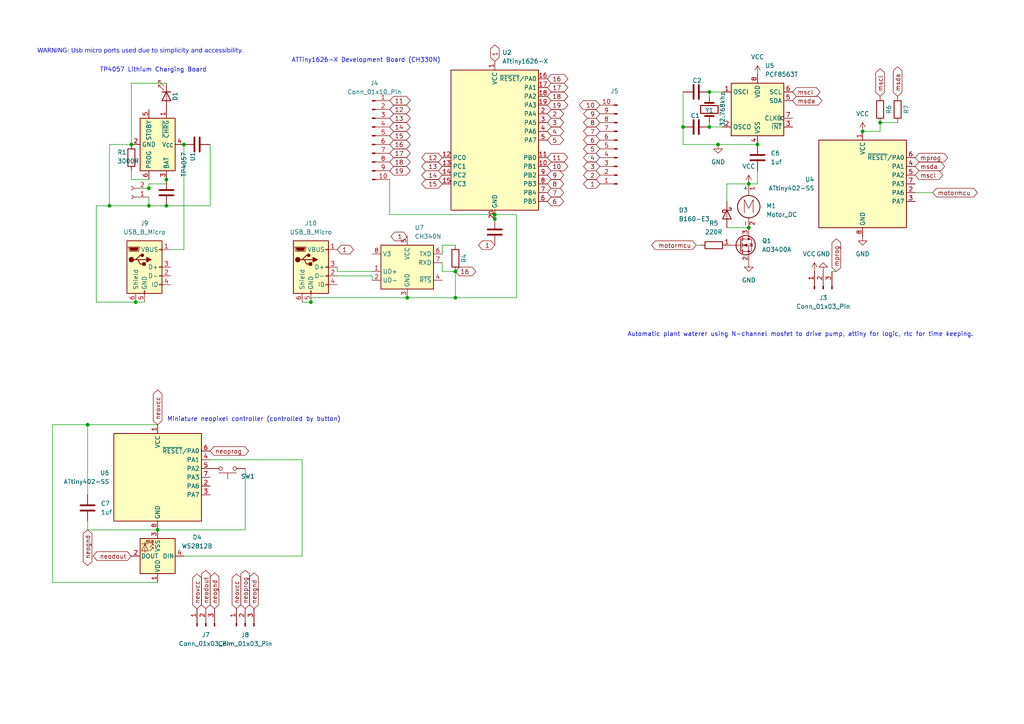
<source format=kicad_sch>
(kicad_sch
	(version 20250114)
	(generator "eeschema")
	(generator_version "9.0")
	(uuid "df7c35ed-3e28-43bc-9c53-782061fe42e2")
	(paper "A4")
	(title_block
		(title "KitchenSink")
		(rev "1.0")
		(company "MangyCat")
		(comment 1 "Made by LemonGravy")
		(comment 2 "1st PCB!")
	)
	(lib_symbols
		(symbol "Battery_Management:TP4057"
			(exclude_from_sim no)
			(in_bom yes)
			(on_board yes)
			(property "Reference" "U"
				(at -6.35 6.604 0)
				(effects
					(font
						(size 1.27 1.27)
					)
				)
			)
			(property "Value" "TP4057"
				(at 1.524 6.604 0)
				(effects
					(font
						(size 1.27 1.27)
					)
					(justify left)
				)
			)
			(property "Footprint" "Package_TO_SOT_SMD:TSOT-23-6"
				(at 0 -12.7 0)
				(effects
					(font
						(size 1.27 1.27)
					)
					(hide yes)
				)
			)
			(property "Datasheet" "http://toppwr.com/uploadfile/file/20230304/640302a47b738.pdf"
				(at 0 -2.54 0)
				(effects
					(font
						(size 1.27 1.27)
					)
					(hide yes)
				)
			)
			(property "Description" "Constant-current/constant-voltage linear charger for single cell lithium-ion batteries with 2.9V Trickle Charge, 4.5V to 6.5V VDD, -40 to +85 degree Celsius, TSOT-23-6"
				(at 0 0 0)
				(effects
					(font
						(size 1.27 1.27)
					)
					(hide yes)
				)
			)
			(property "ki_keywords" "Constant-current constant-voltage linear charger single-cell lithium-ion battery"
				(at 0 0 0)
				(effects
					(font
						(size 1.27 1.27)
					)
					(hide yes)
				)
			)
			(property "ki_fp_filters" "TSOT?23*"
				(at 0 0 0)
				(effects
					(font
						(size 1.27 1.27)
					)
					(hide yes)
				)
			)
			(symbol "TP4057_0_1"
				(rectangle
					(start -7.62 5.08)
					(end 7.62 -5.08)
					(stroke
						(width 0.254)
						(type default)
					)
					(fill
						(type background)
					)
				)
			)
			(symbol "TP4057_1_1"
				(pin open_collector line
					(at -10.16 2.54 0)
					(length 2.54)
					(name "~{CHRG}"
						(effects
							(font
								(size 1.27 1.27)
							)
						)
					)
					(number "1"
						(effects
							(font
								(size 1.27 1.27)
							)
						)
					)
				)
				(pin open_collector line
					(at -10.16 -2.54 0)
					(length 2.54)
					(name "STDBY"
						(effects
							(font
								(size 1.27 1.27)
							)
						)
					)
					(number "5"
						(effects
							(font
								(size 1.27 1.27)
							)
						)
					)
				)
				(pin power_in line
					(at 0 7.62 270)
					(length 2.54)
					(name "V_{CC}"
						(effects
							(font
								(size 1.27 1.27)
							)
						)
					)
					(number "4"
						(effects
							(font
								(size 1.27 1.27)
							)
						)
					)
				)
				(pin power_in line
					(at 0 -7.62 90)
					(length 2.54)
					(name "GND"
						(effects
							(font
								(size 1.27 1.27)
							)
						)
					)
					(number "2"
						(effects
							(font
								(size 1.27 1.27)
							)
						)
					)
				)
				(pin power_out line
					(at 10.16 2.54 180)
					(length 2.54)
					(name "BAT"
						(effects
							(font
								(size 1.27 1.27)
							)
						)
					)
					(number "3"
						(effects
							(font
								(size 1.27 1.27)
							)
						)
					)
				)
				(pin passive line
					(at 10.16 -2.54 180)
					(length 2.54)
					(name "PROG"
						(effects
							(font
								(size 1.27 1.27)
							)
						)
					)
					(number "6"
						(effects
							(font
								(size 1.27 1.27)
							)
						)
					)
				)
			)
			(embedded_fonts no)
		)
		(symbol "Connector:Conn_01x02_Socket"
			(pin_names
				(offset 1.016)
				(hide yes)
			)
			(exclude_from_sim no)
			(in_bom yes)
			(on_board yes)
			(property "Reference" "J"
				(at 0 2.54 0)
				(effects
					(font
						(size 1.27 1.27)
					)
				)
			)
			(property "Value" "Conn_01x02_Socket"
				(at 0 -5.08 0)
				(effects
					(font
						(size 1.27 1.27)
					)
				)
			)
			(property "Footprint" ""
				(at 0 0 0)
				(effects
					(font
						(size 1.27 1.27)
					)
					(hide yes)
				)
			)
			(property "Datasheet" "~"
				(at 0 0 0)
				(effects
					(font
						(size 1.27 1.27)
					)
					(hide yes)
				)
			)
			(property "Description" "Generic connector, single row, 01x02, script generated"
				(at 0 0 0)
				(effects
					(font
						(size 1.27 1.27)
					)
					(hide yes)
				)
			)
			(property "ki_locked" ""
				(at 0 0 0)
				(effects
					(font
						(size 1.27 1.27)
					)
				)
			)
			(property "ki_keywords" "connector"
				(at 0 0 0)
				(effects
					(font
						(size 1.27 1.27)
					)
					(hide yes)
				)
			)
			(property "ki_fp_filters" "Connector*:*_1x??_*"
				(at 0 0 0)
				(effects
					(font
						(size 1.27 1.27)
					)
					(hide yes)
				)
			)
			(symbol "Conn_01x02_Socket_1_1"
				(polyline
					(pts
						(xy -1.27 0) (xy -0.508 0)
					)
					(stroke
						(width 0.1524)
						(type default)
					)
					(fill
						(type none)
					)
				)
				(polyline
					(pts
						(xy -1.27 -2.54) (xy -0.508 -2.54)
					)
					(stroke
						(width 0.1524)
						(type default)
					)
					(fill
						(type none)
					)
				)
				(arc
					(start 0 -0.508)
					(mid -0.5058 0)
					(end 0 0.508)
					(stroke
						(width 0.1524)
						(type default)
					)
					(fill
						(type none)
					)
				)
				(arc
					(start 0 -3.048)
					(mid -0.5058 -2.54)
					(end 0 -2.032)
					(stroke
						(width 0.1524)
						(type default)
					)
					(fill
						(type none)
					)
				)
				(pin passive line
					(at -5.08 0 0)
					(length 3.81)
					(name "Pin_1"
						(effects
							(font
								(size 1.27 1.27)
							)
						)
					)
					(number "1"
						(effects
							(font
								(size 1.27 1.27)
							)
						)
					)
				)
				(pin passive line
					(at -5.08 -2.54 0)
					(length 3.81)
					(name "Pin_2"
						(effects
							(font
								(size 1.27 1.27)
							)
						)
					)
					(number "2"
						(effects
							(font
								(size 1.27 1.27)
							)
						)
					)
				)
			)
			(embedded_fonts no)
		)
		(symbol "Connector:Conn_01x03_Pin"
			(pin_names
				(offset 1.016)
				(hide yes)
			)
			(exclude_from_sim no)
			(in_bom yes)
			(on_board yes)
			(property "Reference" "J"
				(at 0 5.08 0)
				(effects
					(font
						(size 1.27 1.27)
					)
				)
			)
			(property "Value" "Conn_01x03_Pin"
				(at 0 -5.08 0)
				(effects
					(font
						(size 1.27 1.27)
					)
				)
			)
			(property "Footprint" ""
				(at 0 0 0)
				(effects
					(font
						(size 1.27 1.27)
					)
					(hide yes)
				)
			)
			(property "Datasheet" "~"
				(at 0 0 0)
				(effects
					(font
						(size 1.27 1.27)
					)
					(hide yes)
				)
			)
			(property "Description" "Generic connector, single row, 01x03, script generated"
				(at 0 0 0)
				(effects
					(font
						(size 1.27 1.27)
					)
					(hide yes)
				)
			)
			(property "ki_locked" ""
				(at 0 0 0)
				(effects
					(font
						(size 1.27 1.27)
					)
				)
			)
			(property "ki_keywords" "connector"
				(at 0 0 0)
				(effects
					(font
						(size 1.27 1.27)
					)
					(hide yes)
				)
			)
			(property "ki_fp_filters" "Connector*:*_1x??_*"
				(at 0 0 0)
				(effects
					(font
						(size 1.27 1.27)
					)
					(hide yes)
				)
			)
			(symbol "Conn_01x03_Pin_1_1"
				(rectangle
					(start 0.8636 2.667)
					(end 0 2.413)
					(stroke
						(width 0.1524)
						(type default)
					)
					(fill
						(type outline)
					)
				)
				(rectangle
					(start 0.8636 0.127)
					(end 0 -0.127)
					(stroke
						(width 0.1524)
						(type default)
					)
					(fill
						(type outline)
					)
				)
				(rectangle
					(start 0.8636 -2.413)
					(end 0 -2.667)
					(stroke
						(width 0.1524)
						(type default)
					)
					(fill
						(type outline)
					)
				)
				(polyline
					(pts
						(xy 1.27 2.54) (xy 0.8636 2.54)
					)
					(stroke
						(width 0.1524)
						(type default)
					)
					(fill
						(type none)
					)
				)
				(polyline
					(pts
						(xy 1.27 0) (xy 0.8636 0)
					)
					(stroke
						(width 0.1524)
						(type default)
					)
					(fill
						(type none)
					)
				)
				(polyline
					(pts
						(xy 1.27 -2.54) (xy 0.8636 -2.54)
					)
					(stroke
						(width 0.1524)
						(type default)
					)
					(fill
						(type none)
					)
				)
				(pin passive line
					(at 5.08 2.54 180)
					(length 3.81)
					(name "Pin_1"
						(effects
							(font
								(size 1.27 1.27)
							)
						)
					)
					(number "1"
						(effects
							(font
								(size 1.27 1.27)
							)
						)
					)
				)
				(pin passive line
					(at 5.08 0 180)
					(length 3.81)
					(name "Pin_2"
						(effects
							(font
								(size 1.27 1.27)
							)
						)
					)
					(number "2"
						(effects
							(font
								(size 1.27 1.27)
							)
						)
					)
				)
				(pin passive line
					(at 5.08 -2.54 180)
					(length 3.81)
					(name "Pin_3"
						(effects
							(font
								(size 1.27 1.27)
							)
						)
					)
					(number "3"
						(effects
							(font
								(size 1.27 1.27)
							)
						)
					)
				)
			)
			(embedded_fonts no)
		)
		(symbol "Connector:Conn_01x10_Pin"
			(pin_names
				(offset 1.016)
				(hide yes)
			)
			(exclude_from_sim no)
			(in_bom yes)
			(on_board yes)
			(property "Reference" "J"
				(at 0 12.7 0)
				(effects
					(font
						(size 1.27 1.27)
					)
				)
			)
			(property "Value" "Conn_01x10_Pin"
				(at 0 -15.24 0)
				(effects
					(font
						(size 1.27 1.27)
					)
				)
			)
			(property "Footprint" ""
				(at 0 0 0)
				(effects
					(font
						(size 1.27 1.27)
					)
					(hide yes)
				)
			)
			(property "Datasheet" "~"
				(at 0 0 0)
				(effects
					(font
						(size 1.27 1.27)
					)
					(hide yes)
				)
			)
			(property "Description" "Generic connector, single row, 01x10, script generated"
				(at 0 0 0)
				(effects
					(font
						(size 1.27 1.27)
					)
					(hide yes)
				)
			)
			(property "ki_locked" ""
				(at 0 0 0)
				(effects
					(font
						(size 1.27 1.27)
					)
				)
			)
			(property "ki_keywords" "connector"
				(at 0 0 0)
				(effects
					(font
						(size 1.27 1.27)
					)
					(hide yes)
				)
			)
			(property "ki_fp_filters" "Connector*:*_1x??_*"
				(at 0 0 0)
				(effects
					(font
						(size 1.27 1.27)
					)
					(hide yes)
				)
			)
			(symbol "Conn_01x10_Pin_1_1"
				(rectangle
					(start 0.8636 10.287)
					(end 0 10.033)
					(stroke
						(width 0.1524)
						(type default)
					)
					(fill
						(type outline)
					)
				)
				(rectangle
					(start 0.8636 7.747)
					(end 0 7.493)
					(stroke
						(width 0.1524)
						(type default)
					)
					(fill
						(type outline)
					)
				)
				(rectangle
					(start 0.8636 5.207)
					(end 0 4.953)
					(stroke
						(width 0.1524)
						(type default)
					)
					(fill
						(type outline)
					)
				)
				(rectangle
					(start 0.8636 2.667)
					(end 0 2.413)
					(stroke
						(width 0.1524)
						(type default)
					)
					(fill
						(type outline)
					)
				)
				(rectangle
					(start 0.8636 0.127)
					(end 0 -0.127)
					(stroke
						(width 0.1524)
						(type default)
					)
					(fill
						(type outline)
					)
				)
				(rectangle
					(start 0.8636 -2.413)
					(end 0 -2.667)
					(stroke
						(width 0.1524)
						(type default)
					)
					(fill
						(type outline)
					)
				)
				(rectangle
					(start 0.8636 -4.953)
					(end 0 -5.207)
					(stroke
						(width 0.1524)
						(type default)
					)
					(fill
						(type outline)
					)
				)
				(rectangle
					(start 0.8636 -7.493)
					(end 0 -7.747)
					(stroke
						(width 0.1524)
						(type default)
					)
					(fill
						(type outline)
					)
				)
				(rectangle
					(start 0.8636 -10.033)
					(end 0 -10.287)
					(stroke
						(width 0.1524)
						(type default)
					)
					(fill
						(type outline)
					)
				)
				(rectangle
					(start 0.8636 -12.573)
					(end 0 -12.827)
					(stroke
						(width 0.1524)
						(type default)
					)
					(fill
						(type outline)
					)
				)
				(polyline
					(pts
						(xy 1.27 10.16) (xy 0.8636 10.16)
					)
					(stroke
						(width 0.1524)
						(type default)
					)
					(fill
						(type none)
					)
				)
				(polyline
					(pts
						(xy 1.27 7.62) (xy 0.8636 7.62)
					)
					(stroke
						(width 0.1524)
						(type default)
					)
					(fill
						(type none)
					)
				)
				(polyline
					(pts
						(xy 1.27 5.08) (xy 0.8636 5.08)
					)
					(stroke
						(width 0.1524)
						(type default)
					)
					(fill
						(type none)
					)
				)
				(polyline
					(pts
						(xy 1.27 2.54) (xy 0.8636 2.54)
					)
					(stroke
						(width 0.1524)
						(type default)
					)
					(fill
						(type none)
					)
				)
				(polyline
					(pts
						(xy 1.27 0) (xy 0.8636 0)
					)
					(stroke
						(width 0.1524)
						(type default)
					)
					(fill
						(type none)
					)
				)
				(polyline
					(pts
						(xy 1.27 -2.54) (xy 0.8636 -2.54)
					)
					(stroke
						(width 0.1524)
						(type default)
					)
					(fill
						(type none)
					)
				)
				(polyline
					(pts
						(xy 1.27 -5.08) (xy 0.8636 -5.08)
					)
					(stroke
						(width 0.1524)
						(type default)
					)
					(fill
						(type none)
					)
				)
				(polyline
					(pts
						(xy 1.27 -7.62) (xy 0.8636 -7.62)
					)
					(stroke
						(width 0.1524)
						(type default)
					)
					(fill
						(type none)
					)
				)
				(polyline
					(pts
						(xy 1.27 -10.16) (xy 0.8636 -10.16)
					)
					(stroke
						(width 0.1524)
						(type default)
					)
					(fill
						(type none)
					)
				)
				(polyline
					(pts
						(xy 1.27 -12.7) (xy 0.8636 -12.7)
					)
					(stroke
						(width 0.1524)
						(type default)
					)
					(fill
						(type none)
					)
				)
				(pin passive line
					(at 5.08 10.16 180)
					(length 3.81)
					(name "Pin_1"
						(effects
							(font
								(size 1.27 1.27)
							)
						)
					)
					(number "1"
						(effects
							(font
								(size 1.27 1.27)
							)
						)
					)
				)
				(pin passive line
					(at 5.08 7.62 180)
					(length 3.81)
					(name "Pin_2"
						(effects
							(font
								(size 1.27 1.27)
							)
						)
					)
					(number "2"
						(effects
							(font
								(size 1.27 1.27)
							)
						)
					)
				)
				(pin passive line
					(at 5.08 5.08 180)
					(length 3.81)
					(name "Pin_3"
						(effects
							(font
								(size 1.27 1.27)
							)
						)
					)
					(number "3"
						(effects
							(font
								(size 1.27 1.27)
							)
						)
					)
				)
				(pin passive line
					(at 5.08 2.54 180)
					(length 3.81)
					(name "Pin_4"
						(effects
							(font
								(size 1.27 1.27)
							)
						)
					)
					(number "4"
						(effects
							(font
								(size 1.27 1.27)
							)
						)
					)
				)
				(pin passive line
					(at 5.08 0 180)
					(length 3.81)
					(name "Pin_5"
						(effects
							(font
								(size 1.27 1.27)
							)
						)
					)
					(number "5"
						(effects
							(font
								(size 1.27 1.27)
							)
						)
					)
				)
				(pin passive line
					(at 5.08 -2.54 180)
					(length 3.81)
					(name "Pin_6"
						(effects
							(font
								(size 1.27 1.27)
							)
						)
					)
					(number "6"
						(effects
							(font
								(size 1.27 1.27)
							)
						)
					)
				)
				(pin passive line
					(at 5.08 -5.08 180)
					(length 3.81)
					(name "Pin_7"
						(effects
							(font
								(size 1.27 1.27)
							)
						)
					)
					(number "7"
						(effects
							(font
								(size 1.27 1.27)
							)
						)
					)
				)
				(pin passive line
					(at 5.08 -7.62 180)
					(length 3.81)
					(name "Pin_8"
						(effects
							(font
								(size 1.27 1.27)
							)
						)
					)
					(number "8"
						(effects
							(font
								(size 1.27 1.27)
							)
						)
					)
				)
				(pin passive line
					(at 5.08 -10.16 180)
					(length 3.81)
					(name "Pin_9"
						(effects
							(font
								(size 1.27 1.27)
							)
						)
					)
					(number "9"
						(effects
							(font
								(size 1.27 1.27)
							)
						)
					)
				)
				(pin passive line
					(at 5.08 -12.7 180)
					(length 3.81)
					(name "Pin_10"
						(effects
							(font
								(size 1.27 1.27)
							)
						)
					)
					(number "10"
						(effects
							(font
								(size 1.27 1.27)
							)
						)
					)
				)
			)
			(embedded_fonts no)
		)
		(symbol "Connector:USB_B_Micro"
			(pin_names
				(offset 1.016)
			)
			(exclude_from_sim no)
			(in_bom yes)
			(on_board yes)
			(property "Reference" "J"
				(at -5.08 11.43 0)
				(effects
					(font
						(size 1.27 1.27)
					)
					(justify left)
				)
			)
			(property "Value" "USB_B_Micro"
				(at -5.08 8.89 0)
				(effects
					(font
						(size 1.27 1.27)
					)
					(justify left)
				)
			)
			(property "Footprint" ""
				(at 3.81 -1.27 0)
				(effects
					(font
						(size 1.27 1.27)
					)
					(hide yes)
				)
			)
			(property "Datasheet" "~"
				(at 3.81 -1.27 0)
				(effects
					(font
						(size 1.27 1.27)
					)
					(hide yes)
				)
			)
			(property "Description" "USB Micro Type B connector"
				(at 0 0 0)
				(effects
					(font
						(size 1.27 1.27)
					)
					(hide yes)
				)
			)
			(property "ki_keywords" "connector USB micro"
				(at 0 0 0)
				(effects
					(font
						(size 1.27 1.27)
					)
					(hide yes)
				)
			)
			(property "ki_fp_filters" "USB*"
				(at 0 0 0)
				(effects
					(font
						(size 1.27 1.27)
					)
					(hide yes)
				)
			)
			(symbol "USB_B_Micro_0_1"
				(rectangle
					(start -5.08 -7.62)
					(end 5.08 7.62)
					(stroke
						(width 0.254)
						(type default)
					)
					(fill
						(type background)
					)
				)
				(polyline
					(pts
						(xy -4.699 5.842) (xy -4.699 5.588) (xy -4.445 4.826) (xy -4.445 4.572) (xy -1.651 4.572) (xy -1.651 4.826)
						(xy -1.397 5.588) (xy -1.397 5.842) (xy -4.699 5.842)
					)
					(stroke
						(width 0)
						(type default)
					)
					(fill
						(type none)
					)
				)
				(polyline
					(pts
						(xy -4.318 5.588) (xy -1.778 5.588) (xy -2.032 4.826) (xy -4.064 4.826) (xy -4.318 5.588)
					)
					(stroke
						(width 0)
						(type default)
					)
					(fill
						(type outline)
					)
				)
				(circle
					(center -3.81 2.159)
					(radius 0.635)
					(stroke
						(width 0.254)
						(type default)
					)
					(fill
						(type outline)
					)
				)
				(polyline
					(pts
						(xy -3.175 2.159) (xy -2.54 2.159) (xy -1.27 3.429) (xy -0.635 3.429)
					)
					(stroke
						(width 0.254)
						(type default)
					)
					(fill
						(type none)
					)
				)
				(polyline
					(pts
						(xy -2.54 2.159) (xy -1.905 2.159) (xy -1.27 0.889) (xy 0 0.889)
					)
					(stroke
						(width 0.254)
						(type default)
					)
					(fill
						(type none)
					)
				)
				(polyline
					(pts
						(xy -1.905 2.159) (xy 0.635 2.159)
					)
					(stroke
						(width 0.254)
						(type default)
					)
					(fill
						(type none)
					)
				)
				(circle
					(center -0.635 3.429)
					(radius 0.381)
					(stroke
						(width 0.254)
						(type default)
					)
					(fill
						(type outline)
					)
				)
				(rectangle
					(start -0.127 -7.62)
					(end 0.127 -6.858)
					(stroke
						(width 0)
						(type default)
					)
					(fill
						(type none)
					)
				)
				(rectangle
					(start 0.254 1.27)
					(end -0.508 0.508)
					(stroke
						(width 0.254)
						(type default)
					)
					(fill
						(type outline)
					)
				)
				(polyline
					(pts
						(xy 0.635 2.794) (xy 0.635 1.524) (xy 1.905 2.159) (xy 0.635 2.794)
					)
					(stroke
						(width 0.254)
						(type default)
					)
					(fill
						(type outline)
					)
				)
				(rectangle
					(start 5.08 4.953)
					(end 4.318 5.207)
					(stroke
						(width 0)
						(type default)
					)
					(fill
						(type none)
					)
				)
				(rectangle
					(start 5.08 -0.127)
					(end 4.318 0.127)
					(stroke
						(width 0)
						(type default)
					)
					(fill
						(type none)
					)
				)
				(rectangle
					(start 5.08 -2.667)
					(end 4.318 -2.413)
					(stroke
						(width 0)
						(type default)
					)
					(fill
						(type none)
					)
				)
				(rectangle
					(start 5.08 -5.207)
					(end 4.318 -4.953)
					(stroke
						(width 0)
						(type default)
					)
					(fill
						(type none)
					)
				)
			)
			(symbol "USB_B_Micro_1_1"
				(pin passive line
					(at -2.54 -10.16 90)
					(length 2.54)
					(name "Shield"
						(effects
							(font
								(size 1.27 1.27)
							)
						)
					)
					(number "6"
						(effects
							(font
								(size 1.27 1.27)
							)
						)
					)
				)
				(pin power_out line
					(at 0 -10.16 90)
					(length 2.54)
					(name "GND"
						(effects
							(font
								(size 1.27 1.27)
							)
						)
					)
					(number "5"
						(effects
							(font
								(size 1.27 1.27)
							)
						)
					)
				)
				(pin power_out line
					(at 7.62 5.08 180)
					(length 2.54)
					(name "VBUS"
						(effects
							(font
								(size 1.27 1.27)
							)
						)
					)
					(number "1"
						(effects
							(font
								(size 1.27 1.27)
							)
						)
					)
				)
				(pin bidirectional line
					(at 7.62 0 180)
					(length 2.54)
					(name "D+"
						(effects
							(font
								(size 1.27 1.27)
							)
						)
					)
					(number "3"
						(effects
							(font
								(size 1.27 1.27)
							)
						)
					)
				)
				(pin bidirectional line
					(at 7.62 -2.54 180)
					(length 2.54)
					(name "D-"
						(effects
							(font
								(size 1.27 1.27)
							)
						)
					)
					(number "2"
						(effects
							(font
								(size 1.27 1.27)
							)
						)
					)
				)
				(pin passive line
					(at 7.62 -5.08 180)
					(length 2.54)
					(name "ID"
						(effects
							(font
								(size 1.27 1.27)
							)
						)
					)
					(number "4"
						(effects
							(font
								(size 1.27 1.27)
							)
						)
					)
				)
			)
			(embedded_fonts no)
		)
		(symbol "Device:C"
			(pin_numbers
				(hide yes)
			)
			(pin_names
				(offset 0.254)
			)
			(exclude_from_sim no)
			(in_bom yes)
			(on_board yes)
			(property "Reference" "C"
				(at 0.635 2.54 0)
				(effects
					(font
						(size 1.27 1.27)
					)
					(justify left)
				)
			)
			(property "Value" "C"
				(at 0.635 -2.54 0)
				(effects
					(font
						(size 1.27 1.27)
					)
					(justify left)
				)
			)
			(property "Footprint" ""
				(at 0.9652 -3.81 0)
				(effects
					(font
						(size 1.27 1.27)
					)
					(hide yes)
				)
			)
			(property "Datasheet" "~"
				(at 0 0 0)
				(effects
					(font
						(size 1.27 1.27)
					)
					(hide yes)
				)
			)
			(property "Description" "Unpolarized capacitor"
				(at 0 0 0)
				(effects
					(font
						(size 1.27 1.27)
					)
					(hide yes)
				)
			)
			(property "ki_keywords" "cap capacitor"
				(at 0 0 0)
				(effects
					(font
						(size 1.27 1.27)
					)
					(hide yes)
				)
			)
			(property "ki_fp_filters" "C_*"
				(at 0 0 0)
				(effects
					(font
						(size 1.27 1.27)
					)
					(hide yes)
				)
			)
			(symbol "C_0_1"
				(polyline
					(pts
						(xy -2.032 0.762) (xy 2.032 0.762)
					)
					(stroke
						(width 0.508)
						(type default)
					)
					(fill
						(type none)
					)
				)
				(polyline
					(pts
						(xy -2.032 -0.762) (xy 2.032 -0.762)
					)
					(stroke
						(width 0.508)
						(type default)
					)
					(fill
						(type none)
					)
				)
			)
			(symbol "C_1_1"
				(pin passive line
					(at 0 3.81 270)
					(length 2.794)
					(name "~"
						(effects
							(font
								(size 1.27 1.27)
							)
						)
					)
					(number "1"
						(effects
							(font
								(size 1.27 1.27)
							)
						)
					)
				)
				(pin passive line
					(at 0 -3.81 90)
					(length 2.794)
					(name "~"
						(effects
							(font
								(size 1.27 1.27)
							)
						)
					)
					(number "2"
						(effects
							(font
								(size 1.27 1.27)
							)
						)
					)
				)
			)
			(embedded_fonts no)
		)
		(symbol "Device:Crystal"
			(pin_numbers
				(hide yes)
			)
			(pin_names
				(offset 1.016)
				(hide yes)
			)
			(exclude_from_sim no)
			(in_bom yes)
			(on_board yes)
			(property "Reference" "Y"
				(at 0 3.81 0)
				(effects
					(font
						(size 1.27 1.27)
					)
				)
			)
			(property "Value" "Crystal"
				(at 0 -3.81 0)
				(effects
					(font
						(size 1.27 1.27)
					)
				)
			)
			(property "Footprint" ""
				(at 0 0 0)
				(effects
					(font
						(size 1.27 1.27)
					)
					(hide yes)
				)
			)
			(property "Datasheet" "~"
				(at 0 0 0)
				(effects
					(font
						(size 1.27 1.27)
					)
					(hide yes)
				)
			)
			(property "Description" "Two pin crystal"
				(at 0 0 0)
				(effects
					(font
						(size 1.27 1.27)
					)
					(hide yes)
				)
			)
			(property "ki_keywords" "quartz ceramic resonator oscillator"
				(at 0 0 0)
				(effects
					(font
						(size 1.27 1.27)
					)
					(hide yes)
				)
			)
			(property "ki_fp_filters" "Crystal*"
				(at 0 0 0)
				(effects
					(font
						(size 1.27 1.27)
					)
					(hide yes)
				)
			)
			(symbol "Crystal_0_1"
				(polyline
					(pts
						(xy -2.54 0) (xy -1.905 0)
					)
					(stroke
						(width 0)
						(type default)
					)
					(fill
						(type none)
					)
				)
				(polyline
					(pts
						(xy -1.905 -1.27) (xy -1.905 1.27)
					)
					(stroke
						(width 0.508)
						(type default)
					)
					(fill
						(type none)
					)
				)
				(rectangle
					(start -1.143 2.54)
					(end 1.143 -2.54)
					(stroke
						(width 0.3048)
						(type default)
					)
					(fill
						(type none)
					)
				)
				(polyline
					(pts
						(xy 1.905 -1.27) (xy 1.905 1.27)
					)
					(stroke
						(width 0.508)
						(type default)
					)
					(fill
						(type none)
					)
				)
				(polyline
					(pts
						(xy 2.54 0) (xy 1.905 0)
					)
					(stroke
						(width 0)
						(type default)
					)
					(fill
						(type none)
					)
				)
			)
			(symbol "Crystal_1_1"
				(pin passive line
					(at -3.81 0 0)
					(length 1.27)
					(name "1"
						(effects
							(font
								(size 1.27 1.27)
							)
						)
					)
					(number "1"
						(effects
							(font
								(size 1.27 1.27)
							)
						)
					)
				)
				(pin passive line
					(at 3.81 0 180)
					(length 1.27)
					(name "2"
						(effects
							(font
								(size 1.27 1.27)
							)
						)
					)
					(number "2"
						(effects
							(font
								(size 1.27 1.27)
							)
						)
					)
				)
			)
			(embedded_fonts no)
		)
		(symbol "Device:LED"
			(pin_numbers
				(hide yes)
			)
			(pin_names
				(offset 1.016)
				(hide yes)
			)
			(exclude_from_sim no)
			(in_bom yes)
			(on_board yes)
			(property "Reference" "D"
				(at 0 2.54 0)
				(effects
					(font
						(size 1.27 1.27)
					)
				)
			)
			(property "Value" "LED"
				(at 0 -2.54 0)
				(effects
					(font
						(size 1.27 1.27)
					)
				)
			)
			(property "Footprint" ""
				(at 0 0 0)
				(effects
					(font
						(size 1.27 1.27)
					)
					(hide yes)
				)
			)
			(property "Datasheet" "~"
				(at 0 0 0)
				(effects
					(font
						(size 1.27 1.27)
					)
					(hide yes)
				)
			)
			(property "Description" "Light emitting diode"
				(at 0 0 0)
				(effects
					(font
						(size 1.27 1.27)
					)
					(hide yes)
				)
			)
			(property "Sim.Pins" "1=K 2=A"
				(at 0 0 0)
				(effects
					(font
						(size 1.27 1.27)
					)
					(hide yes)
				)
			)
			(property "ki_keywords" "LED diode"
				(at 0 0 0)
				(effects
					(font
						(size 1.27 1.27)
					)
					(hide yes)
				)
			)
			(property "ki_fp_filters" "LED* LED_SMD:* LED_THT:*"
				(at 0 0 0)
				(effects
					(font
						(size 1.27 1.27)
					)
					(hide yes)
				)
			)
			(symbol "LED_0_1"
				(polyline
					(pts
						(xy -3.048 -0.762) (xy -4.572 -2.286) (xy -3.81 -2.286) (xy -4.572 -2.286) (xy -4.572 -1.524)
					)
					(stroke
						(width 0)
						(type default)
					)
					(fill
						(type none)
					)
				)
				(polyline
					(pts
						(xy -1.778 -0.762) (xy -3.302 -2.286) (xy -2.54 -2.286) (xy -3.302 -2.286) (xy -3.302 -1.524)
					)
					(stroke
						(width 0)
						(type default)
					)
					(fill
						(type none)
					)
				)
				(polyline
					(pts
						(xy -1.27 0) (xy 1.27 0)
					)
					(stroke
						(width 0)
						(type default)
					)
					(fill
						(type none)
					)
				)
				(polyline
					(pts
						(xy -1.27 -1.27) (xy -1.27 1.27)
					)
					(stroke
						(width 0.254)
						(type default)
					)
					(fill
						(type none)
					)
				)
				(polyline
					(pts
						(xy 1.27 -1.27) (xy 1.27 1.27) (xy -1.27 0) (xy 1.27 -1.27)
					)
					(stroke
						(width 0.254)
						(type default)
					)
					(fill
						(type none)
					)
				)
			)
			(symbol "LED_1_1"
				(pin passive line
					(at -3.81 0 0)
					(length 2.54)
					(name "K"
						(effects
							(font
								(size 1.27 1.27)
							)
						)
					)
					(number "1"
						(effects
							(font
								(size 1.27 1.27)
							)
						)
					)
				)
				(pin passive line
					(at 3.81 0 180)
					(length 2.54)
					(name "A"
						(effects
							(font
								(size 1.27 1.27)
							)
						)
					)
					(number "2"
						(effects
							(font
								(size 1.27 1.27)
							)
						)
					)
				)
			)
			(embedded_fonts no)
		)
		(symbol "Device:R"
			(pin_numbers
				(hide yes)
			)
			(pin_names
				(offset 0)
			)
			(exclude_from_sim no)
			(in_bom yes)
			(on_board yes)
			(property "Reference" "R"
				(at 2.032 0 90)
				(effects
					(font
						(size 1.27 1.27)
					)
				)
			)
			(property "Value" "R"
				(at 0 0 90)
				(effects
					(font
						(size 1.27 1.27)
					)
				)
			)
			(property "Footprint" ""
				(at -1.778 0 90)
				(effects
					(font
						(size 1.27 1.27)
					)
					(hide yes)
				)
			)
			(property "Datasheet" "~"
				(at 0 0 0)
				(effects
					(font
						(size 1.27 1.27)
					)
					(hide yes)
				)
			)
			(property "Description" "Resistor"
				(at 0 0 0)
				(effects
					(font
						(size 1.27 1.27)
					)
					(hide yes)
				)
			)
			(property "ki_keywords" "R res resistor"
				(at 0 0 0)
				(effects
					(font
						(size 1.27 1.27)
					)
					(hide yes)
				)
			)
			(property "ki_fp_filters" "R_*"
				(at 0 0 0)
				(effects
					(font
						(size 1.27 1.27)
					)
					(hide yes)
				)
			)
			(symbol "R_0_1"
				(rectangle
					(start -1.016 -2.54)
					(end 1.016 2.54)
					(stroke
						(width 0.254)
						(type default)
					)
					(fill
						(type none)
					)
				)
			)
			(symbol "R_1_1"
				(pin passive line
					(at 0 3.81 270)
					(length 1.27)
					(name "~"
						(effects
							(font
								(size 1.27 1.27)
							)
						)
					)
					(number "1"
						(effects
							(font
								(size 1.27 1.27)
							)
						)
					)
				)
				(pin passive line
					(at 0 -3.81 90)
					(length 1.27)
					(name "~"
						(effects
							(font
								(size 1.27 1.27)
							)
						)
					)
					(number "2"
						(effects
							(font
								(size 1.27 1.27)
							)
						)
					)
				)
			)
			(embedded_fonts no)
		)
		(symbol "Diode:B160-E3"
			(pin_numbers
				(hide yes)
			)
			(pin_names
				(hide yes)
			)
			(exclude_from_sim no)
			(in_bom yes)
			(on_board yes)
			(property "Reference" "D"
				(at 0 2.54 0)
				(effects
					(font
						(size 1.27 1.27)
					)
				)
			)
			(property "Value" "B160-E3"
				(at 0 -2.54 0)
				(effects
					(font
						(size 1.27 1.27)
					)
				)
			)
			(property "Footprint" "Diode_SMD:D_SMA"
				(at 0 -4.445 0)
				(effects
					(font
						(size 1.27 1.27)
					)
					(hide yes)
				)
			)
			(property "Datasheet" "http://www.vishay.com/docs/88946/b120.pdf"
				(at 0 0 0)
				(effects
					(font
						(size 1.27 1.27)
					)
					(hide yes)
				)
			)
			(property "Description" "60V 1A Schottky Barrier Rectifier Diode, SMA(DO-214AC)"
				(at 0 0 0)
				(effects
					(font
						(size 1.27 1.27)
					)
					(hide yes)
				)
			)
			(property "ki_keywords" "diode Schottky"
				(at 0 0 0)
				(effects
					(font
						(size 1.27 1.27)
					)
					(hide yes)
				)
			)
			(property "ki_fp_filters" "D*SMA*"
				(at 0 0 0)
				(effects
					(font
						(size 1.27 1.27)
					)
					(hide yes)
				)
			)
			(symbol "B160-E3_0_1"
				(polyline
					(pts
						(xy -1.905 0.635) (xy -1.905 1.27) (xy -1.27 1.27) (xy -1.27 -1.27) (xy -0.635 -1.27) (xy -0.635 -0.635)
					)
					(stroke
						(width 0.254)
						(type default)
					)
					(fill
						(type none)
					)
				)
				(polyline
					(pts
						(xy 1.27 1.27) (xy 1.27 -1.27) (xy -1.27 0) (xy 1.27 1.27)
					)
					(stroke
						(width 0.254)
						(type default)
					)
					(fill
						(type none)
					)
				)
				(polyline
					(pts
						(xy 1.27 0) (xy -1.27 0)
					)
					(stroke
						(width 0)
						(type default)
					)
					(fill
						(type none)
					)
				)
			)
			(symbol "B160-E3_1_1"
				(pin passive line
					(at -3.81 0 0)
					(length 2.54)
					(name "K"
						(effects
							(font
								(size 1.27 1.27)
							)
						)
					)
					(number "1"
						(effects
							(font
								(size 1.27 1.27)
							)
						)
					)
				)
				(pin passive line
					(at 3.81 0 180)
					(length 2.54)
					(name "A"
						(effects
							(font
								(size 1.27 1.27)
							)
						)
					)
					(number "2"
						(effects
							(font
								(size 1.27 1.27)
							)
						)
					)
				)
			)
			(embedded_fonts no)
		)
		(symbol "Interface_USB:CH340N"
			(exclude_from_sim no)
			(in_bom yes)
			(on_board yes)
			(property "Reference" "U"
				(at -7.62 6.35 0)
				(effects
					(font
						(size 1.27 1.27)
					)
					(justify left)
				)
			)
			(property "Value" "CH340N"
				(at 7.62 6.35 0)
				(effects
					(font
						(size 1.27 1.27)
					)
					(justify right)
				)
			)
			(property "Footprint" "Package_SO:SOP-8_3.9x4.9mm_P1.27mm"
				(at -3.81 19.05 0)
				(effects
					(font
						(size 1.27 1.27)
					)
					(hide yes)
				)
			)
			(property "Datasheet" "https://aitendo3.sakura.ne.jp/aitendo_data/product_img/ic/inteface/CH340N/ch340n.pdf"
				(at -2.54 5.08 0)
				(effects
					(font
						(size 1.27 1.27)
					)
					(hide yes)
				)
			)
			(property "Description" "USB serial converter, 2Mbps, UART, SOP-8"
				(at 0 0 0)
				(effects
					(font
						(size 1.27 1.27)
					)
					(hide yes)
				)
			)
			(property "ki_keywords" "USB UART Serial Converter Interface"
				(at 0 0 0)
				(effects
					(font
						(size 1.27 1.27)
					)
					(hide yes)
				)
			)
			(property "ki_fp_filters" "SOP*3.9x4.9mm*P1.27mm*"
				(at 0 0 0)
				(effects
					(font
						(size 1.27 1.27)
					)
					(hide yes)
				)
			)
			(symbol "CH340N_0_1"
				(rectangle
					(start -7.62 5.08)
					(end 7.62 -7.62)
					(stroke
						(width 0.254)
						(type default)
					)
					(fill
						(type background)
					)
				)
			)
			(symbol "CH340N_1_1"
				(pin passive line
					(at -10.16 2.54 0)
					(length 2.54)
					(name "V3"
						(effects
							(font
								(size 1.27 1.27)
							)
						)
					)
					(number "8"
						(effects
							(font
								(size 1.27 1.27)
							)
						)
					)
				)
				(pin bidirectional line
					(at -10.16 -2.54 0)
					(length 2.54)
					(name "UD+"
						(effects
							(font
								(size 1.27 1.27)
							)
						)
					)
					(number "1"
						(effects
							(font
								(size 1.27 1.27)
							)
						)
					)
				)
				(pin bidirectional line
					(at -10.16 -5.08 0)
					(length 2.54)
					(name "UD-"
						(effects
							(font
								(size 1.27 1.27)
							)
						)
					)
					(number "2"
						(effects
							(font
								(size 1.27 1.27)
							)
						)
					)
				)
				(pin power_in line
					(at 0 7.62 270)
					(length 2.54)
					(name "VCC"
						(effects
							(font
								(size 1.27 1.27)
							)
						)
					)
					(number "5"
						(effects
							(font
								(size 1.27 1.27)
							)
						)
					)
				)
				(pin power_in line
					(at 0 -10.16 90)
					(length 2.54)
					(name "GND"
						(effects
							(font
								(size 1.27 1.27)
							)
						)
					)
					(number "3"
						(effects
							(font
								(size 1.27 1.27)
							)
						)
					)
				)
				(pin output line
					(at 10.16 2.54 180)
					(length 2.54)
					(name "TXD"
						(effects
							(font
								(size 1.27 1.27)
							)
						)
					)
					(number "6"
						(effects
							(font
								(size 1.27 1.27)
							)
						)
					)
				)
				(pin input line
					(at 10.16 0 180)
					(length 2.54)
					(name "RXD"
						(effects
							(font
								(size 1.27 1.27)
							)
						)
					)
					(number "7"
						(effects
							(font
								(size 1.27 1.27)
							)
						)
					)
				)
				(pin output line
					(at 10.16 -5.08 180)
					(length 2.54)
					(name "~{RTS}"
						(effects
							(font
								(size 1.27 1.27)
							)
						)
					)
					(number "4"
						(effects
							(font
								(size 1.27 1.27)
							)
						)
					)
				)
			)
			(embedded_fonts no)
		)
		(symbol "LED:WS2812B"
			(pin_names
				(offset 0.254)
			)
			(exclude_from_sim no)
			(in_bom yes)
			(on_board yes)
			(property "Reference" "D"
				(at 5.08 5.715 0)
				(effects
					(font
						(size 1.27 1.27)
					)
					(justify right bottom)
				)
			)
			(property "Value" "WS2812B"
				(at 1.27 -5.715 0)
				(effects
					(font
						(size 1.27 1.27)
					)
					(justify left top)
				)
			)
			(property "Footprint" "LED_SMD:LED_WS2812B_PLCC4_5.0x5.0mm_P3.2mm"
				(at 1.27 -7.62 0)
				(effects
					(font
						(size 1.27 1.27)
					)
					(justify left top)
					(hide yes)
				)
			)
			(property "Datasheet" "https://cdn-shop.adafruit.com/datasheets/WS2812B.pdf"
				(at 2.54 -9.525 0)
				(effects
					(font
						(size 1.27 1.27)
					)
					(justify left top)
					(hide yes)
				)
			)
			(property "Description" "RGB LED with integrated controller"
				(at 0 0 0)
				(effects
					(font
						(size 1.27 1.27)
					)
					(hide yes)
				)
			)
			(property "ki_keywords" "RGB LED NeoPixel addressable"
				(at 0 0 0)
				(effects
					(font
						(size 1.27 1.27)
					)
					(hide yes)
				)
			)
			(property "ki_fp_filters" "LED*WS2812*PLCC*5.0x5.0mm*P3.2mm*"
				(at 0 0 0)
				(effects
					(font
						(size 1.27 1.27)
					)
					(hide yes)
				)
			)
			(symbol "WS2812B_0_0"
				(text "RGB"
					(at 2.286 -4.191 0)
					(effects
						(font
							(size 0.762 0.762)
						)
					)
				)
			)
			(symbol "WS2812B_0_1"
				(polyline
					(pts
						(xy 1.27 -2.54) (xy 1.778 -2.54)
					)
					(stroke
						(width 0)
						(type default)
					)
					(fill
						(type none)
					)
				)
				(polyline
					(pts
						(xy 1.27 -3.556) (xy 1.778 -3.556)
					)
					(stroke
						(width 0)
						(type default)
					)
					(fill
						(type none)
					)
				)
				(polyline
					(pts
						(xy 2.286 -1.524) (xy 1.27 -2.54) (xy 1.27 -2.032)
					)
					(stroke
						(width 0)
						(type default)
					)
					(fill
						(type none)
					)
				)
				(polyline
					(pts
						(xy 2.286 -2.54) (xy 1.27 -3.556) (xy 1.27 -3.048)
					)
					(stroke
						(width 0)
						(type default)
					)
					(fill
						(type none)
					)
				)
				(polyline
					(pts
						(xy 3.683 -1.016) (xy 3.683 -3.556) (xy 3.683 -4.064)
					)
					(stroke
						(width 0)
						(type default)
					)
					(fill
						(type none)
					)
				)
				(polyline
					(pts
						(xy 4.699 -1.524) (xy 2.667 -1.524) (xy 3.683 -3.556) (xy 4.699 -1.524)
					)
					(stroke
						(width 0)
						(type default)
					)
					(fill
						(type none)
					)
				)
				(polyline
					(pts
						(xy 4.699 -3.556) (xy 2.667 -3.556)
					)
					(stroke
						(width 0)
						(type default)
					)
					(fill
						(type none)
					)
				)
				(rectangle
					(start 5.08 5.08)
					(end -5.08 -5.08)
					(stroke
						(width 0.254)
						(type default)
					)
					(fill
						(type background)
					)
				)
			)
			(symbol "WS2812B_1_1"
				(pin input line
					(at -7.62 0 0)
					(length 2.54)
					(name "DIN"
						(effects
							(font
								(size 1.27 1.27)
							)
						)
					)
					(number "4"
						(effects
							(font
								(size 1.27 1.27)
							)
						)
					)
				)
				(pin power_in line
					(at 0 7.62 270)
					(length 2.54)
					(name "VDD"
						(effects
							(font
								(size 1.27 1.27)
							)
						)
					)
					(number "1"
						(effects
							(font
								(size 1.27 1.27)
							)
						)
					)
				)
				(pin power_in line
					(at 0 -7.62 90)
					(length 2.54)
					(name "VSS"
						(effects
							(font
								(size 1.27 1.27)
							)
						)
					)
					(number "3"
						(effects
							(font
								(size 1.27 1.27)
							)
						)
					)
				)
				(pin output line
					(at 7.62 0 180)
					(length 2.54)
					(name "DOUT"
						(effects
							(font
								(size 1.27 1.27)
							)
						)
					)
					(number "2"
						(effects
							(font
								(size 1.27 1.27)
							)
						)
					)
				)
			)
			(embedded_fonts no)
		)
		(symbol "MCU_Microchip_ATtiny:ATtiny1626-X"
			(exclude_from_sim no)
			(in_bom yes)
			(on_board yes)
			(property "Reference" "U"
				(at -12.7 21.59 0)
				(effects
					(font
						(size 1.27 1.27)
					)
					(justify left bottom)
				)
			)
			(property "Value" "ATtiny1626-X"
				(at 2.54 -21.59 0)
				(effects
					(font
						(size 1.27 1.27)
					)
					(justify left top)
				)
			)
			(property "Footprint" "Package_SO:SSOP-20_5.3x7.2mm_P0.65mm"
				(at 0 0 0)
				(effects
					(font
						(size 1.27 1.27)
						(italic yes)
					)
					(hide yes)
				)
			)
			(property "Datasheet" "https://ww1.microchip.com/downloads/en/DeviceDoc/ATtiny1624-26-27-DataSheet-DS40002234A.pdf"
				(at 0 0 0)
				(effects
					(font
						(size 1.27 1.27)
					)
					(hide yes)
				)
			)
			(property "Description" "20MHz, 16kB Flash, 2kB SRAM, 256B EEPROM, SSOP-20"
				(at 0 0 0)
				(effects
					(font
						(size 1.27 1.27)
					)
					(hide yes)
				)
			)
			(property "ki_keywords" "AVR 8bit Microcontroller tinyAVR"
				(at 0 0 0)
				(effects
					(font
						(size 1.27 1.27)
					)
					(hide yes)
				)
			)
			(property "ki_fp_filters" "SSOP*5.3x7.2mm*P0.65mm*"
				(at 0 0 0)
				(effects
					(font
						(size 1.27 1.27)
					)
					(hide yes)
				)
			)
			(symbol "ATtiny1626-X_0_1"
				(rectangle
					(start -12.7 -20.32)
					(end 12.7 20.32)
					(stroke
						(width 0.254)
						(type default)
					)
					(fill
						(type background)
					)
				)
			)
			(symbol "ATtiny1626-X_1_1"
				(pin bidirectional line
					(at -15.24 -5.08 0)
					(length 2.54)
					(name "PC0"
						(effects
							(font
								(size 1.27 1.27)
							)
						)
					)
					(number "12"
						(effects
							(font
								(size 1.27 1.27)
							)
						)
					)
				)
				(pin bidirectional line
					(at -15.24 -7.62 0)
					(length 2.54)
					(name "PC1"
						(effects
							(font
								(size 1.27 1.27)
							)
						)
					)
					(number "13"
						(effects
							(font
								(size 1.27 1.27)
							)
						)
					)
				)
				(pin bidirectional line
					(at -15.24 -10.16 0)
					(length 2.54)
					(name "PC2"
						(effects
							(font
								(size 1.27 1.27)
							)
						)
					)
					(number "14"
						(effects
							(font
								(size 1.27 1.27)
							)
						)
					)
				)
				(pin bidirectional line
					(at -15.24 -12.7 0)
					(length 2.54)
					(name "PC3"
						(effects
							(font
								(size 1.27 1.27)
							)
						)
					)
					(number "15"
						(effects
							(font
								(size 1.27 1.27)
							)
						)
					)
				)
				(pin power_in line
					(at 0 22.86 270)
					(length 2.54)
					(name "VCC"
						(effects
							(font
								(size 1.27 1.27)
							)
						)
					)
					(number "1"
						(effects
							(font
								(size 1.27 1.27)
							)
						)
					)
				)
				(pin power_in line
					(at 0 -22.86 90)
					(length 2.54)
					(name "GND"
						(effects
							(font
								(size 1.27 1.27)
							)
						)
					)
					(number "20"
						(effects
							(font
								(size 1.27 1.27)
							)
						)
					)
				)
				(pin bidirectional line
					(at 15.24 17.78 180)
					(length 2.54)
					(name "~{RESET}/PA0"
						(effects
							(font
								(size 1.27 1.27)
							)
						)
					)
					(number "16"
						(effects
							(font
								(size 1.27 1.27)
							)
						)
					)
				)
				(pin bidirectional line
					(at 15.24 15.24 180)
					(length 2.54)
					(name "PA1"
						(effects
							(font
								(size 1.27 1.27)
							)
						)
					)
					(number "17"
						(effects
							(font
								(size 1.27 1.27)
							)
						)
					)
				)
				(pin bidirectional line
					(at 15.24 12.7 180)
					(length 2.54)
					(name "PA2"
						(effects
							(font
								(size 1.27 1.27)
							)
						)
					)
					(number "18"
						(effects
							(font
								(size 1.27 1.27)
							)
						)
					)
				)
				(pin bidirectional line
					(at 15.24 10.16 180)
					(length 2.54)
					(name "PA3"
						(effects
							(font
								(size 1.27 1.27)
							)
						)
					)
					(number "19"
						(effects
							(font
								(size 1.27 1.27)
							)
						)
					)
				)
				(pin bidirectional line
					(at 15.24 7.62 180)
					(length 2.54)
					(name "PA4"
						(effects
							(font
								(size 1.27 1.27)
							)
						)
					)
					(number "2"
						(effects
							(font
								(size 1.27 1.27)
							)
						)
					)
				)
				(pin bidirectional line
					(at 15.24 5.08 180)
					(length 2.54)
					(name "PA5"
						(effects
							(font
								(size 1.27 1.27)
							)
						)
					)
					(number "3"
						(effects
							(font
								(size 1.27 1.27)
							)
						)
					)
				)
				(pin bidirectional line
					(at 15.24 2.54 180)
					(length 2.54)
					(name "PA6"
						(effects
							(font
								(size 1.27 1.27)
							)
						)
					)
					(number "4"
						(effects
							(font
								(size 1.27 1.27)
							)
						)
					)
				)
				(pin bidirectional line
					(at 15.24 0 180)
					(length 2.54)
					(name "PA7"
						(effects
							(font
								(size 1.27 1.27)
							)
						)
					)
					(number "5"
						(effects
							(font
								(size 1.27 1.27)
							)
						)
					)
				)
				(pin bidirectional line
					(at 15.24 -5.08 180)
					(length 2.54)
					(name "PB0"
						(effects
							(font
								(size 1.27 1.27)
							)
						)
					)
					(number "11"
						(effects
							(font
								(size 1.27 1.27)
							)
						)
					)
				)
				(pin bidirectional line
					(at 15.24 -7.62 180)
					(length 2.54)
					(name "PB1"
						(effects
							(font
								(size 1.27 1.27)
							)
						)
					)
					(number "10"
						(effects
							(font
								(size 1.27 1.27)
							)
						)
					)
				)
				(pin bidirectional line
					(at 15.24 -10.16 180)
					(length 2.54)
					(name "PB2"
						(effects
							(font
								(size 1.27 1.27)
							)
						)
					)
					(number "9"
						(effects
							(font
								(size 1.27 1.27)
							)
						)
					)
				)
				(pin bidirectional line
					(at 15.24 -12.7 180)
					(length 2.54)
					(name "PB3"
						(effects
							(font
								(size 1.27 1.27)
							)
						)
					)
					(number "8"
						(effects
							(font
								(size 1.27 1.27)
							)
						)
					)
				)
				(pin bidirectional line
					(at 15.24 -15.24 180)
					(length 2.54)
					(name "PB4"
						(effects
							(font
								(size 1.27 1.27)
							)
						)
					)
					(number "7"
						(effects
							(font
								(size 1.27 1.27)
							)
						)
					)
				)
				(pin bidirectional line
					(at 15.24 -17.78 180)
					(length 2.54)
					(name "PB5"
						(effects
							(font
								(size 1.27 1.27)
							)
						)
					)
					(number "6"
						(effects
							(font
								(size 1.27 1.27)
							)
						)
					)
				)
			)
			(embedded_fonts no)
		)
		(symbol "MCU_Microchip_ATtiny:ATtiny402-SS"
			(exclude_from_sim no)
			(in_bom yes)
			(on_board yes)
			(property "Reference" "U"
				(at -12.7 13.97 0)
				(effects
					(font
						(size 1.27 1.27)
					)
					(justify left bottom)
				)
			)
			(property "Value" "ATtiny402-SS"
				(at 2.54 -13.97 0)
				(effects
					(font
						(size 1.27 1.27)
					)
					(justify left top)
				)
			)
			(property "Footprint" "Package_SO:SOIC-8_3.9x4.9mm_P1.27mm"
				(at 0 0 0)
				(effects
					(font
						(size 1.27 1.27)
						(italic yes)
					)
					(hide yes)
				)
			)
			(property "Datasheet" "http://ww1.microchip.com/downloads/en/DeviceDoc/ATtiny202-402-AVR-MCU-with-Core-Independent-Peripherals_and-picoPower-40001969A.pdf"
				(at 0 0 0)
				(effects
					(font
						(size 1.27 1.27)
					)
					(hide yes)
				)
			)
			(property "Description" "20MHz, 4kB Flash, 256B SRAM, 128B EEPROM, SOIC-8"
				(at 0 0 0)
				(effects
					(font
						(size 1.27 1.27)
					)
					(hide yes)
				)
			)
			(property "ki_keywords" "AVR 8bit Microcontroller tinyAVR"
				(at 0 0 0)
				(effects
					(font
						(size 1.27 1.27)
					)
					(hide yes)
				)
			)
			(property "ki_fp_filters" "SOIC*3.9x4.9mm*P1.27mm*"
				(at 0 0 0)
				(effects
					(font
						(size 1.27 1.27)
					)
					(hide yes)
				)
			)
			(symbol "ATtiny402-SS_0_1"
				(rectangle
					(start -12.7 -12.7)
					(end 12.7 12.7)
					(stroke
						(width 0.254)
						(type default)
					)
					(fill
						(type background)
					)
				)
			)
			(symbol "ATtiny402-SS_1_1"
				(pin power_in line
					(at 0 15.24 270)
					(length 2.54)
					(name "VCC"
						(effects
							(font
								(size 1.27 1.27)
							)
						)
					)
					(number "1"
						(effects
							(font
								(size 1.27 1.27)
							)
						)
					)
				)
				(pin power_in line
					(at 0 -15.24 90)
					(length 2.54)
					(name "GND"
						(effects
							(font
								(size 1.27 1.27)
							)
						)
					)
					(number "8"
						(effects
							(font
								(size 1.27 1.27)
							)
						)
					)
				)
				(pin bidirectional line
					(at 15.24 7.62 180)
					(length 2.54)
					(name "~{RESET}/PA0"
						(effects
							(font
								(size 1.27 1.27)
							)
						)
					)
					(number "6"
						(effects
							(font
								(size 1.27 1.27)
							)
						)
					)
				)
				(pin bidirectional line
					(at 15.24 5.08 180)
					(length 2.54)
					(name "PA1"
						(effects
							(font
								(size 1.27 1.27)
							)
						)
					)
					(number "4"
						(effects
							(font
								(size 1.27 1.27)
							)
						)
					)
				)
				(pin bidirectional line
					(at 15.24 2.54 180)
					(length 2.54)
					(name "PA2"
						(effects
							(font
								(size 1.27 1.27)
							)
						)
					)
					(number "5"
						(effects
							(font
								(size 1.27 1.27)
							)
						)
					)
				)
				(pin bidirectional line
					(at 15.24 0 180)
					(length 2.54)
					(name "PA3"
						(effects
							(font
								(size 1.27 1.27)
							)
						)
					)
					(number "7"
						(effects
							(font
								(size 1.27 1.27)
							)
						)
					)
				)
				(pin bidirectional line
					(at 15.24 -2.54 180)
					(length 2.54)
					(name "PA6"
						(effects
							(font
								(size 1.27 1.27)
							)
						)
					)
					(number "2"
						(effects
							(font
								(size 1.27 1.27)
							)
						)
					)
				)
				(pin bidirectional line
					(at 15.24 -5.08 180)
					(length 2.54)
					(name "PA7"
						(effects
							(font
								(size 1.27 1.27)
							)
						)
					)
					(number "3"
						(effects
							(font
								(size 1.27 1.27)
							)
						)
					)
				)
			)
			(embedded_fonts no)
		)
		(symbol "Motor:Motor_DC"
			(pin_names
				(offset 0)
			)
			(exclude_from_sim no)
			(in_bom yes)
			(on_board yes)
			(property "Reference" "M"
				(at 2.54 2.54 0)
				(effects
					(font
						(size 1.27 1.27)
					)
					(justify left)
				)
			)
			(property "Value" "Motor_DC"
				(at 2.54 -5.08 0)
				(effects
					(font
						(size 1.27 1.27)
					)
					(justify left top)
				)
			)
			(property "Footprint" ""
				(at 0 -2.286 0)
				(effects
					(font
						(size 1.27 1.27)
					)
					(hide yes)
				)
			)
			(property "Datasheet" "~"
				(at 0 -2.286 0)
				(effects
					(font
						(size 1.27 1.27)
					)
					(hide yes)
				)
			)
			(property "Description" "DC Motor"
				(at 0 0 0)
				(effects
					(font
						(size 1.27 1.27)
					)
					(hide yes)
				)
			)
			(property "ki_keywords" "DC Motor"
				(at 0 0 0)
				(effects
					(font
						(size 1.27 1.27)
					)
					(hide yes)
				)
			)
			(property "ki_fp_filters" "PinHeader*P2.54mm* TerminalBlock*"
				(at 0 0 0)
				(effects
					(font
						(size 1.27 1.27)
					)
					(hide yes)
				)
			)
			(symbol "Motor_DC_0_0"
				(polyline
					(pts
						(xy -1.27 -3.302) (xy -1.27 0.508) (xy 0 -2.032) (xy 1.27 0.508) (xy 1.27 -3.302)
					)
					(stroke
						(width 0)
						(type default)
					)
					(fill
						(type none)
					)
				)
			)
			(symbol "Motor_DC_0_1"
				(polyline
					(pts
						(xy 0 2.032) (xy 0 2.54)
					)
					(stroke
						(width 0)
						(type default)
					)
					(fill
						(type none)
					)
				)
				(polyline
					(pts
						(xy 0 1.7272) (xy 0 2.0828)
					)
					(stroke
						(width 0)
						(type default)
					)
					(fill
						(type none)
					)
				)
				(circle
					(center 0 -1.524)
					(radius 3.2512)
					(stroke
						(width 0.254)
						(type default)
					)
					(fill
						(type none)
					)
				)
				(polyline
					(pts
						(xy 0 -4.7752) (xy 0 -5.1816)
					)
					(stroke
						(width 0)
						(type default)
					)
					(fill
						(type none)
					)
				)
				(polyline
					(pts
						(xy 0 -7.62) (xy 0 -7.112)
					)
					(stroke
						(width 0)
						(type default)
					)
					(fill
						(type none)
					)
				)
			)
			(symbol "Motor_DC_1_1"
				(pin passive line
					(at 0 5.08 270)
					(length 2.54)
					(name "+"
						(effects
							(font
								(size 1.27 1.27)
							)
						)
					)
					(number "1"
						(effects
							(font
								(size 1.27 1.27)
							)
						)
					)
				)
				(pin passive line
					(at 0 -7.62 90)
					(length 2.54)
					(name "-"
						(effects
							(font
								(size 1.27 1.27)
							)
						)
					)
					(number "2"
						(effects
							(font
								(size 1.27 1.27)
							)
						)
					)
				)
			)
			(embedded_fonts no)
		)
		(symbol "Switch:SW_Omron_B3FS"
			(pin_numbers
				(hide yes)
			)
			(pin_names
				(offset 1.016)
				(hide yes)
			)
			(exclude_from_sim no)
			(in_bom yes)
			(on_board yes)
			(property "Reference" "SW"
				(at 1.27 2.54 0)
				(effects
					(font
						(size 1.27 1.27)
					)
					(justify left)
				)
			)
			(property "Value" "SW_Omron_B3FS"
				(at 0 -1.524 0)
				(effects
					(font
						(size 1.27 1.27)
					)
				)
			)
			(property "Footprint" ""
				(at 0 5.08 0)
				(effects
					(font
						(size 1.27 1.27)
					)
					(hide yes)
				)
			)
			(property "Datasheet" "https://omronfs.omron.com/en_US/ecb/products/pdf/en-b3fs.pdf"
				(at 0 5.08 0)
				(effects
					(font
						(size 1.27 1.27)
					)
					(hide yes)
				)
			)
			(property "Description" "Omron B3FS 6x6mm single pole normally-open tactile switch"
				(at 0 0 0)
				(effects
					(font
						(size 1.27 1.27)
					)
					(hide yes)
				)
			)
			(property "ki_keywords" "switch normally-open pushbutton push-button"
				(at 0 0 0)
				(effects
					(font
						(size 1.27 1.27)
					)
					(hide yes)
				)
			)
			(property "ki_fp_filters" "SW*Omron*B3FS*"
				(at 0 0 0)
				(effects
					(font
						(size 1.27 1.27)
					)
					(hide yes)
				)
			)
			(symbol "SW_Omron_B3FS_0_1"
				(circle
					(center -2.032 0)
					(radius 0.508)
					(stroke
						(width 0)
						(type default)
					)
					(fill
						(type none)
					)
				)
				(polyline
					(pts
						(xy 0 1.27) (xy 0 3.048)
					)
					(stroke
						(width 0)
						(type default)
					)
					(fill
						(type none)
					)
				)
				(circle
					(center 2.032 0)
					(radius 0.508)
					(stroke
						(width 0)
						(type default)
					)
					(fill
						(type none)
					)
				)
				(polyline
					(pts
						(xy 2.54 1.27) (xy -2.54 1.27)
					)
					(stroke
						(width 0)
						(type default)
					)
					(fill
						(type none)
					)
				)
				(pin passive line
					(at -5.08 0 0)
					(length 2.54)
					(name "1"
						(effects
							(font
								(size 1.27 1.27)
							)
						)
					)
					(number "1"
						(effects
							(font
								(size 1.27 1.27)
							)
						)
					)
				)
				(pin passive line
					(at 5.08 0 180)
					(length 2.54)
					(name "2"
						(effects
							(font
								(size 1.27 1.27)
							)
						)
					)
					(number "2"
						(effects
							(font
								(size 1.27 1.27)
							)
						)
					)
				)
			)
			(embedded_fonts no)
		)
		(symbol "Timer_RTC:PCF8563T"
			(exclude_from_sim no)
			(in_bom yes)
			(on_board yes)
			(property "Reference" "U"
				(at -7.62 8.89 0)
				(effects
					(font
						(size 1.27 1.27)
					)
					(justify left)
				)
			)
			(property "Value" "PCF8563T"
				(at 2.54 8.89 0)
				(effects
					(font
						(size 1.27 1.27)
					)
					(justify left)
				)
			)
			(property "Footprint" "Package_SO:SOIC-8_3.9x4.9mm_P1.27mm"
				(at 0 0 0)
				(effects
					(font
						(size 1.27 1.27)
					)
					(hide yes)
				)
			)
			(property "Datasheet" "https://www.nxp.com/docs/en/data-sheet/PCF8563.pdf"
				(at 0 0 0)
				(effects
					(font
						(size 1.27 1.27)
					)
					(hide yes)
				)
			)
			(property "Description" "Realtime Clock/Calendar I2C Interface, SOIC-8"
				(at 0 0 0)
				(effects
					(font
						(size 1.27 1.27)
					)
					(hide yes)
				)
			)
			(property "ki_keywords" "I2C RTC Clock Calendar"
				(at 0 0 0)
				(effects
					(font
						(size 1.27 1.27)
					)
					(hide yes)
				)
			)
			(property "ki_fp_filters" "SOIC*3.9x4.9mm*P1.27mm*"
				(at 0 0 0)
				(effects
					(font
						(size 1.27 1.27)
					)
					(hide yes)
				)
			)
			(symbol "PCF8563T_0_1"
				(rectangle
					(start -7.62 7.62)
					(end 7.62 -7.62)
					(stroke
						(width 0.254)
						(type default)
					)
					(fill
						(type background)
					)
				)
			)
			(symbol "PCF8563T_1_1"
				(pin input line
					(at -10.16 5.08 0)
					(length 2.54)
					(name "OSCI"
						(effects
							(font
								(size 1.27 1.27)
							)
						)
					)
					(number "1"
						(effects
							(font
								(size 1.27 1.27)
							)
						)
					)
				)
				(pin output line
					(at -10.16 -5.08 0)
					(length 2.54)
					(name "OSCO"
						(effects
							(font
								(size 1.27 1.27)
							)
						)
					)
					(number "2"
						(effects
							(font
								(size 1.27 1.27)
							)
						)
					)
				)
				(pin power_in line
					(at 0 10.16 270)
					(length 2.54)
					(name "VDD"
						(effects
							(font
								(size 1.27 1.27)
							)
						)
					)
					(number "8"
						(effects
							(font
								(size 1.27 1.27)
							)
						)
					)
				)
				(pin power_in line
					(at 0 -10.16 90)
					(length 2.54)
					(name "VSS"
						(effects
							(font
								(size 1.27 1.27)
							)
						)
					)
					(number "4"
						(effects
							(font
								(size 1.27 1.27)
							)
						)
					)
				)
				(pin input line
					(at 10.16 5.08 180)
					(length 2.54)
					(name "SCL"
						(effects
							(font
								(size 1.27 1.27)
							)
						)
					)
					(number "6"
						(effects
							(font
								(size 1.27 1.27)
							)
						)
					)
				)
				(pin bidirectional line
					(at 10.16 2.54 180)
					(length 2.54)
					(name "SDA"
						(effects
							(font
								(size 1.27 1.27)
							)
						)
					)
					(number "5"
						(effects
							(font
								(size 1.27 1.27)
							)
						)
					)
				)
				(pin output clock
					(at 10.16 -2.54 180)
					(length 2.54)
					(name "CLKO"
						(effects
							(font
								(size 1.27 1.27)
							)
						)
					)
					(number "7"
						(effects
							(font
								(size 1.27 1.27)
							)
						)
					)
				)
				(pin output line
					(at 10.16 -5.08 180)
					(length 2.54)
					(name "~{INT}"
						(effects
							(font
								(size 1.27 1.27)
							)
						)
					)
					(number "3"
						(effects
							(font
								(size 1.27 1.27)
							)
						)
					)
				)
			)
			(embedded_fonts no)
		)
		(symbol "Transistor_FET:AO3400A"
			(pin_names
				(hide yes)
			)
			(exclude_from_sim no)
			(in_bom yes)
			(on_board yes)
			(property "Reference" "Q"
				(at 5.08 1.905 0)
				(effects
					(font
						(size 1.27 1.27)
					)
					(justify left)
				)
			)
			(property "Value" "AO3400A"
				(at 5.08 0 0)
				(effects
					(font
						(size 1.27 1.27)
					)
					(justify left)
				)
			)
			(property "Footprint" "Package_TO_SOT_SMD:SOT-23"
				(at 5.08 -1.905 0)
				(effects
					(font
						(size 1.27 1.27)
						(italic yes)
					)
					(justify left)
					(hide yes)
				)
			)
			(property "Datasheet" "http://www.aosmd.com/pdfs/datasheet/AO3400A.pdf"
				(at 5.08 -3.81 0)
				(effects
					(font
						(size 1.27 1.27)
					)
					(justify left)
					(hide yes)
				)
			)
			(property "Description" "30V Vds, 5.7A Id, N-Channel MOSFET, SOT-23"
				(at 0 0 0)
				(effects
					(font
						(size 1.27 1.27)
					)
					(hide yes)
				)
			)
			(property "ki_keywords" "N-Channel MOSFET"
				(at 0 0 0)
				(effects
					(font
						(size 1.27 1.27)
					)
					(hide yes)
				)
			)
			(property "ki_fp_filters" "SOT?23*"
				(at 0 0 0)
				(effects
					(font
						(size 1.27 1.27)
					)
					(hide yes)
				)
			)
			(symbol "AO3400A_0_1"
				(polyline
					(pts
						(xy 0.254 1.905) (xy 0.254 -1.905)
					)
					(stroke
						(width 0.254)
						(type default)
					)
					(fill
						(type none)
					)
				)
				(polyline
					(pts
						(xy 0.254 0) (xy -2.54 0)
					)
					(stroke
						(width 0)
						(type default)
					)
					(fill
						(type none)
					)
				)
				(polyline
					(pts
						(xy 0.762 2.286) (xy 0.762 1.27)
					)
					(stroke
						(width 0.254)
						(type default)
					)
					(fill
						(type none)
					)
				)
				(polyline
					(pts
						(xy 0.762 0.508) (xy 0.762 -0.508)
					)
					(stroke
						(width 0.254)
						(type default)
					)
					(fill
						(type none)
					)
				)
				(polyline
					(pts
						(xy 0.762 -1.27) (xy 0.762 -2.286)
					)
					(stroke
						(width 0.254)
						(type default)
					)
					(fill
						(type none)
					)
				)
				(polyline
					(pts
						(xy 0.762 -1.778) (xy 3.302 -1.778) (xy 3.302 1.778) (xy 0.762 1.778)
					)
					(stroke
						(width 0)
						(type default)
					)
					(fill
						(type none)
					)
				)
				(polyline
					(pts
						(xy 1.016 0) (xy 2.032 0.381) (xy 2.032 -0.381) (xy 1.016 0)
					)
					(stroke
						(width 0)
						(type default)
					)
					(fill
						(type outline)
					)
				)
				(circle
					(center 1.651 0)
					(radius 2.794)
					(stroke
						(width 0.254)
						(type default)
					)
					(fill
						(type none)
					)
				)
				(polyline
					(pts
						(xy 2.54 2.54) (xy 2.54 1.778)
					)
					(stroke
						(width 0)
						(type default)
					)
					(fill
						(type none)
					)
				)
				(circle
					(center 2.54 1.778)
					(radius 0.254)
					(stroke
						(width 0)
						(type default)
					)
					(fill
						(type outline)
					)
				)
				(circle
					(center 2.54 -1.778)
					(radius 0.254)
					(stroke
						(width 0)
						(type default)
					)
					(fill
						(type outline)
					)
				)
				(polyline
					(pts
						(xy 2.54 -2.54) (xy 2.54 0) (xy 0.762 0)
					)
					(stroke
						(width 0)
						(type default)
					)
					(fill
						(type none)
					)
				)
				(polyline
					(pts
						(xy 2.794 0.508) (xy 2.921 0.381) (xy 3.683 0.381) (xy 3.81 0.254)
					)
					(stroke
						(width 0)
						(type default)
					)
					(fill
						(type none)
					)
				)
				(polyline
					(pts
						(xy 3.302 0.381) (xy 2.921 -0.254) (xy 3.683 -0.254) (xy 3.302 0.381)
					)
					(stroke
						(width 0)
						(type default)
					)
					(fill
						(type none)
					)
				)
			)
			(symbol "AO3400A_1_1"
				(pin input line
					(at -5.08 0 0)
					(length 2.54)
					(name "G"
						(effects
							(font
								(size 1.27 1.27)
							)
						)
					)
					(number "1"
						(effects
							(font
								(size 1.27 1.27)
							)
						)
					)
				)
				(pin passive line
					(at 2.54 5.08 270)
					(length 2.54)
					(name "D"
						(effects
							(font
								(size 1.27 1.27)
							)
						)
					)
					(number "3"
						(effects
							(font
								(size 1.27 1.27)
							)
						)
					)
				)
				(pin passive line
					(at 2.54 -5.08 90)
					(length 2.54)
					(name "S"
						(effects
							(font
								(size 1.27 1.27)
							)
						)
					)
					(number "2"
						(effects
							(font
								(size 1.27 1.27)
							)
						)
					)
				)
			)
			(embedded_fonts no)
		)
		(symbol "power:GND"
			(power)
			(pin_numbers
				(hide yes)
			)
			(pin_names
				(offset 0)
				(hide yes)
			)
			(exclude_from_sim no)
			(in_bom yes)
			(on_board yes)
			(property "Reference" "#PWR"
				(at 0 -6.35 0)
				(effects
					(font
						(size 1.27 1.27)
					)
					(hide yes)
				)
			)
			(property "Value" "GND"
				(at 0 -3.81 0)
				(effects
					(font
						(size 1.27 1.27)
					)
				)
			)
			(property "Footprint" ""
				(at 0 0 0)
				(effects
					(font
						(size 1.27 1.27)
					)
					(hide yes)
				)
			)
			(property "Datasheet" ""
				(at 0 0 0)
				(effects
					(font
						(size 1.27 1.27)
					)
					(hide yes)
				)
			)
			(property "Description" "Power symbol creates a global label with name \"GND\" , ground"
				(at 0 0 0)
				(effects
					(font
						(size 1.27 1.27)
					)
					(hide yes)
				)
			)
			(property "ki_keywords" "global power"
				(at 0 0 0)
				(effects
					(font
						(size 1.27 1.27)
					)
					(hide yes)
				)
			)
			(symbol "GND_0_1"
				(polyline
					(pts
						(xy 0 0) (xy 0 -1.27) (xy 1.27 -1.27) (xy 0 -2.54) (xy -1.27 -1.27) (xy 0 -1.27)
					)
					(stroke
						(width 0)
						(type default)
					)
					(fill
						(type none)
					)
				)
			)
			(symbol "GND_1_1"
				(pin power_in line
					(at 0 0 270)
					(length 0)
					(name "~"
						(effects
							(font
								(size 1.27 1.27)
							)
						)
					)
					(number "1"
						(effects
							(font
								(size 1.27 1.27)
							)
						)
					)
				)
			)
			(embedded_fonts no)
		)
		(symbol "power:VCC"
			(power)
			(pin_numbers
				(hide yes)
			)
			(pin_names
				(offset 0)
				(hide yes)
			)
			(exclude_from_sim no)
			(in_bom yes)
			(on_board yes)
			(property "Reference" "#PWR"
				(at 0 -3.81 0)
				(effects
					(font
						(size 1.27 1.27)
					)
					(hide yes)
				)
			)
			(property "Value" "VCC"
				(at 0 3.556 0)
				(effects
					(font
						(size 1.27 1.27)
					)
				)
			)
			(property "Footprint" ""
				(at 0 0 0)
				(effects
					(font
						(size 1.27 1.27)
					)
					(hide yes)
				)
			)
			(property "Datasheet" ""
				(at 0 0 0)
				(effects
					(font
						(size 1.27 1.27)
					)
					(hide yes)
				)
			)
			(property "Description" "Power symbol creates a global label with name \"VCC\""
				(at 0 0 0)
				(effects
					(font
						(size 1.27 1.27)
					)
					(hide yes)
				)
			)
			(property "ki_keywords" "global power"
				(at 0 0 0)
				(effects
					(font
						(size 1.27 1.27)
					)
					(hide yes)
				)
			)
			(symbol "VCC_0_1"
				(polyline
					(pts
						(xy -0.762 1.27) (xy 0 2.54)
					)
					(stroke
						(width 0)
						(type default)
					)
					(fill
						(type none)
					)
				)
				(polyline
					(pts
						(xy 0 2.54) (xy 0.762 1.27)
					)
					(stroke
						(width 0)
						(type default)
					)
					(fill
						(type none)
					)
				)
				(polyline
					(pts
						(xy 0 0) (xy 0 2.54)
					)
					(stroke
						(width 0)
						(type default)
					)
					(fill
						(type none)
					)
				)
			)
			(symbol "VCC_1_1"
				(pin power_in line
					(at 0 0 90)
					(length 0)
					(name "~"
						(effects
							(font
								(size 1.27 1.27)
							)
						)
					)
					(number "1"
						(effects
							(font
								(size 1.27 1.27)
							)
						)
					)
				)
			)
			(embedded_fonts no)
		)
	)
	(text "Miniature neopixel controller (controlled by button)"
		(exclude_from_sim no)
		(at 73.66 121.666 0)
		(effects
			(font
				(size 1.27 1.27)
			)
		)
		(uuid "438b587e-33ef-4f1a-9760-acb0122a4947")
	)
	(text "ATTiny1626-X Development Board (CH330N)"
		(exclude_from_sim no)
		(at 106.172 17.526 0)
		(effects
			(font
				(size 1.27 1.27)
			)
		)
		(uuid "80ba9bef-a619-4164-a017-604353c1928b")
	)
	(text "WARNING: Usb micro ports used due to simplicity and accessibility."
		(exclude_from_sim no)
		(at 40.64 15.24 0)
		(effects
			(font
				(face "Ink Free")
				(size 1.27 1.27)
			)
		)
		(uuid "8c5f736d-8290-4f70-865a-e0d8be1cb9dd")
	)
	(text "TP4057 Lithium Charging Board"
		(exclude_from_sim no)
		(at 44.45 20.32 0)
		(effects
			(font
				(size 1.27 1.27)
			)
		)
		(uuid "b7ad6199-8380-4cac-b5a4-7a95324eec89")
	)
	(text "Automatic plant waterer using N-channel mosfet to drive pump, attiny for logic, rtc for time keeping."
		(exclude_from_sim no)
		(at 232.156 97.028 0)
		(effects
			(font
				(size 1.27 1.27)
			)
		)
		(uuid "e6bc3476-59aa-4c1e-90d8-bd344bef6a91")
	)
	(junction
		(at 132.08 78.74)
		(diameter 0)
		(color 0 0 0 0)
		(uuid "03939205-9796-48cd-9b7c-849d37321696")
	)
	(junction
		(at 90.17 87.63)
		(diameter 0)
		(color 0 0 0 0)
		(uuid "06f729db-c9ac-4d78-80ab-15ff35d9e271")
	)
	(junction
		(at 25.4 123.19)
		(diameter 0)
		(color 0 0 0 0)
		(uuid "1b6835ca-b3e8-4a01-9fc5-55dbbc84a140")
	)
	(junction
		(at 118.11 86.36)
		(diameter 0)
		(color 0 0 0 0)
		(uuid "20bc46a7-ac9b-4927-91c6-d90d769b992b")
	)
	(junction
		(at 43.18 59.69)
		(diameter 0)
		(color 0 0 0 0)
		(uuid "25399c42-5384-48db-a105-e9451982612d")
	)
	(junction
		(at 208.28 41.91)
		(diameter 0)
		(color 0 0 0 0)
		(uuid "279d3f3e-a496-498a-ab2b-695d81f91b22")
	)
	(junction
		(at 198.12 36.83)
		(diameter 0)
		(color 0 0 0 0)
		(uuid "2999709a-dd58-49fd-9039-47716d25d315")
	)
	(junction
		(at 219.71 41.91)
		(diameter 0)
		(color 0 0 0 0)
		(uuid "35230f1f-4fe0-4845-806a-73371f8f551b")
	)
	(junction
		(at 143.51 62.23)
		(diameter 0)
		(color 0 0 0 0)
		(uuid "35f7e935-2c11-4f08-9f5f-6f1b0683a6b5")
	)
	(junction
		(at 39.37 87.63)
		(diameter 0)
		(color 0 0 0 0)
		(uuid "37983b64-8a1a-4bdc-9fd5-25283c735dcb")
	)
	(junction
		(at 48.26 59.69)
		(diameter 0)
		(color 0 0 0 0)
		(uuid "3ae8eec2-1394-46ff-bba6-a2cdfe872487")
	)
	(junction
		(at 205.74 36.83)
		(diameter 0)
		(color 0 0 0 0)
		(uuid "42b5c823-8d6e-4d2e-a1c1-abf218c49f40")
	)
	(junction
		(at 31.75 59.69)
		(diameter 0)
		(color 0 0 0 0)
		(uuid "635ee86c-5146-4be1-b429-6e414aba37cc")
	)
	(junction
		(at 255.27 35.56)
		(diameter 0)
		(color 0 0 0 0)
		(uuid "6a4ccfe3-574b-4ce6-8255-ad97992d631b")
	)
	(junction
		(at 217.17 53.34)
		(diameter 0)
		(color 0 0 0 0)
		(uuid "90b91ccd-84f9-4944-b2c8-5ebf1518665a")
	)
	(junction
		(at 205.74 26.67)
		(diameter 0)
		(color 0 0 0 0)
		(uuid "91133d71-16c4-4899-ad37-9dddd81a2cec")
	)
	(junction
		(at 45.72 153.67)
		(diameter 0)
		(color 0 0 0 0)
		(uuid "92d00836-0606-4c33-b84b-e95643772c77")
	)
	(junction
		(at 143.51 63.5)
		(diameter 0)
		(color 0 0 0 0)
		(uuid "9376e927-4385-4cdf-8d19-f8248f083de5")
	)
	(junction
		(at 132.08 86.36)
		(diameter 0)
		(color 0 0 0 0)
		(uuid "9565fe19-9fb4-4f9b-b535-64181cce397f")
	)
	(junction
		(at 38.1 41.91)
		(diameter 0)
		(color 0 0 0 0)
		(uuid "a1f470e5-35f6-4ec1-b400-31440ee10b59")
	)
	(junction
		(at 48.26 52.07)
		(diameter 0)
		(color 0 0 0 0)
		(uuid "d02614b2-2c89-4c7a-b7bf-9ef2a4aacb32")
	)
	(junction
		(at 53.34 41.91)
		(diameter 0)
		(color 0 0 0 0)
		(uuid "d2a31523-4dc5-48c0-b050-5308acee414f")
	)
	(junction
		(at 250.19 38.1)
		(diameter 0)
		(color 0 0 0 0)
		(uuid "d4a509c0-67d7-4aff-85c9-b84a1c7850c9")
	)
	(junction
		(at 43.18 54.61)
		(diameter 0)
		(color 0 0 0 0)
		(uuid "de4f4b65-2d63-4159-b20a-010d58e3f19f")
	)
	(junction
		(at 217.17 66.04)
		(diameter 0)
		(color 0 0 0 0)
		(uuid "e356e4c4-19bb-4049-bdb7-6ba51b21dabe")
	)
	(wire
		(pts
			(xy 242.57 78.74) (xy 241.3 78.74)
		)
		(stroke
			(width 0)
			(type default)
		)
		(uuid "04de46fe-5461-4b8d-a904-2010285b511a")
	)
	(wire
		(pts
			(xy 48.26 53.34) (xy 43.18 53.34)
		)
		(stroke
			(width 0)
			(type default)
		)
		(uuid "05160668-16f7-41c2-ab2f-16e026fe4532")
	)
	(wire
		(pts
			(xy 87.63 87.63) (xy 90.17 87.63)
		)
		(stroke
			(width 0)
			(type default)
		)
		(uuid "05276b00-c16f-412a-873f-be112e4befe7")
	)
	(wire
		(pts
			(xy 87.63 133.35) (xy 60.96 133.35)
		)
		(stroke
			(width 0)
			(type default)
		)
		(uuid "056b3904-54f2-4534-951b-aacdca180585")
	)
	(wire
		(pts
			(xy 210.82 58.42) (xy 210.82 53.34)
		)
		(stroke
			(width 0)
			(type default)
		)
		(uuid "139da92d-7b73-4fc9-9dd7-08fef965eaee")
	)
	(wire
		(pts
			(xy 270.51 55.88) (xy 265.43 55.88)
		)
		(stroke
			(width 0)
			(type default)
		)
		(uuid "19db8cb5-61ac-45a9-9022-ee7ee26b5d1e")
	)
	(wire
		(pts
			(xy 208.28 41.91) (xy 219.71 41.91)
		)
		(stroke
			(width 0)
			(type default)
		)
		(uuid "19e41d30-428b-4a80-ae41-824f83d164af")
	)
	(wire
		(pts
			(xy 60.96 41.91) (xy 60.96 59.69)
		)
		(stroke
			(width 0)
			(type default)
		)
		(uuid "26707df4-9202-4790-aff0-911d7c03389a")
	)
	(wire
		(pts
			(xy 43.18 57.15) (xy 43.18 59.69)
		)
		(stroke
			(width 0)
			(type default)
		)
		(uuid "28a9b58c-3edd-4ca8-b23c-4acc1c66db87")
	)
	(wire
		(pts
			(xy 45.72 123.19) (xy 25.4 123.19)
		)
		(stroke
			(width 0)
			(type default)
		)
		(uuid "374bd362-9a67-46cc-88b0-8863b77200eb")
	)
	(wire
		(pts
			(xy 15.24 123.19) (xy 15.24 168.91)
		)
		(stroke
			(width 0)
			(type default)
		)
		(uuid "3eb86a06-6cb5-4903-8eef-911c4c391355")
	)
	(wire
		(pts
			(xy 107.95 78.74) (xy 97.79 78.74)
		)
		(stroke
			(width 0)
			(type default)
		)
		(uuid "4036b4b4-3a12-4745-841b-e013e0bdff94")
	)
	(wire
		(pts
			(xy 203.2 71.12) (xy 201.93 71.12)
		)
		(stroke
			(width 0)
			(type default)
		)
		(uuid "45554a8d-3e8b-4ab6-b0de-0e03e0a76c69")
	)
	(wire
		(pts
			(xy 90.17 86.36) (xy 118.11 86.36)
		)
		(stroke
			(width 0)
			(type default)
		)
		(uuid "47f61145-e74c-4088-a0b0-df54ed33f566")
	)
	(wire
		(pts
			(xy 53.34 161.29) (xy 87.63 161.29)
		)
		(stroke
			(width 0)
			(type default)
		)
		(uuid "48d1f6a4-eda3-4dcb-9da4-77b49858b1db")
	)
	(wire
		(pts
			(xy 90.17 86.36) (xy 90.17 87.63)
		)
		(stroke
			(width 0)
			(type default)
		)
		(uuid "4d248642-7115-4534-9bd4-f306fb13d9f1")
	)
	(wire
		(pts
			(xy 143.51 62.23) (xy 149.86 62.23)
		)
		(stroke
			(width 0)
			(type default)
		)
		(uuid "4e8962ea-ac02-48fe-a95e-6b1d97ce4d89")
	)
	(wire
		(pts
			(xy 118.11 86.36) (xy 132.08 86.36)
		)
		(stroke
			(width 0)
			(type default)
		)
		(uuid "50f38bc4-1d4c-48fe-81d6-490f2beb8a91")
	)
	(wire
		(pts
			(xy 43.18 52.07) (xy 38.1 52.07)
		)
		(stroke
			(width 0)
			(type default)
		)
		(uuid "55e36a10-b051-40c7-99e1-9b5d9939d46e")
	)
	(wire
		(pts
			(xy 97.79 78.74) (xy 97.79 77.47)
		)
		(stroke
			(width 0)
			(type default)
		)
		(uuid "5643e191-f4aa-40b6-b407-9945c8dcf271")
	)
	(wire
		(pts
			(xy 97.79 80.01) (xy 107.95 80.01)
		)
		(stroke
			(width 0)
			(type default)
		)
		(uuid "5a9bdb21-bcc6-459b-a2ce-5d9bd855a7fa")
	)
	(wire
		(pts
			(xy 39.37 87.63) (xy 41.91 87.63)
		)
		(stroke
			(width 0)
			(type default)
		)
		(uuid "5adbc3ed-f032-4bf0-95c3-4b35f9b0f8cf")
	)
	(wire
		(pts
			(xy 48.26 50.8) (xy 48.26 52.07)
		)
		(stroke
			(width 0)
			(type default)
		)
		(uuid "5b75b66d-a2de-4f55-a8ee-e89035e5db1f")
	)
	(wire
		(pts
			(xy 43.18 59.69) (xy 48.26 59.69)
		)
		(stroke
			(width 0)
			(type default)
		)
		(uuid "647cc1a1-98e9-4c07-aa1b-0cac566a62c3")
	)
	(wire
		(pts
			(xy 38.1 52.07) (xy 38.1 49.53)
		)
		(stroke
			(width 0)
			(type default)
		)
		(uuid "6684e59c-1b57-4475-838a-f0f526ce1f22")
	)
	(wire
		(pts
			(xy 87.63 161.29) (xy 87.63 133.35)
		)
		(stroke
			(width 0)
			(type default)
		)
		(uuid "66ccb08e-7b1e-4851-b1c2-f596907f727f")
	)
	(wire
		(pts
			(xy 219.71 53.34) (xy 219.71 49.53)
		)
		(stroke
			(width 0)
			(type default)
		)
		(uuid "6d3bbda5-35b3-462e-afac-3951d5e71c77")
	)
	(wire
		(pts
			(xy 149.86 86.36) (xy 132.08 86.36)
		)
		(stroke
			(width 0)
			(type default)
		)
		(uuid "6f136f65-87bb-424f-ba97-f102f5c70036")
	)
	(wire
		(pts
			(xy 25.4 123.19) (xy 25.4 143.51)
		)
		(stroke
			(width 0)
			(type default)
		)
		(uuid "7166a9fd-c015-46f3-b304-02e1a3e02285")
	)
	(wire
		(pts
			(xy 71.12 153.67) (xy 45.72 153.67)
		)
		(stroke
			(width 0)
			(type default)
		)
		(uuid "73746ccd-3eae-4f25-8321-c05c4682a1d5")
	)
	(wire
		(pts
			(xy 15.24 168.91) (xy 45.72 168.91)
		)
		(stroke
			(width 0)
			(type default)
		)
		(uuid "76956d6a-7c8a-435c-8dbf-c94ca39ed075")
	)
	(wire
		(pts
			(xy 128.27 73.66) (xy 128.27 71.12)
		)
		(stroke
			(width 0)
			(type default)
		)
		(uuid "7c87ff3a-8cd0-409f-9a42-c0cec6e56c8a")
	)
	(wire
		(pts
			(xy 209.55 26.67) (xy 205.74 26.67)
		)
		(stroke
			(width 0)
			(type default)
		)
		(uuid "8427d355-2f36-49c4-8385-ea4e0a522535")
	)
	(wire
		(pts
			(xy 25.4 123.19) (xy 15.24 123.19)
		)
		(stroke
			(width 0)
			(type default)
		)
		(uuid "90a121ab-fe40-463b-ad0c-0ecfd1a7b722")
	)
	(wire
		(pts
			(xy 128.27 78.74) (xy 132.08 78.74)
		)
		(stroke
			(width 0)
			(type default)
		)
		(uuid "90c27816-dcc9-495d-bdbf-7695aec30dc5")
	)
	(wire
		(pts
			(xy 205.74 26.67) (xy 205.74 27.94)
		)
		(stroke
			(width 0)
			(type default)
		)
		(uuid "9701b145-a1d9-4b79-9a1e-5df48ae1d619")
	)
	(wire
		(pts
			(xy 38.1 24.13) (xy 48.26 24.13)
		)
		(stroke
			(width 0)
			(type default)
		)
		(uuid "974d0926-57ba-414c-ba32-57d6bb965997")
	)
	(wire
		(pts
			(xy 209.55 36.83) (xy 205.74 36.83)
		)
		(stroke
			(width 0)
			(type default)
		)
		(uuid "97fd3501-3207-4455-80c3-962a29043b0e")
	)
	(wire
		(pts
			(xy 43.18 54.61) (xy 40.64 54.61)
		)
		(stroke
			(width 0)
			(type default)
		)
		(uuid "990f052f-120a-469d-8665-b8d0e3a51a9f")
	)
	(wire
		(pts
			(xy 107.95 80.01) (xy 107.95 81.28)
		)
		(stroke
			(width 0)
			(type default)
		)
		(uuid "9edc1364-82e8-4803-875c-219270ed033d")
	)
	(wire
		(pts
			(xy 255.27 35.56) (xy 260.35 35.56)
		)
		(stroke
			(width 0)
			(type default)
		)
		(uuid "a9e963ef-2f41-4045-a82e-693005bc835b")
	)
	(wire
		(pts
			(xy 45.72 153.67) (xy 25.4 153.67)
		)
		(stroke
			(width 0)
			(type default)
		)
		(uuid "aa4031af-3e1f-46d0-99d1-70c6a3284eae")
	)
	(wire
		(pts
			(xy 113.03 52.07) (xy 113.03 62.23)
		)
		(stroke
			(width 0)
			(type default)
		)
		(uuid "b1ad9cac-62d6-4ced-b023-35356dc9720f")
	)
	(wire
		(pts
			(xy 53.34 72.39) (xy 49.53 72.39)
		)
		(stroke
			(width 0)
			(type default)
		)
		(uuid "b45819d8-4861-4a0c-ab70-4a16587722a4")
	)
	(wire
		(pts
			(xy 60.96 59.69) (xy 48.26 59.69)
		)
		(stroke
			(width 0)
			(type default)
		)
		(uuid "b5da9ebb-4584-4225-b8d4-7260c7c05bfb")
	)
	(wire
		(pts
			(xy 255.27 38.1) (xy 250.19 38.1)
		)
		(stroke
			(width 0)
			(type default)
		)
		(uuid "b7b93764-8600-4abb-80be-96bd6465c7d5")
	)
	(wire
		(pts
			(xy 210.82 71.12) (xy 209.55 71.12)
		)
		(stroke
			(width 0)
			(type default)
		)
		(uuid "ba632820-29c9-4a4e-bac9-eef79d76d888")
	)
	(wire
		(pts
			(xy 27.94 59.69) (xy 31.75 59.69)
		)
		(stroke
			(width 0)
			(type default)
		)
		(uuid "bb6b9d34-b711-4583-9dd9-0d498150967a")
	)
	(wire
		(pts
			(xy 38.1 41.91) (xy 38.1 24.13)
		)
		(stroke
			(width 0)
			(type default)
		)
		(uuid "bbd35b52-2842-4513-9eff-3ac0ffc78152")
	)
	(wire
		(pts
			(xy 205.74 36.83) (xy 205.74 35.56)
		)
		(stroke
			(width 0)
			(type default)
		)
		(uuid "bef643de-5f3b-46ac-894c-51ed05c29161")
	)
	(wire
		(pts
			(xy 217.17 53.34) (xy 219.71 53.34)
		)
		(stroke
			(width 0)
			(type default)
		)
		(uuid "c2315bf5-899c-40e6-be6d-4a79565cfb33")
	)
	(wire
		(pts
			(xy 255.27 35.56) (xy 255.27 38.1)
		)
		(stroke
			(width 0)
			(type default)
		)
		(uuid "ca2d1267-bedf-46f1-b980-169517863948")
	)
	(wire
		(pts
			(xy 198.12 26.67) (xy 198.12 36.83)
		)
		(stroke
			(width 0)
			(type default)
		)
		(uuid "cfcae1f4-1378-4fe9-a0b2-817134cac9f6")
	)
	(wire
		(pts
			(xy 149.86 62.23) (xy 149.86 86.36)
		)
		(stroke
			(width 0)
			(type default)
		)
		(uuid "d064a448-11bb-4b32-80eb-f319b2ff7581")
	)
	(wire
		(pts
			(xy 113.03 62.23) (xy 143.51 62.23)
		)
		(stroke
			(width 0)
			(type default)
		)
		(uuid "d24c28cb-889e-4148-9297-6c7fa003e9b4")
	)
	(wire
		(pts
			(xy 38.1 41.91) (xy 31.75 41.91)
		)
		(stroke
			(width 0)
			(type default)
		)
		(uuid "d4113caa-a369-4cdb-a8d8-e0d2f2b9af4d")
	)
	(wire
		(pts
			(xy 143.51 62.23) (xy 143.51 63.5)
		)
		(stroke
			(width 0)
			(type default)
		)
		(uuid "d5165a8d-ecd8-4d02-bfca-59d8a1e638d6")
	)
	(wire
		(pts
			(xy 31.75 59.69) (xy 43.18 59.69)
		)
		(stroke
			(width 0)
			(type default)
		)
		(uuid "da263c40-3cda-4d2d-9826-d10390857e4b")
	)
	(wire
		(pts
			(xy 27.94 87.63) (xy 39.37 87.63)
		)
		(stroke
			(width 0)
			(type default)
		)
		(uuid "dbd13b84-4e90-40e5-aa9c-e83edf44ce4a")
	)
	(wire
		(pts
			(xy 198.12 41.91) (xy 208.28 41.91)
		)
		(stroke
			(width 0)
			(type default)
		)
		(uuid "dd74d534-8e44-4efe-be1a-c4acd8ba98bd")
	)
	(wire
		(pts
			(xy 71.12 135.89) (xy 71.12 153.67)
		)
		(stroke
			(width 0)
			(type default)
		)
		(uuid "e411f15c-b72f-41e0-a0ce-9965f35e944f")
	)
	(wire
		(pts
			(xy 210.82 66.04) (xy 217.17 66.04)
		)
		(stroke
			(width 0)
			(type default)
		)
		(uuid "e4ab8551-32de-4f55-9b49-62f5caeac229")
	)
	(wire
		(pts
			(xy 198.12 36.83) (xy 198.12 41.91)
		)
		(stroke
			(width 0)
			(type default)
		)
		(uuid "ea90a5ea-9409-4e22-bac7-880587a20d5b")
	)
	(wire
		(pts
			(xy 53.34 41.91) (xy 53.34 72.39)
		)
		(stroke
			(width 0)
			(type default)
		)
		(uuid "eaa87685-d84d-4b42-b07d-5b37284dbbc1")
	)
	(wire
		(pts
			(xy 25.4 153.67) (xy 25.4 151.13)
		)
		(stroke
			(width 0)
			(type default)
		)
		(uuid "f2f94de1-516d-415f-9e5c-7bdb51344bfe")
	)
	(wire
		(pts
			(xy 43.18 53.34) (xy 43.18 54.61)
		)
		(stroke
			(width 0)
			(type default)
		)
		(uuid "f363beb1-b9b3-4add-9d6b-cdfca07b079a")
	)
	(wire
		(pts
			(xy 128.27 71.12) (xy 132.08 71.12)
		)
		(stroke
			(width 0)
			(type default)
		)
		(uuid "f503673f-f924-495f-ae36-a15094e96861")
	)
	(wire
		(pts
			(xy 128.27 76.2) (xy 128.27 78.74)
		)
		(stroke
			(width 0)
			(type default)
		)
		(uuid "f6bacbfa-991a-41bd-814e-7de678d3111e")
	)
	(wire
		(pts
			(xy 210.82 53.34) (xy 217.17 53.34)
		)
		(stroke
			(width 0)
			(type default)
		)
		(uuid "f78ad8be-29b9-4d22-99fb-acb3a0c55408")
	)
	(wire
		(pts
			(xy 48.26 52.07) (xy 48.26 53.34)
		)
		(stroke
			(width 0)
			(type default)
		)
		(uuid "f82f221d-9f5b-4165-a6a5-f329b703cd3f")
	)
	(wire
		(pts
			(xy 31.75 41.91) (xy 31.75 59.69)
		)
		(stroke
			(width 0)
			(type default)
		)
		(uuid "fbc76936-73bf-4d37-a2f9-5f62252d25cb")
	)
	(wire
		(pts
			(xy 27.94 59.69) (xy 27.94 87.63)
		)
		(stroke
			(width 0)
			(type default)
		)
		(uuid "fc35649b-f6d8-41a8-bc13-c994cac24726")
	)
	(wire
		(pts
			(xy 132.08 86.36) (xy 132.08 78.74)
		)
		(stroke
			(width 0)
			(type default)
		)
		(uuid "ff723960-66c0-4cc7-b889-349562250b10")
	)
	(global_label "19"
		(shape bidirectional)
		(at 113.03 49.53 0)
		(fields_autoplaced yes)
		(effects
			(font
				(size 1.27 1.27)
			)
			(justify left)
		)
		(uuid "03141d53-d8d8-413f-a4a2-0f3fd0e3fda4")
		(property "Intersheetrefs" "${INTERSHEET_REFS}"
			(at 119.5455 49.53 0)
			(effects
				(font
					(size 1.27 1.27)
				)
				(justify left)
				(hide yes)
			)
		)
	)
	(global_label "neoprog"
		(shape bidirectional)
		(at 71.12 176.53 90)
		(fields_autoplaced yes)
		(effects
			(font
				(size 1.27 1.27)
			)
			(justify left)
		)
		(uuid "1315c468-71e0-4e1c-828d-8edc36727b28")
		(property "Intersheetrefs" "${INTERSHEET_REFS}"
			(at 71.12 164.8137 90)
			(effects
				(font
					(size 1.27 1.27)
				)
				(justify left)
				(hide yes)
			)
		)
	)
	(global_label "10"
		(shape bidirectional)
		(at 173.99 30.48 180)
		(fields_autoplaced yes)
		(effects
			(font
				(size 1.27 1.27)
			)
			(justify right)
		)
		(uuid "14f9a0d2-34a6-4ed4-bf37-dad482197937")
		(property "Intersheetrefs" "${INTERSHEET_REFS}"
			(at 167.4745 30.48 0)
			(effects
				(font
					(size 1.27 1.27)
				)
				(justify right)
				(hide yes)
			)
		)
	)
	(global_label "3"
		(shape bidirectional)
		(at 173.99 48.26 180)
		(fields_autoplaced yes)
		(effects
			(font
				(size 1.27 1.27)
			)
			(justify right)
		)
		(uuid "1633a7ee-079d-491f-9fb1-9b5fac2bf6ee")
		(property "Intersheetrefs" "${INTERSHEET_REFS}"
			(at 168.684 48.26 0)
			(effects
				(font
					(size 1.27 1.27)
				)
				(justify right)
				(hide yes)
			)
		)
	)
	(global_label "2"
		(shape bidirectional)
		(at 158.75 33.02 0)
		(fields_autoplaced yes)
		(effects
			(font
				(size 1.27 1.27)
			)
			(justify left)
		)
		(uuid "1bf06608-c6b0-43a5-8fee-c137b30c0d5f")
		(property "Intersheetrefs" "${INTERSHEET_REFS}"
			(at 164.056 33.02 0)
			(effects
				(font
					(size 1.27 1.27)
				)
				(justify left)
				(hide yes)
			)
		)
	)
	(global_label "13"
		(shape bidirectional)
		(at 113.03 34.29 0)
		(fields_autoplaced yes)
		(effects
			(font
				(size 1.27 1.27)
			)
			(justify left)
		)
		(uuid "1dd8f5ff-2735-41e1-b870-7b3658a4f2e9")
		(property "Intersheetrefs" "${INTERSHEET_REFS}"
			(at 119.5455 34.29 0)
			(effects
				(font
					(size 1.27 1.27)
				)
				(justify left)
				(hide yes)
			)
		)
	)
	(global_label "4"
		(shape bidirectional)
		(at 158.75 38.1 0)
		(fields_autoplaced yes)
		(effects
			(font
				(size 1.27 1.27)
			)
			(justify left)
		)
		(uuid "20710041-e9a6-45aa-800b-7dfff4b01267")
		(property "Intersheetrefs" "${INTERSHEET_REFS}"
			(at 164.056 38.1 0)
			(effects
				(font
					(size 1.27 1.27)
				)
				(justify left)
				(hide yes)
			)
		)
	)
	(global_label "11"
		(shape bidirectional)
		(at 113.03 29.21 0)
		(fields_autoplaced yes)
		(effects
			(font
				(size 1.27 1.27)
			)
			(justify left)
		)
		(uuid "20ac8da7-0eed-4afe-9d8e-db28586e7c4d")
		(property "Intersheetrefs" "${INTERSHEET_REFS}"
			(at 119.5455 29.21 0)
			(effects
				(font
					(size 1.27 1.27)
				)
				(justify left)
				(hide yes)
			)
		)
	)
	(global_label "neognd"
		(shape bidirectional)
		(at 25.4 153.67 270)
		(fields_autoplaced yes)
		(effects
			(font
				(size 1.27 1.27)
			)
			(justify right)
		)
		(uuid "20daf0de-7079-4ea1-bb94-4651f87d2892")
		(property "Intersheetrefs" "${INTERSHEET_REFS}"
			(at 25.4 164.6001 90)
			(effects
				(font
					(size 1.27 1.27)
				)
				(justify right)
				(hide yes)
			)
		)
	)
	(global_label "1"
		(shape bidirectional)
		(at 118.11 68.58 180)
		(fields_autoplaced yes)
		(effects
			(font
				(size 1.27 1.27)
			)
			(justify right)
		)
		(uuid "2101e131-0b26-45a7-b27b-b3f90d961132")
		(property "Intersheetrefs" "${INTERSHEET_REFS}"
			(at 112.804 68.58 0)
			(effects
				(font
					(size 1.27 1.27)
				)
				(justify right)
				(hide yes)
			)
		)
	)
	(global_label "msda"
		(shape bidirectional)
		(at 229.87 29.21 0)
		(fields_autoplaced yes)
		(effects
			(font
				(size 1.27 1.27)
			)
			(justify left)
		)
		(uuid "28bc27d0-8219-405b-b53d-6082bde2d052")
		(property "Intersheetrefs" "${INTERSHEET_REFS}"
			(at 238.9859 29.21 0)
			(effects
				(font
					(size 1.27 1.27)
				)
				(justify left)
				(hide yes)
			)
		)
	)
	(global_label "mscl"
		(shape bidirectional)
		(at 265.43 50.8 0)
		(fields_autoplaced yes)
		(effects
			(font
				(size 1.27 1.27)
			)
			(justify left)
		)
		(uuid "39546f8f-1d54-4956-8996-456525d3920d")
		(property "Intersheetrefs" "${INTERSHEET_REFS}"
			(at 274.0017 50.8 0)
			(effects
				(font
					(size 1.27 1.27)
				)
				(justify left)
				(hide yes)
			)
		)
	)
	(global_label "16"
		(shape bidirectional)
		(at 113.03 41.91 0)
		(fields_autoplaced yes)
		(effects
			(font
				(size 1.27 1.27)
			)
			(justify left)
		)
		(uuid "39c6b894-9874-4d95-802d-8c10fe8c4e92")
		(property "Intersheetrefs" "${INTERSHEET_REFS}"
			(at 119.5455 41.91 0)
			(effects
				(font
					(size 1.27 1.27)
				)
				(justify left)
				(hide yes)
			)
		)
	)
	(global_label "motormcu"
		(shape bidirectional)
		(at 270.51 55.88 0)
		(fields_autoplaced yes)
		(effects
			(font
				(size 1.27 1.27)
			)
			(justify left)
		)
		(uuid "46da6a6d-8873-466b-a16a-47124614dea5")
		(property "Intersheetrefs" "${INTERSHEET_REFS}"
			(at 284.0406 55.88 0)
			(effects
				(font
					(size 1.27 1.27)
				)
				(justify left)
				(hide yes)
			)
		)
	)
	(global_label "1"
		(shape bidirectional)
		(at 143.51 17.78 90)
		(fields_autoplaced yes)
		(effects
			(font
				(size 1.27 1.27)
			)
			(justify left)
		)
		(uuid "4a5d9952-a2e7-4313-bca2-b7e6c3098119")
		(property "Intersheetrefs" "${INTERSHEET_REFS}"
			(at 143.51 12.474 90)
			(effects
				(font
					(size 1.27 1.27)
				)
				(justify left)
				(hide yes)
			)
		)
	)
	(global_label "14"
		(shape bidirectional)
		(at 113.03 36.83 0)
		(fields_autoplaced yes)
		(effects
			(font
				(size 1.27 1.27)
			)
			(justify left)
		)
		(uuid "4b839b39-95f2-4f2b-9101-2d1f22f19283")
		(property "Intersheetrefs" "${INTERSHEET_REFS}"
			(at 119.5455 36.83 0)
			(effects
				(font
					(size 1.27 1.27)
				)
				(justify left)
				(hide yes)
			)
		)
	)
	(global_label "13"
		(shape bidirectional)
		(at 128.27 48.26 180)
		(fields_autoplaced yes)
		(effects
			(font
				(size 1.27 1.27)
			)
			(justify right)
		)
		(uuid "4d7c8d4b-47f3-4ac2-b726-7f0f186342a7")
		(property "Intersheetrefs" "${INTERSHEET_REFS}"
			(at 121.7545 48.26 0)
			(effects
				(font
					(size 1.27 1.27)
				)
				(justify right)
				(hide yes)
			)
		)
	)
	(global_label "neognd"
		(shape bidirectional)
		(at 62.23 176.53 90)
		(fields_autoplaced yes)
		(effects
			(font
				(size 1.27 1.27)
			)
			(justify left)
		)
		(uuid "50040508-18a1-403f-89da-6070071c4ffe")
		(property "Intersheetrefs" "${INTERSHEET_REFS}"
			(at 62.23 165.5999 90)
			(effects
				(font
					(size 1.27 1.27)
				)
				(justify left)
				(hide yes)
			)
		)
	)
	(global_label "18"
		(shape bidirectional)
		(at 113.03 46.99 0)
		(fields_autoplaced yes)
		(effects
			(font
				(size 1.27 1.27)
			)
			(justify left)
		)
		(uuid "57a4594e-d485-4b2f-986e-8441816a2486")
		(property "Intersheetrefs" "${INTERSHEET_REFS}"
			(at 119.5455 46.99 0)
			(effects
				(font
					(size 1.27 1.27)
				)
				(justify left)
				(hide yes)
			)
		)
	)
	(global_label "1"
		(shape bidirectional)
		(at 143.51 71.12 180)
		(fields_autoplaced yes)
		(effects
			(font
				(size 1.27 1.27)
			)
			(justify right)
		)
		(uuid "5a73a2f4-7039-4801-abe6-5f0815eabf3f")
		(property "Intersheetrefs" "${INTERSHEET_REFS}"
			(at 138.204 71.12 0)
			(effects
				(font
					(size 1.27 1.27)
				)
				(justify right)
				(hide yes)
			)
		)
	)
	(global_label "11"
		(shape bidirectional)
		(at 158.75 45.72 0)
		(fields_autoplaced yes)
		(effects
			(font
				(size 1.27 1.27)
			)
			(justify left)
		)
		(uuid "5b1e5bea-7d7a-4957-a567-98ab3fb3e68a")
		(property "Intersheetrefs" "${INTERSHEET_REFS}"
			(at 165.2655 45.72 0)
			(effects
				(font
					(size 1.27 1.27)
				)
				(justify left)
				(hide yes)
			)
		)
	)
	(global_label "4"
		(shape bidirectional)
		(at 173.99 45.72 180)
		(fields_autoplaced yes)
		(effects
			(font
				(size 1.27 1.27)
			)
			(justify right)
		)
		(uuid "6066a259-ef65-47f6-b98a-16f09d5622af")
		(property "Intersheetrefs" "${INTERSHEET_REFS}"
			(at 168.684 45.72 0)
			(effects
				(font
					(size 1.27 1.27)
				)
				(justify right)
				(hide yes)
			)
		)
	)
	(global_label "16"
		(shape bidirectional)
		(at 158.75 22.86 0)
		(fields_autoplaced yes)
		(effects
			(font
				(size 1.27 1.27)
			)
			(justify left)
		)
		(uuid "68629709-bada-41f6-8d82-d56cbf0aebd3")
		(property "Intersheetrefs" "${INTERSHEET_REFS}"
			(at 165.2655 22.86 0)
			(effects
				(font
					(size 1.27 1.27)
				)
				(justify left)
				(hide yes)
			)
		)
	)
	(global_label "5"
		(shape bidirectional)
		(at 173.99 43.18 180)
		(fields_autoplaced yes)
		(effects
			(font
				(size 1.27 1.27)
			)
			(justify right)
		)
		(uuid "6bc5f96a-3518-49e8-9c9c-b472b4abaf46")
		(property "Intersheetrefs" "${INTERSHEET_REFS}"
			(at 168.684 43.18 0)
			(effects
				(font
					(size 1.27 1.27)
				)
				(justify right)
				(hide yes)
			)
		)
	)
	(global_label "17"
		(shape bidirectional)
		(at 113.03 44.45 0)
		(fields_autoplaced yes)
		(effects
			(font
				(size 1.27 1.27)
			)
			(justify left)
		)
		(uuid "6ebe3c8c-d51d-4645-9c36-a9d27d5c0b26")
		(property "Intersheetrefs" "${INTERSHEET_REFS}"
			(at 119.5455 44.45 0)
			(effects
				(font
					(size 1.27 1.27)
				)
				(justify left)
				(hide yes)
			)
		)
	)
	(global_label "neovcc"
		(shape bidirectional)
		(at 68.58 176.53 90)
		(fields_autoplaced yes)
		(effects
			(font
				(size 1.27 1.27)
			)
			(justify left)
		)
		(uuid "6f17f7af-ffe6-4474-b213-998c1797b75e")
		(property "Intersheetrefs" "${INTERSHEET_REFS}"
			(at 68.58 165.9021 90)
			(effects
				(font
					(size 1.27 1.27)
				)
				(justify left)
				(hide yes)
			)
		)
	)
	(global_label "10"
		(shape bidirectional)
		(at 158.75 48.26 0)
		(fields_autoplaced yes)
		(effects
			(font
				(size 1.27 1.27)
			)
			(justify left)
		)
		(uuid "77d641d8-3a31-40be-9174-9fcd1e98e22f")
		(property "Intersheetrefs" "${INTERSHEET_REFS}"
			(at 165.2655 48.26 0)
			(effects
				(font
					(size 1.27 1.27)
				)
				(justify left)
				(hide yes)
			)
		)
	)
	(global_label "12"
		(shape bidirectional)
		(at 128.27 45.72 180)
		(fields_autoplaced yes)
		(effects
			(font
				(size 1.27 1.27)
			)
			(justify right)
		)
		(uuid "8855c20d-cd65-451e-b9b8-5036e9cf0bb7")
		(property "Intersheetrefs" "${INTERSHEET_REFS}"
			(at 121.7545 45.72 0)
			(effects
				(font
					(size 1.27 1.27)
				)
				(justify right)
				(hide yes)
			)
		)
	)
	(global_label "neodout"
		(shape bidirectional)
		(at 59.69 176.53 90)
		(fields_autoplaced yes)
		(effects
			(font
				(size 1.27 1.27)
			)
			(justify left)
		)
		(uuid "8c717b00-12d4-426a-a949-dfaab7b5c7d2")
		(property "Intersheetrefs" "${INTERSHEET_REFS}"
			(at 59.69 164.8742 90)
			(effects
				(font
					(size 1.27 1.27)
				)
				(justify left)
				(hide yes)
			)
		)
	)
	(global_label "16"
		(shape bidirectional)
		(at 132.08 78.74 0)
		(fields_autoplaced yes)
		(effects
			(font
				(size 1.27 1.27)
			)
			(justify left)
		)
		(uuid "9a1ad0c1-b1fc-47e4-a6e9-ab54ed57b3e9")
		(property "Intersheetrefs" "${INTERSHEET_REFS}"
			(at 138.5955 78.74 0)
			(effects
				(font
					(size 1.27 1.27)
				)
				(justify left)
				(hide yes)
			)
		)
	)
	(global_label "neovcc"
		(shape bidirectional)
		(at 45.72 123.19 90)
		(fields_autoplaced yes)
		(effects
			(font
				(size 1.27 1.27)
			)
			(justify left)
		)
		(uuid "9d441464-43ae-4b6f-b951-c1c7268b9215")
		(property "Intersheetrefs" "${INTERSHEET_REFS}"
			(at 45.72 112.5621 90)
			(effects
				(font
					(size 1.27 1.27)
				)
				(justify left)
				(hide yes)
			)
		)
	)
	(global_label "7"
		(shape bidirectional)
		(at 173.99 38.1 180)
		(fields_autoplaced yes)
		(effects
			(font
				(size 1.27 1.27)
			)
			(justify right)
		)
		(uuid "9f5e48e4-db4d-4d15-96f6-1ec9c73e1ff6")
		(property "Intersheetrefs" "${INTERSHEET_REFS}"
			(at 168.684 38.1 0)
			(effects
				(font
					(size 1.27 1.27)
				)
				(justify right)
				(hide yes)
			)
		)
	)
	(global_label "1"
		(shape bidirectional)
		(at 97.79 72.39 0)
		(fields_autoplaced yes)
		(effects
			(font
				(size 1.27 1.27)
			)
			(justify left)
		)
		(uuid "a2f58bb1-fe83-4433-9275-cc679d8c84bb")
		(property "Intersheetrefs" "${INTERSHEET_REFS}"
			(at 103.096 72.39 0)
			(effects
				(font
					(size 1.27 1.27)
				)
				(justify left)
				(hide yes)
			)
		)
	)
	(global_label "14"
		(shape bidirectional)
		(at 128.27 50.8 180)
		(fields_autoplaced yes)
		(effects
			(font
				(size 1.27 1.27)
			)
			(justify right)
		)
		(uuid "a30d9043-9b7d-4326-a28c-b755ed19452b")
		(property "Intersheetrefs" "${INTERSHEET_REFS}"
			(at 121.7545 50.8 0)
			(effects
				(font
					(size 1.27 1.27)
				)
				(justify right)
				(hide yes)
			)
		)
	)
	(global_label "mscl"
		(shape bidirectional)
		(at 229.87 26.67 0)
		(fields_autoplaced yes)
		(effects
			(font
				(size 1.27 1.27)
			)
			(justify left)
		)
		(uuid "a3192f72-b796-405a-b8a4-b98bbfdf061f")
		(property "Intersheetrefs" "${INTERSHEET_REFS}"
			(at 238.4417 26.67 0)
			(effects
				(font
					(size 1.27 1.27)
				)
				(justify left)
				(hide yes)
			)
		)
	)
	(global_label "neoprog"
		(shape bidirectional)
		(at 60.96 130.81 0)
		(fields_autoplaced yes)
		(effects
			(font
				(size 1.27 1.27)
			)
			(justify left)
		)
		(uuid "a7472b26-e014-4a01-ae0e-2a428943d03c")
		(property "Intersheetrefs" "${INTERSHEET_REFS}"
			(at 72.6763 130.81 0)
			(effects
				(font
					(size 1.27 1.27)
				)
				(justify left)
				(hide yes)
			)
		)
	)
	(global_label "mscl"
		(shape bidirectional)
		(at 255.27 27.94 90)
		(fields_autoplaced yes)
		(effects
			(font
				(size 1.27 1.27)
			)
			(justify left)
		)
		(uuid "ab427f69-b96b-4b37-b96f-3366bf94c84e")
		(property "Intersheetrefs" "${INTERSHEET_REFS}"
			(at 255.27 19.3683 90)
			(effects
				(font
					(size 1.27 1.27)
				)
				(justify left)
				(hide yes)
			)
		)
	)
	(global_label "neovcc"
		(shape bidirectional)
		(at 57.15 176.53 90)
		(fields_autoplaced yes)
		(effects
			(font
				(size 1.27 1.27)
			)
			(justify left)
		)
		(uuid "ac8a328e-473d-4468-a1fb-9198c90217d0")
		(property "Intersheetrefs" "${INTERSHEET_REFS}"
			(at 57.15 165.9021 90)
			(effects
				(font
					(size 1.27 1.27)
				)
				(justify left)
				(hide yes)
			)
		)
	)
	(global_label "motormcu"
		(shape bidirectional)
		(at 201.93 71.12 180)
		(fields_autoplaced yes)
		(effects
			(font
				(size 1.27 1.27)
			)
			(justify right)
		)
		(uuid "ae199ddc-2e16-4c9d-8b2f-f78f656e2406")
		(property "Intersheetrefs" "${INTERSHEET_REFS}"
			(at 188.3994 71.12 0)
			(effects
				(font
					(size 1.27 1.27)
				)
				(justify right)
				(hide yes)
			)
		)
	)
	(global_label "msda"
		(shape bidirectional)
		(at 260.35 27.94 90)
		(fields_autoplaced yes)
		(effects
			(font
				(size 1.27 1.27)
			)
			(justify left)
		)
		(uuid "af8256e8-6816-4a0c-87dc-47c4f14792a8")
		(property "Intersheetrefs" "${INTERSHEET_REFS}"
			(at 260.35 18.8241 90)
			(effects
				(font
					(size 1.27 1.27)
				)
				(justify left)
				(hide yes)
			)
		)
	)
	(global_label "neodout"
		(shape bidirectional)
		(at 38.1 161.29 180)
		(fields_autoplaced yes)
		(effects
			(font
				(size 1.27 1.27)
			)
			(justify right)
		)
		(uuid "b40bb73c-b611-4342-9066-94dafa60f266")
		(property "Intersheetrefs" "${INTERSHEET_REFS}"
			(at 26.4442 161.29 0)
			(effects
				(font
					(size 1.27 1.27)
				)
				(justify right)
				(hide yes)
			)
		)
	)
	(global_label "2"
		(shape bidirectional)
		(at 173.99 50.8 180)
		(fields_autoplaced yes)
		(effects
			(font
				(size 1.27 1.27)
			)
			(justify right)
		)
		(uuid "b69ee977-be3c-4c27-9548-3a81536212e7")
		(property "Intersheetrefs" "${INTERSHEET_REFS}"
			(at 168.684 50.8 0)
			(effects
				(font
					(size 1.27 1.27)
				)
				(justify right)
				(hide yes)
			)
		)
	)
	(global_label "12"
		(shape bidirectional)
		(at 113.03 31.75 0)
		(fields_autoplaced yes)
		(effects
			(font
				(size 1.27 1.27)
			)
			(justify left)
		)
		(uuid "ba738121-792c-4cb0-bbe0-7b086abe583a")
		(property "Intersheetrefs" "${INTERSHEET_REFS}"
			(at 119.5455 31.75 0)
			(effects
				(font
					(size 1.27 1.27)
				)
				(justify left)
				(hide yes)
			)
		)
	)
	(global_label "3"
		(shape bidirectional)
		(at 158.75 35.56 0)
		(fields_autoplaced yes)
		(effects
			(font
				(size 1.27 1.27)
			)
			(justify left)
		)
		(uuid "c24a7255-a177-4b40-b673-190fce55b0df")
		(property "Intersheetrefs" "${INTERSHEET_REFS}"
			(at 164.056 35.56 0)
			(effects
				(font
					(size 1.27 1.27)
				)
				(justify left)
				(hide yes)
			)
		)
	)
	(global_label "9"
		(shape bidirectional)
		(at 173.99 33.02 180)
		(fields_autoplaced yes)
		(effects
			(font
				(size 1.27 1.27)
			)
			(justify right)
		)
		(uuid "c3dbae55-8949-4aac-b557-d71cb37c0997")
		(property "Intersheetrefs" "${INTERSHEET_REFS}"
			(at 168.684 33.02 0)
			(effects
				(font
					(size 1.27 1.27)
				)
				(justify right)
				(hide yes)
			)
		)
	)
	(global_label "15"
		(shape bidirectional)
		(at 128.27 53.34 180)
		(fields_autoplaced yes)
		(effects
			(font
				(size 1.27 1.27)
			)
			(justify right)
		)
		(uuid "c8d523e1-8a52-4f4f-828d-fb1987c628e1")
		(property "Intersheetrefs" "${INTERSHEET_REFS}"
			(at 121.7545 53.34 0)
			(effects
				(font
					(size 1.27 1.27)
				)
				(justify right)
				(hide yes)
			)
		)
	)
	(global_label "18"
		(shape bidirectional)
		(at 158.75 27.94 0)
		(fields_autoplaced yes)
		(effects
			(font
				(size 1.27 1.27)
			)
			(justify left)
		)
		(uuid "cb538105-3fcf-4da6-b853-9f9d9620dd45")
		(property "Intersheetrefs" "${INTERSHEET_REFS}"
			(at 165.2655 27.94 0)
			(effects
				(font
					(size 1.27 1.27)
				)
				(justify left)
				(hide yes)
			)
		)
	)
	(global_label "17"
		(shape bidirectional)
		(at 158.75 25.4 0)
		(fields_autoplaced yes)
		(effects
			(font
				(size 1.27 1.27)
			)
			(justify left)
		)
		(uuid "cf96e8e1-1a46-4c9f-9816-050e05a8aa0d")
		(property "Intersheetrefs" "${INTERSHEET_REFS}"
			(at 165.2655 25.4 0)
			(effects
				(font
					(size 1.27 1.27)
				)
				(justify left)
				(hide yes)
			)
		)
	)
	(global_label "8"
		(shape bidirectional)
		(at 173.99 35.56 180)
		(fields_autoplaced yes)
		(effects
			(font
				(size 1.27 1.27)
			)
			(justify right)
		)
		(uuid "d4e5d437-8a42-425c-90a7-e781044228c7")
		(property "Intersheetrefs" "${INTERSHEET_REFS}"
			(at 168.684 35.56 0)
			(effects
				(font
					(size 1.27 1.27)
				)
				(justify right)
				(hide yes)
			)
		)
	)
	(global_label "7"
		(shape bidirectional)
		(at 158.75 55.88 0)
		(fields_autoplaced yes)
		(effects
			(font
				(size 1.27 1.27)
			)
			(justify left)
		)
		(uuid "d6eb5519-4f20-4a6e-ae5e-228bc3981147")
		(property "Intersheetrefs" "${INTERSHEET_REFS}"
			(at 164.056 55.88 0)
			(effects
				(font
					(size 1.27 1.27)
				)
				(justify left)
				(hide yes)
			)
		)
	)
	(global_label "msda"
		(shape bidirectional)
		(at 265.43 48.26 0)
		(fields_autoplaced yes)
		(effects
			(font
				(size 1.27 1.27)
			)
			(justify left)
		)
		(uuid "d7d57e20-b134-4c96-97bc-814debb890ec")
		(property "Intersheetrefs" "${INTERSHEET_REFS}"
			(at 274.5459 48.26 0)
			(effects
				(font
					(size 1.27 1.27)
				)
				(justify left)
				(hide yes)
			)
		)
	)
	(global_label "mprog"
		(shape bidirectional)
		(at 265.43 45.72 0)
		(fields_autoplaced yes)
		(effects
			(font
				(size 1.27 1.27)
			)
			(justify left)
		)
		(uuid "d83b7deb-c81e-4063-94eb-c288d7851d39")
		(property "Intersheetrefs" "${INTERSHEET_REFS}"
			(at 275.453 45.72 0)
			(effects
				(font
					(size 1.27 1.27)
				)
				(justify left)
				(hide yes)
			)
		)
	)
	(global_label "5"
		(shape bidirectional)
		(at 158.75 40.64 0)
		(fields_autoplaced yes)
		(effects
			(font
				(size 1.27 1.27)
			)
			(justify left)
		)
		(uuid "da5957e1-9c8e-4d73-9356-6d10ea11afcf")
		(property "Intersheetrefs" "${INTERSHEET_REFS}"
			(at 164.056 40.64 0)
			(effects
				(font
					(size 1.27 1.27)
				)
				(justify left)
				(hide yes)
			)
		)
	)
	(global_label "6"
		(shape bidirectional)
		(at 173.99 40.64 180)
		(fields_autoplaced yes)
		(effects
			(font
				(size 1.27 1.27)
			)
			(justify right)
		)
		(uuid "dacc3a9c-8c1f-4026-81e7-864af6a56556")
		(property "Intersheetrefs" "${INTERSHEET_REFS}"
			(at 168.684 40.64 0)
			(effects
				(font
					(size 1.27 1.27)
				)
				(justify right)
				(hide yes)
			)
		)
	)
	(global_label "8"
		(shape bidirectional)
		(at 158.75 53.34 0)
		(fields_autoplaced yes)
		(effects
			(font
				(size 1.27 1.27)
			)
			(justify left)
		)
		(uuid "db34e758-c18f-4edb-90dc-df508a823060")
		(property "Intersheetrefs" "${INTERSHEET_REFS}"
			(at 164.056 53.34 0)
			(effects
				(font
					(size 1.27 1.27)
				)
				(justify left)
				(hide yes)
			)
		)
	)
	(global_label "neognd"
		(shape bidirectional)
		(at 73.66 176.53 90)
		(fields_autoplaced yes)
		(effects
			(font
				(size 1.27 1.27)
			)
			(justify left)
		)
		(uuid "dc23c726-f411-46e8-a872-20916a47e13c")
		(property "Intersheetrefs" "${INTERSHEET_REFS}"
			(at 73.66 165.5999 90)
			(effects
				(font
					(size 1.27 1.27)
				)
				(justify left)
				(hide yes)
			)
		)
	)
	(global_label "mprog"
		(shape bidirectional)
		(at 242.57 78.74 90)
		(fields_autoplaced yes)
		(effects
			(font
				(size 1.27 1.27)
			)
			(justify left)
		)
		(uuid "e20b1c04-8d98-43ed-ad39-6f93a39c8c0f")
		(property "Intersheetrefs" "${INTERSHEET_REFS}"
			(at 242.57 68.717 90)
			(effects
				(font
					(size 1.27 1.27)
				)
				(justify left)
				(hide yes)
			)
		)
	)
	(global_label "1"
		(shape bidirectional)
		(at 173.99 53.34 180)
		(fields_autoplaced yes)
		(effects
			(font
				(size 1.27 1.27)
			)
			(justify right)
		)
		(uuid "e62cc97b-b552-46a3-a428-f6a54676667e")
		(property "Intersheetrefs" "${INTERSHEET_REFS}"
			(at 168.684 53.34 0)
			(effects
				(font
					(size 1.27 1.27)
				)
				(justify right)
				(hide yes)
			)
		)
	)
	(global_label "6"
		(shape bidirectional)
		(at 158.75 58.42 0)
		(fields_autoplaced yes)
		(effects
			(font
				(size 1.27 1.27)
			)
			(justify left)
		)
		(uuid "ec1af914-a2db-48e5-9d6c-c6e82a481727")
		(property "Intersheetrefs" "${INTERSHEET_REFS}"
			(at 164.056 58.42 0)
			(effects
				(font
					(size 1.27 1.27)
				)
				(justify left)
				(hide yes)
			)
		)
	)
	(global_label "9"
		(shape bidirectional)
		(at 158.75 50.8 0)
		(fields_autoplaced yes)
		(effects
			(font
				(size 1.27 1.27)
			)
			(justify left)
		)
		(uuid "f0cd6fd1-8a32-45ae-b0eb-db7c1fbba6ca")
		(property "Intersheetrefs" "${INTERSHEET_REFS}"
			(at 164.056 50.8 0)
			(effects
				(font
					(size 1.27 1.27)
				)
				(justify left)
				(hide yes)
			)
		)
	)
	(global_label "15"
		(shape bidirectional)
		(at 113.03 39.37 0)
		(fields_autoplaced yes)
		(effects
			(font
				(size 1.27 1.27)
			)
			(justify left)
		)
		(uuid "f52fcea5-648a-4380-8bcf-2004f0f36a46")
		(property "Intersheetrefs" "${INTERSHEET_REFS}"
			(at 119.5455 39.37 0)
			(effects
				(font
					(size 1.27 1.27)
				)
				(justify left)
				(hide yes)
			)
		)
	)
	(global_label "19"
		(shape bidirectional)
		(at 158.75 30.48 0)
		(fields_autoplaced yes)
		(effects
			(font
				(size 1.27 1.27)
			)
			(justify left)
		)
		(uuid "fc05fd3e-d9f6-4fd6-aa10-5d84d86c2a67")
		(property "Intersheetrefs" "${INTERSHEET_REFS}"
			(at 165.2655 30.48 0)
			(effects
				(font
					(size 1.27 1.27)
				)
				(justify left)
				(hide yes)
			)
		)
	)
	(symbol
		(lib_id "power:VCC")
		(at 219.71 21.59 0)
		(unit 1)
		(exclude_from_sim no)
		(in_bom yes)
		(on_board yes)
		(dnp no)
		(fields_autoplaced yes)
		(uuid "0bce00fd-fff7-48df-9abc-0d4b34cf07e0")
		(property "Reference" "#PWR03"
			(at 219.71 25.4 0)
			(effects
				(font
					(size 1.27 1.27)
				)
				(hide yes)
			)
		)
		(property "Value" "VCC"
			(at 219.71 16.51 0)
			(effects
				(font
					(size 1.27 1.27)
				)
			)
		)
		(property "Footprint" ""
			(at 219.71 21.59 0)
			(effects
				(font
					(size 1.27 1.27)
				)
				(hide yes)
			)
		)
		(property "Datasheet" ""
			(at 219.71 21.59 0)
			(effects
				(font
					(size 1.27 1.27)
				)
				(hide yes)
			)
		)
		(property "Description" "Power symbol creates a global label with name \"VCC\""
			(at 219.71 21.59 0)
			(effects
				(font
					(size 1.27 1.27)
				)
				(hide yes)
			)
		)
		(pin "1"
			(uuid "c405c5ff-6e4c-4516-8e94-fea16b0faf08")
		)
		(instances
			(project ""
				(path "/df7c35ed-3e28-43bc-9c53-782061fe42e2"
					(reference "#PWR03")
					(unit 1)
				)
			)
		)
	)
	(symbol
		(lib_id "Connector:Conn_01x03_Pin")
		(at 71.12 181.61 90)
		(unit 1)
		(exclude_from_sim no)
		(in_bom yes)
		(on_board yes)
		(dnp no)
		(fields_autoplaced yes)
		(uuid "11096c41-41ee-4b69-9ca7-641cef539db6")
		(property "Reference" "J8"
			(at 71.12 184.15 90)
			(effects
				(font
					(size 1.27 1.27)
				)
			)
		)
		(property "Value" "Conn_01x03_Pin"
			(at 71.12 186.69 90)
			(effects
				(font
					(size 1.27 1.27)
				)
			)
		)
		(property "Footprint" "Connector_PinHeader_2.54mm:PinHeader_1x03_P2.54mm_Vertical"
			(at 71.12 181.61 0)
			(effects
				(font
					(size 1.27 1.27)
				)
				(hide yes)
			)
		)
		(property "Datasheet" "~"
			(at 71.12 181.61 0)
			(effects
				(font
					(size 1.27 1.27)
				)
				(hide yes)
			)
		)
		(property "Description" "Generic connector, single row, 01x03, script generated"
			(at 71.12 181.61 0)
			(effects
				(font
					(size 1.27 1.27)
				)
				(hide yes)
			)
		)
		(pin "3"
			(uuid "1b34c23e-5fb8-447f-b41f-228ad631f9ba")
		)
		(pin "2"
			(uuid "15f960df-cac9-46fe-bae2-d9244ae7eb6b")
		)
		(pin "1"
			(uuid "a23d2689-de5b-4be3-a1c4-b4f3bde8d4c4")
		)
		(instances
			(project "KitchenSink"
				(path "/df7c35ed-3e28-43bc-9c53-782061fe42e2"
					(reference "J8")
					(unit 1)
				)
			)
		)
	)
	(symbol
		(lib_id "Battery_Management:TP4057")
		(at 45.72 41.91 270)
		(unit 1)
		(exclude_from_sim no)
		(in_bom yes)
		(on_board yes)
		(dnp no)
		(fields_autoplaced yes)
		(uuid "1e8bb9c9-5ad9-4cbf-a832-4c2a463c1ad7")
		(property "Reference" "U1"
			(at 55.88 44.0533 0)
			(effects
				(font
					(size 1.27 1.27)
				)
				(justify left)
			)
		)
		(property "Value" "TP4057"
			(at 53.34 44.0533 0)
			(effects
				(font
					(size 1.27 1.27)
				)
				(justify left)
			)
		)
		(property "Footprint" "Package_TO_SOT_SMD:TSOT-23-6"
			(at 33.02 41.91 0)
			(effects
				(font
					(size 1.27 1.27)
				)
				(hide yes)
			)
		)
		(property "Datasheet" "http://toppwr.com/uploadfile/file/20230304/640302a47b738.pdf"
			(at 43.18 41.91 0)
			(effects
				(font
					(size 1.27 1.27)
				)
				(hide yes)
			)
		)
		(property "Description" "Constant-current/constant-voltage linear charger for single cell lithium-ion batteries with 2.9V Trickle Charge, 4.5V to 6.5V VDD, -40 to +85 degree Celsius, TSOT-23-6"
			(at 45.72 41.91 0)
			(effects
				(font
					(size 1.27 1.27)
				)
				(hide yes)
			)
		)
		(pin "4"
			(uuid "adf853ca-e0f2-49ce-b615-431350a12cf5")
		)
		(pin "3"
			(uuid "1cef2064-2d0a-4f3a-af2f-209b43bbf27c")
		)
		(pin "1"
			(uuid "b71a57ad-dfbd-43ef-814a-ba01b96c17e9")
		)
		(pin "2"
			(uuid "9b1ed577-ad58-4bd0-9d19-66da6fe1ba03")
		)
		(pin "6"
			(uuid "e2bac2e9-f1ee-4cdb-88ec-f293821ea3e7")
		)
		(pin "5"
			(uuid "9d3c78a7-2d24-44c1-be11-eb2d459efc4d")
		)
		(instances
			(project ""
				(path "/df7c35ed-3e28-43bc-9c53-782061fe42e2"
					(reference "U1")
					(unit 1)
				)
			)
		)
	)
	(symbol
		(lib_id "Connector:USB_B_Micro")
		(at 41.91 77.47 0)
		(unit 1)
		(exclude_from_sim no)
		(in_bom yes)
		(on_board yes)
		(dnp no)
		(fields_autoplaced yes)
		(uuid "3872eb85-1277-420c-a7b3-ad699174b83d")
		(property "Reference" "J9"
			(at 41.91 64.77 0)
			(effects
				(font
					(size 1.27 1.27)
				)
			)
		)
		(property "Value" "USB_B_Micro"
			(at 41.91 67.31 0)
			(effects
				(font
					(size 1.27 1.27)
				)
			)
		)
		(property "Footprint" "Connector_USB:USB_Micro-B_Molex-105017-0001"
			(at 45.72 78.74 0)
			(effects
				(font
					(size 1.27 1.27)
				)
				(hide yes)
			)
		)
		(property "Datasheet" "~"
			(at 45.72 78.74 0)
			(effects
				(font
					(size 1.27 1.27)
				)
				(hide yes)
			)
		)
		(property "Description" "USB Micro Type B connector"
			(at 41.91 77.47 0)
			(effects
				(font
					(size 1.27 1.27)
				)
				(hide yes)
			)
		)
		(pin "1"
			(uuid "6e8d0de0-a0c3-4166-8a29-af952b4ce3c6")
		)
		(pin "3"
			(uuid "1adf19b1-af3d-45be-9c27-3431536e5853")
		)
		(pin "2"
			(uuid "959e8600-26eb-41fe-9959-ea96900946ee")
		)
		(pin "6"
			(uuid "bf44d284-e079-40d7-9e24-55f6978ec0b4")
		)
		(pin "5"
			(uuid "8bfc3c87-d493-4d0c-a510-9b94d4b0616e")
		)
		(pin "4"
			(uuid "6cb213b3-5ee3-46c0-8671-6290f26273d8")
		)
		(instances
			(project "KitchenSink"
				(path "/df7c35ed-3e28-43bc-9c53-782061fe42e2"
					(reference "J9")
					(unit 1)
				)
			)
		)
	)
	(symbol
		(lib_id "Device:C")
		(at 219.71 45.72 0)
		(unit 1)
		(exclude_from_sim no)
		(in_bom yes)
		(on_board yes)
		(dnp no)
		(fields_autoplaced yes)
		(uuid "3b8dc62a-11eb-4acb-826a-63e4e37e20d1")
		(property "Reference" "C6"
			(at 223.52 44.4499 0)
			(effects
				(font
					(size 1.27 1.27)
				)
				(justify left)
			)
		)
		(property "Value" "1uf"
			(at 223.52 46.9899 0)
			(effects
				(font
					(size 1.27 1.27)
				)
				(justify left)
			)
		)
		(property "Footprint" "Capacitor_SMD:C_0805_2012Metric"
			(at 220.6752 49.53 0)
			(effects
				(font
					(size 1.27 1.27)
				)
				(hide yes)
			)
		)
		(property "Datasheet" "~"
			(at 219.71 45.72 0)
			(effects
				(font
					(size 1.27 1.27)
				)
				(hide yes)
			)
		)
		(property "Description" "Unpolarized capacitor"
			(at 219.71 45.72 0)
			(effects
				(font
					(size 1.27 1.27)
				)
				(hide yes)
			)
		)
		(pin "1"
			(uuid "6895ec44-f816-45c5-b929-9d0594e54726")
		)
		(pin "2"
			(uuid "2cbbae68-031d-4450-9061-104779adfcea")
		)
		(instances
			(project ""
				(path "/df7c35ed-3e28-43bc-9c53-782061fe42e2"
					(reference "C6")
					(unit 1)
				)
			)
		)
	)
	(symbol
		(lib_id "Motor:Motor_DC")
		(at 217.17 58.42 0)
		(unit 1)
		(exclude_from_sim no)
		(in_bom yes)
		(on_board yes)
		(dnp no)
		(fields_autoplaced yes)
		(uuid "422a7def-1f0d-4069-b041-5c7b9c8b76fa")
		(property "Reference" "M1"
			(at 222.25 59.6899 0)
			(effects
				(font
					(size 1.27 1.27)
				)
				(justify left)
			)
		)
		(property "Value" "Motor_DC"
			(at 222.25 62.2299 0)
			(effects
				(font
					(size 1.27 1.27)
				)
				(justify left)
			)
		)
		(property "Footprint" "Connector_PinHeader_2.54mm:PinHeader_1x02_P2.54mm_Vertical"
			(at 217.17 60.706 0)
			(effects
				(font
					(size 1.27 1.27)
				)
				(hide yes)
			)
		)
		(property "Datasheet" "~"
			(at 217.17 60.706 0)
			(effects
				(font
					(size 1.27 1.27)
				)
				(hide yes)
			)
		)
		(property "Description" "DC Motor"
			(at 217.17 58.42 0)
			(effects
				(font
					(size 1.27 1.27)
				)
				(hide yes)
			)
		)
		(pin "1"
			(uuid "224fb59c-1391-4e06-90e6-b250b1702ef1")
		)
		(pin "2"
			(uuid "ff751f69-0792-4ed0-b8a6-8434aba92e9d")
		)
		(instances
			(project ""
				(path "/df7c35ed-3e28-43bc-9c53-782061fe42e2"
					(reference "M1")
					(unit 1)
				)
			)
		)
	)
	(symbol
		(lib_id "Device:C")
		(at 48.26 55.88 0)
		(unit 1)
		(exclude_from_sim no)
		(in_bom yes)
		(on_board yes)
		(dnp no)
		(fields_autoplaced yes)
		(uuid "48488fe7-6075-4c09-a75e-0bda55b68a7c")
		(property "Reference" "C4"
			(at 53.34 55.88 90)
			(effects
				(font
					(size 1.27 1.27)
				)
				(hide yes)
			)
		)
		(property "Value" "1uF"
			(at 52.07 57.1499 0)
			(effects
				(font
					(size 1.27 1.27)
				)
				(justify left)
				(hide yes)
			)
		)
		(property "Footprint" "Capacitor_SMD:C_0603_1608Metric"
			(at 49.2252 59.69 0)
			(effects
				(font
					(size 1.27 1.27)
				)
				(hide yes)
			)
		)
		(property "Datasheet" "~"
			(at 48.26 55.88 0)
			(effects
				(font
					(size 1.27 1.27)
				)
				(hide yes)
			)
		)
		(property "Description" "Unpolarized capacitor"
			(at 48.26 55.88 0)
			(effects
				(font
					(size 1.27 1.27)
				)
				(hide yes)
			)
		)
		(pin "2"
			(uuid "ee264ab4-6871-4204-9f90-902bfc360cff")
		)
		(pin "1"
			(uuid "3526ea8e-4be3-4e75-955a-a406d3e5a0c8")
		)
		(instances
			(project "KitchenSink"
				(path "/df7c35ed-3e28-43bc-9c53-782061fe42e2"
					(reference "C4")
					(unit 1)
				)
			)
		)
	)
	(symbol
		(lib_id "LED:WS2812B")
		(at 45.72 161.29 180)
		(unit 1)
		(exclude_from_sim no)
		(in_bom yes)
		(on_board yes)
		(dnp no)
		(fields_autoplaced yes)
		(uuid "48eade73-ed0f-4777-a634-62b2551866a9")
		(property "Reference" "D4"
			(at 57.15 155.8446 0)
			(effects
				(font
					(size 1.27 1.27)
				)
			)
		)
		(property "Value" "WS2812B"
			(at 57.15 158.3846 0)
			(effects
				(font
					(size 1.27 1.27)
				)
			)
		)
		(property "Footprint" "LED_SMD:LED_WS2812B_PLCC4_5.0x5.0mm_P3.2mm"
			(at 44.45 153.67 0)
			(effects
				(font
					(size 1.27 1.27)
				)
				(justify left top)
				(hide yes)
			)
		)
		(property "Datasheet" "https://cdn-shop.adafruit.com/datasheets/WS2812B.pdf"
			(at 43.18 151.765 0)
			(effects
				(font
					(size 1.27 1.27)
				)
				(justify left top)
				(hide yes)
			)
		)
		(property "Description" "RGB LED with integrated controller"
			(at 45.72 161.29 0)
			(effects
				(font
					(size 1.27 1.27)
				)
				(hide yes)
			)
		)
		(pin "1"
			(uuid "cc11662d-d68c-45ff-ac52-0e6efd6b4521")
		)
		(pin "2"
			(uuid "05c13590-5b8b-4b4d-9bfa-88930e24ce01")
		)
		(pin "3"
			(uuid "b997601c-7e6a-46c9-a1bd-6838e8406df5")
		)
		(pin "4"
			(uuid "21c2989f-94b4-4bba-8f74-8e8ac0748b1b")
		)
		(instances
			(project ""
				(path "/df7c35ed-3e28-43bc-9c53-782061fe42e2"
					(reference "D4")
					(unit 1)
				)
			)
		)
	)
	(symbol
		(lib_id "power:VCC")
		(at 250.19 38.1 0)
		(unit 1)
		(exclude_from_sim no)
		(in_bom yes)
		(on_board yes)
		(dnp no)
		(fields_autoplaced yes)
		(uuid "4dbabc22-82c7-49c1-9a02-70114802d724")
		(property "Reference" "#PWR02"
			(at 250.19 41.91 0)
			(effects
				(font
					(size 1.27 1.27)
				)
				(hide yes)
			)
		)
		(property "Value" "VCC"
			(at 250.19 33.02 0)
			(effects
				(font
					(size 1.27 1.27)
				)
			)
		)
		(property "Footprint" ""
			(at 250.19 38.1 0)
			(effects
				(font
					(size 1.27 1.27)
				)
				(hide yes)
			)
		)
		(property "Datasheet" ""
			(at 250.19 38.1 0)
			(effects
				(font
					(size 1.27 1.27)
				)
				(hide yes)
			)
		)
		(property "Description" "Power symbol creates a global label with name \"VCC\""
			(at 250.19 38.1 0)
			(effects
				(font
					(size 1.27 1.27)
				)
				(hide yes)
			)
		)
		(pin "1"
			(uuid "573d1694-43af-4ffc-90f2-c5fd056fb2a0")
		)
		(instances
			(project ""
				(path "/df7c35ed-3e28-43bc-9c53-782061fe42e2"
					(reference "#PWR02")
					(unit 1)
				)
			)
		)
	)
	(symbol
		(lib_id "Timer_RTC:PCF8563T")
		(at 219.71 31.75 0)
		(unit 1)
		(exclude_from_sim no)
		(in_bom yes)
		(on_board yes)
		(dnp no)
		(fields_autoplaced yes)
		(uuid "58a30d8e-3348-49b3-a2ce-a82fabd54da4")
		(property "Reference" "U5"
			(at 221.8533 19.05 0)
			(effects
				(font
					(size 1.27 1.27)
				)
				(justify left)
			)
		)
		(property "Value" "PCF8563T"
			(at 221.8533 21.59 0)
			(effects
				(font
					(size 1.27 1.27)
				)
				(justify left)
			)
		)
		(property "Footprint" "Package_SO:SOIC-8_3.9x4.9mm_P1.27mm"
			(at 219.71 31.75 0)
			(effects
				(font
					(size 1.27 1.27)
				)
				(hide yes)
			)
		)
		(property "Datasheet" "https://www.nxp.com/docs/en/data-sheet/PCF8563.pdf"
			(at 219.71 31.75 0)
			(effects
				(font
					(size 1.27 1.27)
				)
				(hide yes)
			)
		)
		(property "Description" "Realtime Clock/Calendar I2C Interface, SOIC-8"
			(at 219.71 31.75 0)
			(effects
				(font
					(size 1.27 1.27)
				)
				(hide yes)
			)
		)
		(pin "1"
			(uuid "1f7fa63b-3667-4d73-8b90-fa00d467762a")
		)
		(pin "5"
			(uuid "27693a5c-b266-4f29-b210-737f694166ea")
		)
		(pin "4"
			(uuid "85835e6c-bced-44c2-a816-519775f60c7d")
		)
		(pin "8"
			(uuid "c23724f9-c940-418f-9b94-f9e5f1deb75b")
		)
		(pin "2"
			(uuid "9921dc66-a900-41d8-8872-6c09e838d5eb")
		)
		(pin "6"
			(uuid "37212f15-9f83-4ca7-9883-1d76affba96b")
		)
		(pin "3"
			(uuid "39ad55e1-c449-4457-bfe9-f84b9de8b18f")
		)
		(pin "7"
			(uuid "9de283b9-5d5e-4505-b9ce-320d9a38733f")
		)
		(instances
			(project ""
				(path "/df7c35ed-3e28-43bc-9c53-782061fe42e2"
					(reference "U5")
					(unit 1)
				)
			)
		)
	)
	(symbol
		(lib_id "Connector:Conn_01x10_Pin")
		(at 107.95 39.37 0)
		(unit 1)
		(exclude_from_sim no)
		(in_bom yes)
		(on_board yes)
		(dnp no)
		(fields_autoplaced yes)
		(uuid "591d1c96-9958-42c0-9adb-fcf6526f35f8")
		(property "Reference" "J4"
			(at 108.585 24.13 0)
			(effects
				(font
					(size 1.27 1.27)
				)
			)
		)
		(property "Value" "Conn_01x10_Pin"
			(at 108.585 26.67 0)
			(effects
				(font
					(size 1.27 1.27)
				)
			)
		)
		(property "Footprint" "Connector_PinHeader_2.54mm:PinHeader_1x10_P2.54mm_Vertical"
			(at 107.95 39.37 0)
			(effects
				(font
					(size 1.27 1.27)
				)
				(hide yes)
			)
		)
		(property "Datasheet" "~"
			(at 107.95 39.37 0)
			(effects
				(font
					(size 1.27 1.27)
				)
				(hide yes)
			)
		)
		(property "Description" "Generic connector, single row, 01x10, script generated"
			(at 107.95 39.37 0)
			(effects
				(font
					(size 1.27 1.27)
				)
				(hide yes)
			)
		)
		(pin "8"
			(uuid "fb6fe570-9a19-48b2-aa5c-17a81c394386")
		)
		(pin "6"
			(uuid "1086a52a-1cdf-45ee-9dbf-38ed00ac8e76")
		)
		(pin "1"
			(uuid "675d9544-79b4-4d09-b663-172e42b68e40")
		)
		(pin "5"
			(uuid "253edf91-036b-404f-98a0-4b85ba764d4e")
		)
		(pin "2"
			(uuid "7cb0b96e-fc7b-46da-9af9-bf1560b2dfab")
		)
		(pin "3"
			(uuid "6122845b-e5e3-4958-95a4-3f2cfea73c08")
		)
		(pin "4"
			(uuid "c039d5c0-2e44-449e-8ba5-4d1356ab947c")
		)
		(pin "7"
			(uuid "cabdb721-46c5-418c-a6d7-5f5f3775d9da")
		)
		(pin "9"
			(uuid "eef2e043-fd14-4f2d-b499-b1dd57d8ee27")
		)
		(pin "10"
			(uuid "242e8513-c8bd-4d6c-aeff-2bddbb3a26ef")
		)
		(instances
			(project ""
				(path "/df7c35ed-3e28-43bc-9c53-782061fe42e2"
					(reference "J4")
					(unit 1)
				)
			)
		)
	)
	(symbol
		(lib_id "MCU_Microchip_ATtiny:ATtiny402-SS")
		(at 45.72 138.43 0)
		(unit 1)
		(exclude_from_sim no)
		(in_bom yes)
		(on_board yes)
		(dnp no)
		(fields_autoplaced yes)
		(uuid "62f526ff-61b7-4769-9c96-0cfc5cdcbccb")
		(property "Reference" "U6"
			(at 31.75 137.1599 0)
			(effects
				(font
					(size 1.27 1.27)
				)
				(justify right)
			)
		)
		(property "Value" "ATtiny402-SS"
			(at 31.75 139.6999 0)
			(effects
				(font
					(size 1.27 1.27)
				)
				(justify right)
			)
		)
		(property "Footprint" "Package_SO:SOIC-8_3.9x4.9mm_P1.27mm"
			(at 45.72 138.43 0)
			(effects
				(font
					(size 1.27 1.27)
					(italic yes)
				)
				(hide yes)
			)
		)
		(property "Datasheet" "http://ww1.microchip.com/downloads/en/DeviceDoc/ATtiny202-402-AVR-MCU-with-Core-Independent-Peripherals_and-picoPower-40001969A.pdf"
			(at 45.72 138.43 0)
			(effects
				(font
					(size 1.27 1.27)
				)
				(hide yes)
			)
		)
		(property "Description" "20MHz, 4kB Flash, 256B SRAM, 128B EEPROM, SOIC-8"
			(at 45.72 138.43 0)
			(effects
				(font
					(size 1.27 1.27)
				)
				(hide yes)
			)
		)
		(pin "3"
			(uuid "c55f232c-b90f-4c3e-9ff3-2de5cbc89617")
		)
		(pin "7"
			(uuid "a0760714-f320-4ceb-a705-32ec6a50c4e2")
		)
		(pin "1"
			(uuid "8504e6d3-1c8b-4538-b69e-45184fa93c61")
		)
		(pin "5"
			(uuid "60ba1698-0a0d-4adc-8541-66a0c5b4002d")
		)
		(pin "8"
			(uuid "7b65eba0-b3ec-43fe-b2de-f192b500e81e")
		)
		(pin "2"
			(uuid "a529decd-049b-45cb-8f6c-ebd32cd4d2c9")
		)
		(pin "4"
			(uuid "052a1805-be17-4916-a786-1dc2b9a2bbc6")
		)
		(pin "6"
			(uuid "be1594d5-3b83-4436-a7fc-e1e6da71babd")
		)
		(instances
			(project "KitchenSink"
				(path "/df7c35ed-3e28-43bc-9c53-782061fe42e2"
					(reference "U6")
					(unit 1)
				)
			)
		)
	)
	(symbol
		(lib_id "Connector:Conn_01x03_Pin")
		(at 238.76 83.82 90)
		(unit 1)
		(exclude_from_sim no)
		(in_bom yes)
		(on_board yes)
		(dnp no)
		(fields_autoplaced yes)
		(uuid "6be378b4-c890-42a4-bb39-bdfc257f7617")
		(property "Reference" "J3"
			(at 238.76 86.36 90)
			(effects
				(font
					(size 1.27 1.27)
				)
			)
		)
		(property "Value" "Conn_01x03_Pin"
			(at 238.76 88.9 90)
			(effects
				(font
					(size 1.27 1.27)
				)
			)
		)
		(property "Footprint" "Connector_PinHeader_2.54mm:PinHeader_1x03_P2.54mm_Vertical"
			(at 238.76 83.82 0)
			(effects
				(font
					(size 1.27 1.27)
				)
				(hide yes)
			)
		)
		(property "Datasheet" "~"
			(at 238.76 83.82 0)
			(effects
				(font
					(size 1.27 1.27)
				)
				(hide yes)
			)
		)
		(property "Description" "Generic connector, single row, 01x03, script generated"
			(at 238.76 83.82 0)
			(effects
				(font
					(size 1.27 1.27)
				)
				(hide yes)
			)
		)
		(pin "1"
			(uuid "0a412f04-72b8-46b1-9171-33a20047a3ee")
		)
		(pin "3"
			(uuid "8a4792d5-ad77-41b4-86fa-c2ed243fd4e3")
		)
		(pin "2"
			(uuid "209496fe-2ee7-4879-908a-162340630c86")
		)
		(instances
			(project ""
				(path "/df7c35ed-3e28-43bc-9c53-782061fe42e2"
					(reference "J3")
					(unit 1)
				)
			)
		)
	)
	(symbol
		(lib_id "MCU_Microchip_ATtiny:ATtiny1626-X")
		(at 143.51 40.64 0)
		(unit 1)
		(exclude_from_sim no)
		(in_bom yes)
		(on_board yes)
		(dnp no)
		(fields_autoplaced yes)
		(uuid "71440b93-f184-4401-8c78-3c8c84cb255a")
		(property "Reference" "U2"
			(at 145.6533 15.24 0)
			(effects
				(font
					(size 1.27 1.27)
				)
				(justify left)
			)
		)
		(property "Value" "ATtiny1626-X"
			(at 145.6533 17.78 0)
			(effects
				(font
					(size 1.27 1.27)
				)
				(justify left)
			)
		)
		(property "Footprint" "Package_SO:SSOP-20_5.3x7.2mm_P0.65mm"
			(at 143.51 40.64 0)
			(effects
				(font
					(size 1.27 1.27)
					(italic yes)
				)
				(hide yes)
			)
		)
		(property "Datasheet" "https://ww1.microchip.com/downloads/en/DeviceDoc/ATtiny1624-26-27-DataSheet-DS40002234A.pdf"
			(at 143.51 40.64 0)
			(effects
				(font
					(size 1.27 1.27)
				)
				(hide yes)
			)
		)
		(property "Description" "20MHz, 16kB Flash, 2kB SRAM, 256B EEPROM, SSOP-20"
			(at 143.51 40.64 0)
			(effects
				(font
					(size 1.27 1.27)
				)
				(hide yes)
			)
		)
		(pin "16"
			(uuid "193c51b2-55a0-4a20-906c-1d5db9477d37")
		)
		(pin "9"
			(uuid "e464d928-023a-466c-8063-abac14103a18")
		)
		(pin "14"
			(uuid "e43e556f-53c2-4508-82bb-4826f9549079")
		)
		(pin "18"
			(uuid "2bbf4c8e-cec4-433f-a6a1-4fb232a57d02")
		)
		(pin "3"
			(uuid "fd7dad50-2e2c-4811-83fb-b2e3f3af1475")
		)
		(pin "13"
			(uuid "85c750a3-7b6f-4e23-8b8d-9e6f657825a6")
		)
		(pin "1"
			(uuid "75959e80-6255-4447-8375-8fa625846ff8")
		)
		(pin "17"
			(uuid "6fb1371b-ff32-4050-bf26-81e499718156")
		)
		(pin "15"
			(uuid "03047802-c9bc-4e1a-a29e-7645305af50d")
		)
		(pin "8"
			(uuid "88d796ad-34c0-4d66-9c35-cec8528da731")
		)
		(pin "12"
			(uuid "10fa477d-ba3f-4b3a-94c2-589b5a292a62")
		)
		(pin "19"
			(uuid "7ac81b19-7c72-44e4-a113-289f8add8a3e")
		)
		(pin "2"
			(uuid "4a3da878-ef45-42ec-a0b0-6a8e308ae1d2")
		)
		(pin "20"
			(uuid "401c5746-d0ff-42cb-9ad9-f7d7ea4654a7")
		)
		(pin "10"
			(uuid "9fdd918e-4d6d-4f8b-bf0c-cbafd5939475")
		)
		(pin "7"
			(uuid "61bf9f70-a851-4608-9c26-99b236ce0bfb")
		)
		(pin "5"
			(uuid "92fdb49c-528b-4168-a8a7-ff98b020c520")
		)
		(pin "6"
			(uuid "8bd1b9c9-8bd1-4559-8d0d-9e0805082806")
		)
		(pin "11"
			(uuid "fbcfd24b-b9f2-4f3c-9bed-0bb3c5dd8950")
		)
		(pin "4"
			(uuid "3ffb847e-4bbb-4b07-8a7d-f03105103d86")
		)
		(instances
			(project ""
				(path "/df7c35ed-3e28-43bc-9c53-782061fe42e2"
					(reference "U2")
					(unit 1)
				)
			)
		)
	)
	(symbol
		(lib_id "Device:R")
		(at 132.08 74.93 180)
		(unit 1)
		(exclude_from_sim no)
		(in_bom yes)
		(on_board yes)
		(dnp no)
		(uuid "7d33707e-d1eb-4c06-bfc8-fc8ab5b1f80a")
		(property "Reference" "R4"
			(at 134.62 74.93 90)
			(effects
				(font
					(size 1.27 1.27)
				)
			)
		)
		(property "Value" "4700R"
			(at 138.43 88.138 90)
			(effects
				(font
					(size 1.27 1.27)
				)
				(hide yes)
			)
		)
		(property "Footprint" "Resistor_SMD:R_0402_1005Metric"
			(at 133.858 74.93 90)
			(effects
				(font
					(size 1.27 1.27)
				)
				(hide yes)
			)
		)
		(property "Datasheet" "~"
			(at 132.08 74.93 0)
			(effects
				(font
					(size 1.27 1.27)
				)
				(hide yes)
			)
		)
		(property "Description" "Resistor"
			(at 132.08 74.93 0)
			(effects
				(font
					(size 1.27 1.27)
				)
				(hide yes)
			)
		)
		(pin "1"
			(uuid "43a42934-b1e8-47d2-9239-5cd59a1d0468")
		)
		(pin "2"
			(uuid "f92158e2-a2eb-4da8-89d2-6311f6758425")
		)
		(instances
			(project "KitchenSink"
				(path "/df7c35ed-3e28-43bc-9c53-782061fe42e2"
					(reference "R4")
					(unit 1)
				)
			)
		)
	)
	(symbol
		(lib_id "Device:Crystal")
		(at 205.74 31.75 270)
		(unit 1)
		(exclude_from_sim no)
		(in_bom yes)
		(on_board yes)
		(dnp no)
		(uuid "80651c47-4f65-4161-8dc7-a216b95d307a")
		(property "Reference" "Y1"
			(at 204.47 32.004 90)
			(effects
				(font
					(size 1.27 1.27)
				)
				(justify left)
			)
		)
		(property "Value" "32.768khz"
			(at 209.55 26.67 0)
			(effects
				(font
					(size 1.27 1.27)
				)
				(justify left)
			)
		)
		(property "Footprint" "Crystal:Crystal_SMD_2012-2Pin_2.0x1.2mm"
			(at 205.74 31.75 0)
			(effects
				(font
					(size 1.27 1.27)
				)
				(hide yes)
			)
		)
		(property "Datasheet" "~"
			(at 205.74 31.75 0)
			(effects
				(font
					(size 1.27 1.27)
				)
				(hide yes)
			)
		)
		(property "Description" "Two pin crystal"
			(at 205.74 31.75 0)
			(effects
				(font
					(size 1.27 1.27)
				)
				(hide yes)
			)
		)
		(pin "2"
			(uuid "97e51d84-be2f-4767-95d0-87e2b7394bfa")
		)
		(pin "1"
			(uuid "ae197675-9e34-4793-8680-4565e58e8d57")
		)
		(instances
			(project ""
				(path "/df7c35ed-3e28-43bc-9c53-782061fe42e2"
					(reference "Y1")
					(unit 1)
				)
			)
		)
	)
	(symbol
		(lib_id "power:VCC")
		(at 236.22 78.74 0)
		(unit 1)
		(exclude_from_sim no)
		(in_bom yes)
		(on_board yes)
		(dnp no)
		(uuid "80b1ef15-5953-44fc-bf5c-7fe2a4d5f2da")
		(property "Reference" "#PWR07"
			(at 236.22 82.55 0)
			(effects
				(font
					(size 1.27 1.27)
				)
				(hide yes)
			)
		)
		(property "Value" "VCC"
			(at 234.696 73.66 0)
			(effects
				(font
					(size 1.27 1.27)
				)
			)
		)
		(property "Footprint" ""
			(at 236.22 78.74 0)
			(effects
				(font
					(size 1.27 1.27)
				)
				(hide yes)
			)
		)
		(property "Datasheet" ""
			(at 236.22 78.74 0)
			(effects
				(font
					(size 1.27 1.27)
				)
				(hide yes)
			)
		)
		(property "Description" "Power symbol creates a global label with name \"VCC\""
			(at 236.22 78.74 0)
			(effects
				(font
					(size 1.27 1.27)
				)
				(hide yes)
			)
		)
		(pin "1"
			(uuid "0ec19802-4431-4ea0-b03c-af4dcfeef11d")
		)
		(instances
			(project "KitchenSink"
				(path "/df7c35ed-3e28-43bc-9c53-782061fe42e2"
					(reference "#PWR07")
					(unit 1)
				)
			)
		)
	)
	(symbol
		(lib_id "Connector:Conn_01x10_Pin")
		(at 179.07 43.18 180)
		(unit 1)
		(exclude_from_sim no)
		(in_bom yes)
		(on_board yes)
		(dnp no)
		(uuid "8122943b-2348-4bf9-b81c-38612a18ee11")
		(property "Reference" "J5"
			(at 177.038 26.416 0)
			(effects
				(font
					(size 1.27 1.27)
				)
				(justify right)
			)
		)
		(property "Value" "Conn_01x10_Pin"
			(at 176.784 18.796 0)
			(effects
				(font
					(size 1.27 1.27)
				)
				(justify right)
				(hide yes)
			)
		)
		(property "Footprint" "Connector_PinHeader_2.54mm:PinHeader_1x10_P2.54mm_Vertical"
			(at 179.07 43.18 0)
			(effects
				(font
					(size 1.27 1.27)
				)
				(hide yes)
			)
		)
		(property "Datasheet" "~"
			(at 179.07 43.18 0)
			(effects
				(font
					(size 1.27 1.27)
				)
				(hide yes)
			)
		)
		(property "Description" "Generic connector, single row, 01x10, script generated"
			(at 179.07 43.18 0)
			(effects
				(font
					(size 1.27 1.27)
				)
				(hide yes)
			)
		)
		(pin "8"
			(uuid "b6348c11-f3ab-4961-8cfd-ccf52e694035")
		)
		(pin "6"
			(uuid "1803a82d-a153-4ce6-a966-a152383e095e")
		)
		(pin "1"
			(uuid "acfe8aa4-b18d-40fc-a0a1-675a003f0841")
		)
		(pin "5"
			(uuid "7ec10455-3f22-4c93-bd25-f6f8f9b96742")
		)
		(pin "2"
			(uuid "e024fcf2-2225-4e37-8c2f-ebe758fb26a2")
		)
		(pin "3"
			(uuid "13be8126-455c-4f22-9bb0-d0b120610b9b")
		)
		(pin "4"
			(uuid "a21f5eb4-ed5a-4df0-9d4c-f8ea9b045e60")
		)
		(pin "7"
			(uuid "cb755f39-bf5a-403d-b6bb-8d0f627daab9")
		)
		(pin "9"
			(uuid "f7dee28d-220b-482c-85fe-3c2d650b9325")
		)
		(pin "10"
			(uuid "271402ea-8ee9-474b-9c65-80e1b609b9ce")
		)
		(instances
			(project "KitchenSink"
				(path "/df7c35ed-3e28-43bc-9c53-782061fe42e2"
					(reference "J5")
					(unit 1)
				)
			)
		)
	)
	(symbol
		(lib_id "Device:R")
		(at 255.27 31.75 180)
		(unit 1)
		(exclude_from_sim no)
		(in_bom yes)
		(on_board yes)
		(dnp no)
		(uuid "8c98f5df-e554-40e1-9343-554725f6f42e")
		(property "Reference" "R6"
			(at 257.81 31.75 90)
			(effects
				(font
					(size 1.27 1.27)
				)
			)
		)
		(property "Value" "4700R"
			(at 261.62 44.958 90)
			(effects
				(font
					(size 1.27 1.27)
				)
				(hide yes)
			)
		)
		(property "Footprint" "Resistor_SMD:R_0402_1005Metric"
			(at 257.048 31.75 90)
			(effects
				(font
					(size 1.27 1.27)
				)
				(hide yes)
			)
		)
		(property "Datasheet" "~"
			(at 255.27 31.75 0)
			(effects
				(font
					(size 1.27 1.27)
				)
				(hide yes)
			)
		)
		(property "Description" "Resistor"
			(at 255.27 31.75 0)
			(effects
				(font
					(size 1.27 1.27)
				)
				(hide yes)
			)
		)
		(pin "1"
			(uuid "576600c5-cbd3-4f65-9091-e1577bcf2de7")
		)
		(pin "2"
			(uuid "9f46327c-a5a3-44b6-923e-b149b53114a3")
		)
		(instances
			(project "KitchenSink"
				(path "/df7c35ed-3e28-43bc-9c53-782061fe42e2"
					(reference "R6")
					(unit 1)
				)
			)
		)
	)
	(symbol
		(lib_id "Device:R")
		(at 207.01 71.12 270)
		(unit 1)
		(exclude_from_sim no)
		(in_bom yes)
		(on_board yes)
		(dnp no)
		(fields_autoplaced yes)
		(uuid "92147ff9-fa28-402b-bcf6-57687ecc4896")
		(property "Reference" "R5"
			(at 207.01 64.77 90)
			(effects
				(font
					(size 1.27 1.27)
				)
			)
		)
		(property "Value" "220R"
			(at 207.01 67.31 90)
			(effects
				(font
					(size 1.27 1.27)
				)
			)
		)
		(property "Footprint" "Resistor_SMD:R_0603_1608Metric"
			(at 207.01 69.342 90)
			(effects
				(font
					(size 1.27 1.27)
				)
				(hide yes)
			)
		)
		(property "Datasheet" "~"
			(at 207.01 71.12 0)
			(effects
				(font
					(size 1.27 1.27)
				)
				(hide yes)
			)
		)
		(property "Description" "Resistor"
			(at 207.01 71.12 0)
			(effects
				(font
					(size 1.27 1.27)
				)
				(hide yes)
			)
		)
		(pin "1"
			(uuid "907c9efc-e243-4fd4-85c3-de5d97ce444f")
		)
		(pin "2"
			(uuid "fe9997ad-78d2-4451-a824-aaa67c80a54a")
		)
		(instances
			(project ""
				(path "/df7c35ed-3e28-43bc-9c53-782061fe42e2"
					(reference "R5")
					(unit 1)
				)
			)
		)
	)
	(symbol
		(lib_id "Interface_USB:CH340N")
		(at 118.11 76.2 0)
		(unit 1)
		(exclude_from_sim no)
		(in_bom yes)
		(on_board yes)
		(dnp no)
		(fields_autoplaced yes)
		(uuid "98db76da-214e-4817-bff5-408f88f63e42")
		(property "Reference" "U7"
			(at 120.2533 66.04 0)
			(effects
				(font
					(size 1.27 1.27)
				)
				(justify left)
			)
		)
		(property "Value" "CH340N"
			(at 120.2533 68.58 0)
			(effects
				(font
					(size 1.27 1.27)
				)
				(justify left)
			)
		)
		(property "Footprint" "Package_SO:SOP-8_3.9x4.9mm_P1.27mm"
			(at 114.3 57.15 0)
			(effects
				(font
					(size 1.27 1.27)
				)
				(hide yes)
			)
		)
		(property "Datasheet" "https://aitendo3.sakura.ne.jp/aitendo_data/product_img/ic/inteface/CH340N/ch340n.pdf"
			(at 115.57 71.12 0)
			(effects
				(font
					(size 1.27 1.27)
				)
				(hide yes)
			)
		)
		(property "Description" "USB serial converter, 2Mbps, UART, SOP-8"
			(at 118.11 76.2 0)
			(effects
				(font
					(size 1.27 1.27)
				)
				(hide yes)
			)
		)
		(pin "3"
			(uuid "0f7bbf77-52d8-4711-828d-05571e77c0b5")
		)
		(pin "1"
			(uuid "21993298-c1dc-4410-98d4-2ee5494ff71d")
		)
		(pin "2"
			(uuid "d8249d27-15c3-4f18-997f-fa2d76f469c6")
		)
		(pin "6"
			(uuid "fe45a6b8-8963-4317-926e-8fd38e2ea034")
		)
		(pin "7"
			(uuid "59ec7811-f740-4af4-909a-807090956885")
		)
		(pin "8"
			(uuid "629dcf33-0737-4d8f-97b3-b3a81c9926e0")
		)
		(pin "5"
			(uuid "80c5bc76-0515-49ee-8abf-447668be91a8")
		)
		(pin "4"
			(uuid "792675bb-c895-4e81-b888-e7f1715de0b6")
		)
		(instances
			(project ""
				(path "/df7c35ed-3e28-43bc-9c53-782061fe42e2"
					(reference "U7")
					(unit 1)
				)
			)
		)
	)
	(symbol
		(lib_id "Device:C")
		(at 201.93 26.67 90)
		(unit 1)
		(exclude_from_sim no)
		(in_bom yes)
		(on_board yes)
		(dnp no)
		(uuid "99dcbfbf-b957-4821-8994-82504594da6d")
		(property "Reference" "C2"
			(at 202.184 23.368 90)
			(effects
				(font
					(size 1.27 1.27)
				)
			)
		)
		(property "Value" "22pf"
			(at 201.93 21.59 90)
			(effects
				(font
					(size 1.27 1.27)
				)
				(hide yes)
			)
		)
		(property "Footprint" "Capacitor_SMD:C_0603_1608Metric"
			(at 205.74 25.7048 0)
			(effects
				(font
					(size 1.27 1.27)
				)
				(hide yes)
			)
		)
		(property "Datasheet" "~"
			(at 201.93 26.67 0)
			(effects
				(font
					(size 1.27 1.27)
				)
				(hide yes)
			)
		)
		(property "Description" "Unpolarized capacitor"
			(at 201.93 26.67 0)
			(effects
				(font
					(size 1.27 1.27)
				)
				(hide yes)
			)
		)
		(pin "2"
			(uuid "eb298867-5a94-4303-9a41-1340a7bd28eb")
		)
		(pin "1"
			(uuid "402e69d4-2fc9-4d61-bb7c-97affced8271")
		)
		(instances
			(project "KitchenSink"
				(path "/df7c35ed-3e28-43bc-9c53-782061fe42e2"
					(reference "C2")
					(unit 1)
				)
			)
		)
	)
	(symbol
		(lib_id "Switch:SW_Omron_B3FS")
		(at 66.04 135.89 180)
		(unit 1)
		(exclude_from_sim no)
		(in_bom yes)
		(on_board yes)
		(dnp no)
		(uuid "9ad3feac-8e71-4907-848f-37d619dda482")
		(property "Reference" "SW1"
			(at 71.882 138.176 0)
			(effects
				(font
					(size 1.27 1.27)
				)
			)
		)
		(property "Value" "SW_Omron_B3FS"
			(at 75.946 143.256 0)
			(effects
				(font
					(size 1.27 1.27)
				)
				(hide yes)
			)
		)
		(property "Footprint" "Button_Switch_SMD:SW_SPST_Omron_B3FS-100xP"
			(at 66.04 140.97 0)
			(effects
				(font
					(size 1.27 1.27)
				)
				(hide yes)
			)
		)
		(property "Datasheet" "https://omronfs.omron.com/en_US/ecb/products/pdf/en-b3fs.pdf"
			(at 66.04 140.97 0)
			(effects
				(font
					(size 1.27 1.27)
				)
				(hide yes)
			)
		)
		(property "Description" "Omron B3FS 6x6mm single pole normally-open tactile switch"
			(at 66.04 135.89 0)
			(effects
				(font
					(size 1.27 1.27)
				)
				(hide yes)
			)
		)
		(pin "1"
			(uuid "65f25e50-6094-4e28-b772-464f896c9b13")
		)
		(pin "2"
			(uuid "dc91b6b4-b0a5-4601-bf61-4c4626e6a5e6")
		)
		(instances
			(project ""
				(path "/df7c35ed-3e28-43bc-9c53-782061fe42e2"
					(reference "SW1")
					(unit 1)
				)
			)
		)
	)
	(symbol
		(lib_id "Device:R")
		(at 260.35 31.75 180)
		(unit 1)
		(exclude_from_sim no)
		(in_bom yes)
		(on_board yes)
		(dnp no)
		(uuid "a4311e18-6491-4788-bdcb-ce2c41e7ba6b")
		(property "Reference" "R7"
			(at 262.89 31.75 90)
			(effects
				(font
					(size 1.27 1.27)
				)
			)
		)
		(property "Value" "4700R"
			(at 266.7 44.958 90)
			(effects
				(font
					(size 1.27 1.27)
				)
				(hide yes)
			)
		)
		(property "Footprint" "Resistor_SMD:R_0402_1005Metric"
			(at 262.128 31.75 90)
			(effects
				(font
					(size 1.27 1.27)
				)
				(hide yes)
			)
		)
		(property "Datasheet" "~"
			(at 260.35 31.75 0)
			(effects
				(font
					(size 1.27 1.27)
				)
				(hide yes)
			)
		)
		(property "Description" "Resistor"
			(at 260.35 31.75 0)
			(effects
				(font
					(size 1.27 1.27)
				)
				(hide yes)
			)
		)
		(pin "1"
			(uuid "c7db3695-bc15-48aa-8739-ea60b8deff6a")
		)
		(pin "2"
			(uuid "2f97ecc3-86b2-4804-b401-e63be0fc8901")
		)
		(instances
			(project "KitchenSink"
				(path "/df7c35ed-3e28-43bc-9c53-782061fe42e2"
					(reference "R7")
					(unit 1)
				)
			)
		)
	)
	(symbol
		(lib_id "power:GND")
		(at 208.28 41.91 0)
		(unit 1)
		(exclude_from_sim no)
		(in_bom yes)
		(on_board yes)
		(dnp no)
		(fields_autoplaced yes)
		(uuid "a6d272ef-e5db-433b-a256-e1f2d25ca739")
		(property "Reference" "#PWR06"
			(at 208.28 48.26 0)
			(effects
				(font
					(size 1.27 1.27)
				)
				(hide yes)
			)
		)
		(property "Value" "GND"
			(at 208.28 46.99 0)
			(effects
				(font
					(size 1.27 1.27)
				)
			)
		)
		(property "Footprint" ""
			(at 208.28 41.91 0)
			(effects
				(font
					(size 1.27 1.27)
				)
				(hide yes)
			)
		)
		(property "Datasheet" ""
			(at 208.28 41.91 0)
			(effects
				(font
					(size 1.27 1.27)
				)
				(hide yes)
			)
		)
		(property "Description" "Power symbol creates a global label with name \"GND\" , ground"
			(at 208.28 41.91 0)
			(effects
				(font
					(size 1.27 1.27)
				)
				(hide yes)
			)
		)
		(pin "1"
			(uuid "9ddc33e9-bbb3-4aa7-9e37-5fb031c5e9e0")
		)
		(instances
			(project "KitchenSink"
				(path "/df7c35ed-3e28-43bc-9c53-782061fe42e2"
					(reference "#PWR06")
					(unit 1)
				)
			)
		)
	)
	(symbol
		(lib_id "Device:LED")
		(at 48.26 27.94 270)
		(unit 1)
		(exclude_from_sim no)
		(in_bom yes)
		(on_board yes)
		(dnp no)
		(uuid "ae3acccd-7960-4fc8-9c55-fe852abb94e8")
		(property "Reference" "D1"
			(at 50.8 27.94 0)
			(effects
				(font
					(size 1.27 1.27)
				)
			)
		)
		(property "Value" "LED"
			(at 52.07 26.3525 0)
			(effects
				(font
					(size 1.27 1.27)
				)
				(hide yes)
			)
		)
		(property "Footprint" "LED_SMD:LED_0402_1005Metric"
			(at 48.26 27.94 0)
			(effects
				(font
					(size 1.27 1.27)
				)
				(hide yes)
			)
		)
		(property "Datasheet" "~"
			(at 48.26 27.94 0)
			(effects
				(font
					(size 1.27 1.27)
				)
				(hide yes)
			)
		)
		(property "Description" "Light emitting diode"
			(at 48.26 27.94 0)
			(effects
				(font
					(size 1.27 1.27)
				)
				(hide yes)
			)
		)
		(property "Sim.Pins" "1=K 2=A"
			(at 48.26 27.94 0)
			(effects
				(font
					(size 1.27 1.27)
				)
				(hide yes)
			)
		)
		(pin "2"
			(uuid "53f6728a-32be-4921-a3c2-2e138fe6917a")
		)
		(pin "1"
			(uuid "f7003117-1dbf-48c5-86ee-32c4c53aff47")
		)
		(instances
			(project ""
				(path "/df7c35ed-3e28-43bc-9c53-782061fe42e2"
					(reference "D1")
					(unit 1)
				)
			)
		)
	)
	(symbol
		(lib_id "Device:C")
		(at 57.15 41.91 270)
		(unit 1)
		(exclude_from_sim no)
		(in_bom yes)
		(on_board yes)
		(dnp no)
		(fields_autoplaced yes)
		(uuid "b42f6d86-efdf-4550-ac7d-76f04a47c7a0")
		(property "Reference" "C3"
			(at 58.4201 45.72 0)
			(effects
				(font
					(size 1.27 1.27)
				)
				(justify left)
				(hide yes)
			)
		)
		(property "Value" "1uF"
			(at 55.8801 45.72 0)
			(effects
				(font
					(size 1.27 1.27)
				)
				(justify left)
				(hide yes)
			)
		)
		(property "Footprint" "Capacitor_SMD:C_0603_1608Metric"
			(at 53.34 42.8752 0)
			(effects
				(font
					(size 1.27 1.27)
				)
				(hide yes)
			)
		)
		(property "Datasheet" "~"
			(at 57.15 41.91 0)
			(effects
				(font
					(size 1.27 1.27)
				)
				(hide yes)
			)
		)
		(property "Description" "Unpolarized capacitor"
			(at 57.15 41.91 0)
			(effects
				(font
					(size 1.27 1.27)
				)
				(hide yes)
			)
		)
		(pin "2"
			(uuid "899b8d3b-0d66-4635-8dc3-d8d8014f2092")
		)
		(pin "1"
			(uuid "73bb3880-2735-4e19-a5d4-7ca9d6efc905")
		)
		(instances
			(project ""
				(path "/df7c35ed-3e28-43bc-9c53-782061fe42e2"
					(reference "C3")
					(unit 1)
				)
			)
		)
	)
	(symbol
		(lib_id "power:GND")
		(at 217.17 76.2 0)
		(unit 1)
		(exclude_from_sim no)
		(in_bom yes)
		(on_board yes)
		(dnp no)
		(fields_autoplaced yes)
		(uuid "bb2c9585-5004-4918-be03-ba8ed2aae14c")
		(property "Reference" "#PWR01"
			(at 217.17 82.55 0)
			(effects
				(font
					(size 1.27 1.27)
				)
				(hide yes)
			)
		)
		(property "Value" "GND"
			(at 217.17 81.28 0)
			(effects
				(font
					(size 1.27 1.27)
				)
			)
		)
		(property "Footprint" ""
			(at 217.17 76.2 0)
			(effects
				(font
					(size 1.27 1.27)
				)
				(hide yes)
			)
		)
		(property "Datasheet" ""
			(at 217.17 76.2 0)
			(effects
				(font
					(size 1.27 1.27)
				)
				(hide yes)
			)
		)
		(property "Description" "Power symbol creates a global label with name \"GND\" , ground"
			(at 217.17 76.2 0)
			(effects
				(font
					(size 1.27 1.27)
				)
				(hide yes)
			)
		)
		(pin "1"
			(uuid "447ae17d-a39a-4fe4-981c-9afdc0d4f1b1")
		)
		(instances
			(project ""
				(path "/df7c35ed-3e28-43bc-9c53-782061fe42e2"
					(reference "#PWR01")
					(unit 1)
				)
			)
		)
	)
	(symbol
		(lib_id "Connector:Conn_01x03_Pin")
		(at 59.69 181.61 90)
		(unit 1)
		(exclude_from_sim no)
		(in_bom yes)
		(on_board yes)
		(dnp no)
		(fields_autoplaced yes)
		(uuid "c122f89b-8937-44eb-8851-c3adb12ad91d")
		(property "Reference" "J7"
			(at 59.69 184.15 90)
			(effects
				(font
					(size 1.27 1.27)
				)
			)
		)
		(property "Value" "Conn_01x03_Pin"
			(at 59.69 186.69 90)
			(effects
				(font
					(size 1.27 1.27)
				)
			)
		)
		(property "Footprint" "Connector_PinHeader_2.54mm:PinHeader_1x03_P2.54mm_Vertical"
			(at 59.69 181.61 0)
			(effects
				(font
					(size 1.27 1.27)
				)
				(hide yes)
			)
		)
		(property "Datasheet" "~"
			(at 59.69 181.61 0)
			(effects
				(font
					(size 1.27 1.27)
				)
				(hide yes)
			)
		)
		(property "Description" "Generic connector, single row, 01x03, script generated"
			(at 59.69 181.61 0)
			(effects
				(font
					(size 1.27 1.27)
				)
				(hide yes)
			)
		)
		(pin "3"
			(uuid "49c789c0-1f5a-4411-bbb7-901ff6cea6ce")
		)
		(pin "2"
			(uuid "2948870b-b245-4a50-90ba-5816b378d226")
		)
		(pin "1"
			(uuid "60038790-45e1-4393-962f-745cebb7ff4a")
		)
		(instances
			(project ""
				(path "/df7c35ed-3e28-43bc-9c53-782061fe42e2"
					(reference "J7")
					(unit 1)
				)
			)
		)
	)
	(symbol
		(lib_id "MCU_Microchip_ATtiny:ATtiny402-SS")
		(at 250.19 53.34 0)
		(unit 1)
		(exclude_from_sim no)
		(in_bom yes)
		(on_board yes)
		(dnp no)
		(fields_autoplaced yes)
		(uuid "c522ff7d-55cc-4950-80b4-3087618143af")
		(property "Reference" "U4"
			(at 236.22 52.0699 0)
			(effects
				(font
					(size 1.27 1.27)
				)
				(justify right)
			)
		)
		(property "Value" "ATtiny402-SS"
			(at 236.22 54.6099 0)
			(effects
				(font
					(size 1.27 1.27)
				)
				(justify right)
			)
		)
		(property "Footprint" "Package_SO:SOIC-8_3.9x4.9mm_P1.27mm"
			(at 250.19 53.34 0)
			(effects
				(font
					(size 1.27 1.27)
					(italic yes)
				)
				(hide yes)
			)
		)
		(property "Datasheet" "http://ww1.microchip.com/downloads/en/DeviceDoc/ATtiny202-402-AVR-MCU-with-Core-Independent-Peripherals_and-picoPower-40001969A.pdf"
			(at 250.19 53.34 0)
			(effects
				(font
					(size 1.27 1.27)
				)
				(hide yes)
			)
		)
		(property "Description" "20MHz, 4kB Flash, 256B SRAM, 128B EEPROM, SOIC-8"
			(at 250.19 53.34 0)
			(effects
				(font
					(size 1.27 1.27)
				)
				(hide yes)
			)
		)
		(pin "3"
			(uuid "b7d59863-228b-428c-8b17-4a3fd5663cb3")
		)
		(pin "7"
			(uuid "9b397211-89fd-43ad-ae53-0475ca92d1b8")
		)
		(pin "1"
			(uuid "982c854d-de0d-4216-9855-639ea485679c")
		)
		(pin "5"
			(uuid "8898850e-b392-49ac-afa6-8e31e851795e")
		)
		(pin "8"
			(uuid "af8f9c9c-9459-4500-bbf2-2d2a2dcc6d1d")
		)
		(pin "2"
			(uuid "56778269-fcd7-48a6-8c23-559617e47f6d")
		)
		(pin "4"
			(uuid "5dcdd344-ca90-47fd-8063-f3d2a1fb1da8")
		)
		(pin "6"
			(uuid "2c994d2c-0079-4d8e-8a2b-193b69c974da")
		)
		(instances
			(project ""
				(path "/df7c35ed-3e28-43bc-9c53-782061fe42e2"
					(reference "U4")
					(unit 1)
				)
			)
		)
	)
	(symbol
		(lib_id "Device:C")
		(at 143.51 67.31 0)
		(unit 1)
		(exclude_from_sim no)
		(in_bom yes)
		(on_board yes)
		(dnp no)
		(fields_autoplaced yes)
		(uuid "c52f96af-6d99-4164-ba4f-994d6edd77c0")
		(property "Reference" "C5"
			(at 147.32 66.0399 0)
			(effects
				(font
					(size 1.27 1.27)
				)
				(justify left)
				(hide yes)
			)
		)
		(property "Value" "1uF"
			(at 147.32 68.5799 0)
			(effects
				(font
					(size 1.27 1.27)
				)
				(justify left)
				(hide yes)
			)
		)
		(property "Footprint" "Capacitor_SMD:C_0603_1608Metric"
			(at 144.4752 71.12 0)
			(effects
				(font
					(size 1.27 1.27)
				)
				(hide yes)
			)
		)
		(property "Datasheet" "~"
			(at 143.51 67.31 0)
			(effects
				(font
					(size 1.27 1.27)
				)
				(hide yes)
			)
		)
		(property "Description" "Unpolarized capacitor"
			(at 143.51 67.31 0)
			(effects
				(font
					(size 1.27 1.27)
				)
				(hide yes)
			)
		)
		(pin "2"
			(uuid "c1c6c577-8f29-4a25-87de-ea3ce3164d9e")
		)
		(pin "1"
			(uuid "9db7d923-4d32-42b2-922a-29dc5ea920ca")
		)
		(instances
			(project "KitchenSink"
				(path "/df7c35ed-3e28-43bc-9c53-782061fe42e2"
					(reference "C5")
					(unit 1)
				)
			)
		)
	)
	(symbol
		(lib_id "Diode:B160-E3")
		(at 210.82 62.23 270)
		(unit 1)
		(exclude_from_sim no)
		(in_bom yes)
		(on_board yes)
		(dnp no)
		(uuid "cc294818-6317-4180-a91e-8ee897598b52")
		(property "Reference" "D3"
			(at 196.85 60.96 90)
			(effects
				(font
					(size 1.27 1.27)
				)
				(justify left)
			)
		)
		(property "Value" "B160-E3"
			(at 196.85 63.5 90)
			(effects
				(font
					(size 1.27 1.27)
				)
				(justify left)
			)
		)
		(property "Footprint" "Diode_SMD:D_SMA"
			(at 206.375 62.23 0)
			(effects
				(font
					(size 1.27 1.27)
				)
				(hide yes)
			)
		)
		(property "Datasheet" "http://www.vishay.com/docs/88946/b120.pdf"
			(at 210.82 62.23 0)
			(effects
				(font
					(size 1.27 1.27)
				)
				(hide yes)
			)
		)
		(property "Description" "60V 1A Schottky Barrier Rectifier Diode, SMA(DO-214AC)"
			(at 210.82 62.23 0)
			(effects
				(font
					(size 1.27 1.27)
				)
				(hide yes)
			)
		)
		(pin "2"
			(uuid "fddd7891-3f72-41d7-bcbc-53b2b21bab77")
		)
		(pin "1"
			(uuid "9116f7d9-ab5e-44bc-9eac-beedc155db30")
		)
		(instances
			(project ""
				(path "/df7c35ed-3e28-43bc-9c53-782061fe42e2"
					(reference "D3")
					(unit 1)
				)
			)
		)
	)
	(symbol
		(lib_id "Connector:USB_B_Micro")
		(at 90.17 77.47 0)
		(unit 1)
		(exclude_from_sim no)
		(in_bom yes)
		(on_board yes)
		(dnp no)
		(fields_autoplaced yes)
		(uuid "cf4de12f-76e6-404b-a190-019fa412f9ab")
		(property "Reference" "J10"
			(at 90.17 64.77 0)
			(effects
				(font
					(size 1.27 1.27)
				)
			)
		)
		(property "Value" "USB_B_Micro"
			(at 90.17 67.31 0)
			(effects
				(font
					(size 1.27 1.27)
				)
			)
		)
		(property "Footprint" "Connector_USB:USB_Micro-B_Molex-105017-0001"
			(at 93.98 78.74 0)
			(effects
				(font
					(size 1.27 1.27)
				)
				(hide yes)
			)
		)
		(property "Datasheet" "~"
			(at 93.98 78.74 0)
			(effects
				(font
					(size 1.27 1.27)
				)
				(hide yes)
			)
		)
		(property "Description" "USB Micro Type B connector"
			(at 90.17 77.47 0)
			(effects
				(font
					(size 1.27 1.27)
				)
				(hide yes)
			)
		)
		(pin "1"
			(uuid "39d9cae3-d796-420a-8328-da00ec7d6066")
		)
		(pin "3"
			(uuid "504d2a2f-d9cd-422f-96a7-aac5db5cde52")
		)
		(pin "2"
			(uuid "50e96bd4-5e94-4208-beb2-08790bbeec21")
		)
		(pin "6"
			(uuid "6d0139bf-4c04-488d-8e29-c7eca2f4c034")
		)
		(pin "5"
			(uuid "e666dc88-ecb5-4dc9-942e-9ca18f63990d")
		)
		(pin "4"
			(uuid "6ea7ad4b-8af7-40f3-bfbf-16cb1e388d62")
		)
		(instances
			(project "KitchenSink"
				(path "/df7c35ed-3e28-43bc-9c53-782061fe42e2"
					(reference "J10")
					(unit 1)
				)
			)
		)
	)
	(symbol
		(lib_id "Device:C")
		(at 201.93 36.83 270)
		(unit 1)
		(exclude_from_sim no)
		(in_bom yes)
		(on_board yes)
		(dnp no)
		(uuid "d5d6b75c-5dee-4d2f-9ed2-b133a07f87d2")
		(property "Reference" "C1"
			(at 201.676 33.528 90)
			(effects
				(font
					(size 1.27 1.27)
				)
			)
		)
		(property "Value" "22pf"
			(at 201.93 33.528 90)
			(effects
				(font
					(size 1.27 1.27)
				)
				(hide yes)
			)
		)
		(property "Footprint" "Capacitor_SMD:C_0603_1608Metric"
			(at 198.12 37.7952 0)
			(effects
				(font
					(size 1.27 1.27)
				)
				(hide yes)
			)
		)
		(property "Datasheet" "~"
			(at 201.93 36.83 0)
			(effects
				(font
					(size 1.27 1.27)
				)
				(hide yes)
			)
		)
		(property "Description" "Unpolarized capacitor"
			(at 201.93 36.83 0)
			(effects
				(font
					(size 1.27 1.27)
				)
				(hide yes)
			)
		)
		(pin "2"
			(uuid "cfe736bd-e087-4f95-9aad-b2baded0f69d")
		)
		(pin "1"
			(uuid "0dca8d45-9971-4e7b-bae3-01dfee55640f")
		)
		(instances
			(project ""
				(path "/df7c35ed-3e28-43bc-9c53-782061fe42e2"
					(reference "C1")
					(unit 1)
				)
			)
		)
	)
	(symbol
		(lib_id "power:VCC")
		(at 217.17 53.34 0)
		(unit 1)
		(exclude_from_sim no)
		(in_bom yes)
		(on_board yes)
		(dnp no)
		(fields_autoplaced yes)
		(uuid "da7d74fc-4af3-497e-be0a-4999a877aa74")
		(property "Reference" "#PWR04"
			(at 217.17 57.15 0)
			(effects
				(font
					(size 1.27 1.27)
				)
				(hide yes)
			)
		)
		(property "Value" "VCC"
			(at 217.17 48.26 0)
			(effects
				(font
					(size 1.27 1.27)
				)
			)
		)
		(property "Footprint" ""
			(at 217.17 53.34 0)
			(effects
				(font
					(size 1.27 1.27)
				)
				(hide yes)
			)
		)
		(property "Datasheet" ""
			(at 217.17 53.34 0)
			(effects
				(font
					(size 1.27 1.27)
				)
				(hide yes)
			)
		)
		(property "Description" "Power symbol creates a global label with name \"VCC\""
			(at 217.17 53.34 0)
			(effects
				(font
					(size 1.27 1.27)
				)
				(hide yes)
			)
		)
		(pin "1"
			(uuid "b80107f7-c824-4707-8e21-3b4c88eef8bd")
		)
		(instances
			(project ""
				(path "/df7c35ed-3e28-43bc-9c53-782061fe42e2"
					(reference "#PWR04")
					(unit 1)
				)
			)
		)
	)
	(symbol
		(lib_id "Transistor_FET:AO3400A")
		(at 214.63 71.12 0)
		(unit 1)
		(exclude_from_sim no)
		(in_bom yes)
		(on_board yes)
		(dnp no)
		(fields_autoplaced yes)
		(uuid "e21601a6-cb82-4ae1-90a1-88cfabdbb0cd")
		(property "Reference" "Q1"
			(at 220.98 69.8499 0)
			(effects
				(font
					(size 1.27 1.27)
				)
				(justify left)
			)
		)
		(property "Value" "AO3400A"
			(at 220.98 72.3899 0)
			(effects
				(font
					(size 1.27 1.27)
				)
				(justify left)
			)
		)
		(property "Footprint" "Package_TO_SOT_SMD:SOT-23"
			(at 219.71 73.025 0)
			(effects
				(font
					(size 1.27 1.27)
					(italic yes)
				)
				(justify left)
				(hide yes)
			)
		)
		(property "Datasheet" "http://www.aosmd.com/pdfs/datasheet/AO3400A.pdf"
			(at 219.71 74.93 0)
			(effects
				(font
					(size 1.27 1.27)
				)
				(justify left)
				(hide yes)
			)
		)
		(property "Description" "30V Vds, 5.7A Id, N-Channel MOSFET, SOT-23"
			(at 214.63 71.12 0)
			(effects
				(font
					(size 1.27 1.27)
				)
				(hide yes)
			)
		)
		(pin "2"
			(uuid "e46bdf82-6e42-46ef-bcda-f8e544496dfb")
		)
		(pin "1"
			(uuid "a2086dbf-954b-4ad0-9262-e4060cc1e57e")
		)
		(pin "3"
			(uuid "83c31cac-6cba-4617-8f36-13cc24c22c69")
		)
		(instances
			(project ""
				(path "/df7c35ed-3e28-43bc-9c53-782061fe42e2"
					(reference "Q1")
					(unit 1)
				)
			)
		)
	)
	(symbol
		(lib_id "Connector:Conn_01x02_Socket")
		(at 38.1 57.15 180)
		(unit 1)
		(exclude_from_sim no)
		(in_bom yes)
		(on_board yes)
		(dnp no)
		(fields_autoplaced yes)
		(uuid "ee8f69a1-4bd5-4ba8-b9e2-b25813fb262c")
		(property "Reference" "J2"
			(at 40.0051 58.42 90)
			(effects
				(font
					(size 1.27 1.27)
				)
				(justify left)
				(hide yes)
			)
		)
		(property "Value" "Conn_01x02_Socket"
			(at 37.4651 58.42 90)
			(effects
				(font
					(size 1.27 1.27)
				)
				(justify left)
				(hide yes)
			)
		)
		(property "Footprint" "Connector_PinHeader_2.54mm:PinHeader_1x02_P2.54mm_Vertical"
			(at 38.1 57.15 0)
			(effects
				(font
					(size 1.27 1.27)
				)
				(hide yes)
			)
		)
		(property "Datasheet" "~"
			(at 38.1 57.15 0)
			(effects
				(font
					(size 1.27 1.27)
				)
				(hide yes)
			)
		)
		(property "Description" "Generic connector, single row, 01x02, script generated"
			(at 38.1 57.15 0)
			(effects
				(font
					(size 1.27 1.27)
				)
				(hide yes)
			)
		)
		(pin "2"
			(uuid "9f49b927-f61f-44fc-a647-89aa02376fd0")
		)
		(pin "1"
			(uuid "f7f15636-80e6-49c4-b144-b98fddb75346")
		)
		(instances
			(project ""
				(path "/df7c35ed-3e28-43bc-9c53-782061fe42e2"
					(reference "J2")
					(unit 1)
				)
			)
		)
	)
	(symbol
		(lib_id "power:GND")
		(at 238.76 78.74 180)
		(unit 1)
		(exclude_from_sim no)
		(in_bom yes)
		(on_board yes)
		(dnp no)
		(fields_autoplaced yes)
		(uuid "f020734c-8690-4445-a918-c17a69f3470d")
		(property "Reference" "#PWR08"
			(at 238.76 72.39 0)
			(effects
				(font
					(size 1.27 1.27)
				)
				(hide yes)
			)
		)
		(property "Value" "GND"
			(at 238.76 73.66 0)
			(effects
				(font
					(size 1.27 1.27)
				)
			)
		)
		(property "Footprint" ""
			(at 238.76 78.74 0)
			(effects
				(font
					(size 1.27 1.27)
				)
				(hide yes)
			)
		)
		(property "Datasheet" ""
			(at 238.76 78.74 0)
			(effects
				(font
					(size 1.27 1.27)
				)
				(hide yes)
			)
		)
		(property "Description" "Power symbol creates a global label with name \"GND\" , ground"
			(at 238.76 78.74 0)
			(effects
				(font
					(size 1.27 1.27)
				)
				(hide yes)
			)
		)
		(pin "1"
			(uuid "2133cb70-48fd-4106-9b0d-d2b403ac3e86")
		)
		(instances
			(project "KitchenSink"
				(path "/df7c35ed-3e28-43bc-9c53-782061fe42e2"
					(reference "#PWR08")
					(unit 1)
				)
			)
		)
	)
	(symbol
		(lib_id "Device:R")
		(at 38.1 45.72 0)
		(unit 1)
		(exclude_from_sim no)
		(in_bom yes)
		(on_board yes)
		(dnp no)
		(uuid "f152d856-be43-4511-a10f-dc091d276322")
		(property "Reference" "R1"
			(at 34.036 44.196 0)
			(effects
				(font
					(size 1.27 1.27)
				)
				(justify left)
			)
		)
		(property "Value" "3000R"
			(at 34.036 46.736 0)
			(effects
				(font
					(size 1.27 1.27)
				)
				(justify left)
			)
		)
		(property "Footprint" "Resistor_SMD:R_0402_1005Metric"
			(at 36.322 45.72 90)
			(effects
				(font
					(size 1.27 1.27)
				)
				(hide yes)
			)
		)
		(property "Datasheet" "~"
			(at 38.1 45.72 0)
			(effects
				(font
					(size 1.27 1.27)
				)
				(hide yes)
			)
		)
		(property "Description" "Resistor"
			(at 38.1 45.72 0)
			(effects
				(font
					(size 1.27 1.27)
				)
				(hide yes)
			)
		)
		(pin "1"
			(uuid "e411e11e-bb1e-4c2d-9791-f0c3557276b9")
		)
		(pin "2"
			(uuid "d6f91e54-a845-4ece-b53e-e94d56d0e77b")
		)
		(instances
			(project ""
				(path "/df7c35ed-3e28-43bc-9c53-782061fe42e2"
					(reference "R1")
					(unit 1)
				)
			)
		)
	)
	(symbol
		(lib_id "power:GND")
		(at 250.19 68.58 0)
		(unit 1)
		(exclude_from_sim no)
		(in_bom yes)
		(on_board yes)
		(dnp no)
		(fields_autoplaced yes)
		(uuid "f7bce13c-7e92-4366-8545-ba335f4dea1d")
		(property "Reference" "#PWR05"
			(at 250.19 74.93 0)
			(effects
				(font
					(size 1.27 1.27)
				)
				(hide yes)
			)
		)
		(property "Value" "GND"
			(at 250.19 73.66 0)
			(effects
				(font
					(size 1.27 1.27)
				)
			)
		)
		(property "Footprint" ""
			(at 250.19 68.58 0)
			(effects
				(font
					(size 1.27 1.27)
				)
				(hide yes)
			)
		)
		(property "Datasheet" ""
			(at 250.19 68.58 0)
			(effects
				(font
					(size 1.27 1.27)
				)
				(hide yes)
			)
		)
		(property "Description" "Power symbol creates a global label with name \"GND\" , ground"
			(at 250.19 68.58 0)
			(effects
				(font
					(size 1.27 1.27)
				)
				(hide yes)
			)
		)
		(pin "1"
			(uuid "00045b6e-2253-4303-9cc4-0db84be15eff")
		)
		(instances
			(project "KitchenSink"
				(path "/df7c35ed-3e28-43bc-9c53-782061fe42e2"
					(reference "#PWR05")
					(unit 1)
				)
			)
		)
	)
	(symbol
		(lib_id "Device:C")
		(at 25.4 147.32 0)
		(unit 1)
		(exclude_from_sim no)
		(in_bom yes)
		(on_board yes)
		(dnp no)
		(fields_autoplaced yes)
		(uuid "f841c710-c591-4c97-8047-ff36851c1019")
		(property "Reference" "C7"
			(at 29.21 146.0499 0)
			(effects
				(font
					(size 1.27 1.27)
				)
				(justify left)
			)
		)
		(property "Value" "1uf"
			(at 29.21 148.5899 0)
			(effects
				(font
					(size 1.27 1.27)
				)
				(justify left)
			)
		)
		(property "Footprint" "Capacitor_SMD:C_0805_2012Metric"
			(at 26.3652 151.13 0)
			(effects
				(font
					(size 1.27 1.27)
				)
				(hide yes)
			)
		)
		(property "Datasheet" "~"
			(at 25.4 147.32 0)
			(effects
				(font
					(size 1.27 1.27)
				)
				(hide yes)
			)
		)
		(property "Description" "Unpolarized capacitor"
			(at 25.4 147.32 0)
			(effects
				(font
					(size 1.27 1.27)
				)
				(hide yes)
			)
		)
		(pin "1"
			(uuid "41465d5c-e091-4095-8e32-a4d5b937c3d7")
		)
		(pin "2"
			(uuid "a74650a7-deee-414c-a440-9562f133a131")
		)
		(instances
			(project "KitchenSink"
				(path "/df7c35ed-3e28-43bc-9c53-782061fe42e2"
					(reference "C7")
					(unit 1)
				)
			)
		)
	)
	(sheet_instances
		(path "/"
			(page "1")
		)
	)
	(embedded_fonts no)
)

</source>
